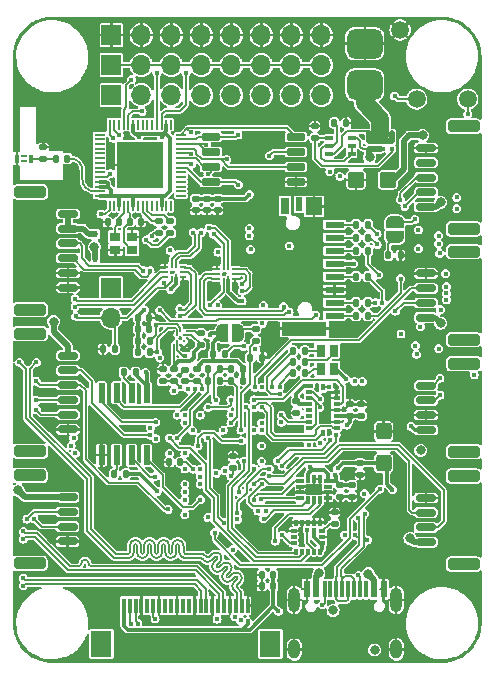
<source format=gbr>
%TF.GenerationSoftware,KiCad,Pcbnew,(6.0.0-0)*%
%TF.CreationDate,2022-02-19T21:54:13+03:00*%
%TF.ProjectId,CopterCat_cm4,436f7074-6572-4436-9174-5f636d342e6b,rev?*%
%TF.SameCoordinates,Original*%
%TF.FileFunction,Copper,L4,Bot*%
%TF.FilePolarity,Positive*%
%FSLAX46Y46*%
G04 Gerber Fmt 4.6, Leading zero omitted, Abs format (unit mm)*
G04 Created by KiCad (PCBNEW (6.0.0-0)) date 2022-02-19 21:54:13*
%MOMM*%
%LPD*%
G01*
G04 APERTURE LIST*
G04 Aperture macros list*
%AMRoundRect*
0 Rectangle with rounded corners*
0 $1 Rounding radius*
0 $2 $3 $4 $5 $6 $7 $8 $9 X,Y pos of 4 corners*
0 Add a 4 corners polygon primitive as box body*
4,1,4,$2,$3,$4,$5,$6,$7,$8,$9,$2,$3,0*
0 Add four circle primitives for the rounded corners*
1,1,$1+$1,$2,$3*
1,1,$1+$1,$4,$5*
1,1,$1+$1,$6,$7*
1,1,$1+$1,$8,$9*
0 Add four rect primitives between the rounded corners*
20,1,$1+$1,$2,$3,$4,$5,0*
20,1,$1+$1,$4,$5,$6,$7,0*
20,1,$1+$1,$6,$7,$8,$9,0*
20,1,$1+$1,$8,$9,$2,$3,0*%
%AMFreePoly0*
4,1,22,0.500000,-0.750000,0.000000,-0.750000,0.000000,-0.745033,-0.079941,-0.743568,-0.215256,-0.701293,-0.333266,-0.622738,-0.424486,-0.514219,-0.481581,-0.384460,-0.499164,-0.250000,-0.500000,-0.250000,-0.500000,0.250000,-0.499164,0.250000,-0.499963,0.256109,-0.478152,0.396186,-0.417904,0.524511,-0.324060,0.630769,-0.204165,0.706417,-0.067858,0.745374,0.000000,0.744959,0.000000,0.750000,
0.500000,0.750000,0.500000,-0.750000,0.500000,-0.750000,$1*%
%AMFreePoly1*
4,1,20,0.000000,0.744959,0.073905,0.744508,0.209726,0.703889,0.328688,0.626782,0.421226,0.519385,0.479903,0.390333,0.500000,0.250000,0.500000,-0.250000,0.499851,-0.262216,0.476331,-0.402017,0.414519,-0.529596,0.319384,-0.634700,0.198574,-0.708877,0.061801,-0.746166,0.000000,-0.745033,0.000000,-0.750000,-0.500000,-0.750000,-0.500000,0.750000,0.000000,0.750000,0.000000,0.744959,
0.000000,0.744959,$1*%
G04 Aperture macros list end*
%TA.AperFunction,ComponentPad*%
%ADD10R,1.700000X1.700000*%
%TD*%
%TA.AperFunction,ComponentPad*%
%ADD11O,1.700000X1.700000*%
%TD*%
%TA.AperFunction,SMDPad,CuDef*%
%ADD12RoundRect,0.140000X-0.140000X-0.170000X0.140000X-0.170000X0.140000X0.170000X-0.140000X0.170000X0*%
%TD*%
%TA.AperFunction,SMDPad,CuDef*%
%ADD13RoundRect,0.140000X-0.170000X0.140000X-0.170000X-0.140000X0.170000X-0.140000X0.170000X0.140000X0*%
%TD*%
%TA.AperFunction,SMDPad,CuDef*%
%ADD14R,0.225000X0.663000*%
%TD*%
%TA.AperFunction,SMDPad,CuDef*%
%ADD15R,0.225000X0.563000*%
%TD*%
%TA.AperFunction,SMDPad,CuDef*%
%ADD16R,0.563000X0.225000*%
%TD*%
%TA.AperFunction,SMDPad,CuDef*%
%ADD17R,0.425000X0.400000*%
%TD*%
%TA.AperFunction,SMDPad,CuDef*%
%ADD18R,1.150000X0.950000*%
%TD*%
%TA.AperFunction,SMDPad,CuDef*%
%ADD19R,0.750000X0.300000*%
%TD*%
%TA.AperFunction,SMDPad,CuDef*%
%ADD20C,0.200000*%
%TD*%
%TA.AperFunction,SMDPad,CuDef*%
%ADD21RoundRect,0.150000X-0.700000X0.150000X-0.700000X-0.150000X0.700000X-0.150000X0.700000X0.150000X0*%
%TD*%
%TA.AperFunction,SMDPad,CuDef*%
%ADD22RoundRect,0.250000X-1.100000X0.250000X-1.100000X-0.250000X1.100000X-0.250000X1.100000X0.250000X0*%
%TD*%
%TA.AperFunction,SMDPad,CuDef*%
%ADD23RoundRect,0.135000X0.135000X0.185000X-0.135000X0.185000X-0.135000X-0.185000X0.135000X-0.185000X0*%
%TD*%
%TA.AperFunction,SMDPad,CuDef*%
%ADD24RoundRect,0.135000X-0.135000X-0.185000X0.135000X-0.185000X0.135000X0.185000X-0.135000X0.185000X0*%
%TD*%
%TA.AperFunction,SMDPad,CuDef*%
%ADD25R,0.350000X0.800000*%
%TD*%
%TA.AperFunction,SMDPad,CuDef*%
%ADD26R,0.600000X0.260000*%
%TD*%
%TA.AperFunction,SMDPad,CuDef*%
%ADD27FreePoly0,0.000000*%
%TD*%
%TA.AperFunction,SMDPad,CuDef*%
%ADD28FreePoly1,0.000000*%
%TD*%
%TA.AperFunction,SMDPad,CuDef*%
%ADD29RoundRect,0.140000X0.170000X-0.140000X0.170000X0.140000X-0.170000X0.140000X-0.170000X-0.140000X0*%
%TD*%
%TA.AperFunction,SMDPad,CuDef*%
%ADD30R,0.809800X0.220000*%
%TD*%
%TA.AperFunction,SMDPad,CuDef*%
%ADD31R,0.220000X0.809800*%
%TD*%
%TA.AperFunction,SMDPad,CuDef*%
%ADD32R,4.000000X4.000000*%
%TD*%
%TA.AperFunction,SMDPad,CuDef*%
%ADD33RoundRect,0.135000X-0.185000X0.135000X-0.185000X-0.135000X0.185000X-0.135000X0.185000X0.135000X0*%
%TD*%
%TA.AperFunction,SMDPad,CuDef*%
%ADD34RoundRect,0.087500X0.087500X-0.187500X0.087500X0.187500X-0.087500X0.187500X-0.087500X-0.187500X0*%
%TD*%
%TA.AperFunction,SMDPad,CuDef*%
%ADD35RoundRect,0.087500X0.187500X-0.087500X0.187500X0.087500X-0.187500X0.087500X-0.187500X-0.087500X0*%
%TD*%
%TA.AperFunction,SMDPad,CuDef*%
%ADD36RoundRect,0.135000X0.185000X-0.135000X0.185000X0.135000X-0.185000X0.135000X-0.185000X-0.135000X0*%
%TD*%
%TA.AperFunction,SMDPad,CuDef*%
%ADD37R,0.450000X0.600000*%
%TD*%
%TA.AperFunction,SMDPad,CuDef*%
%ADD38RoundRect,0.140000X0.140000X0.170000X-0.140000X0.170000X-0.140000X-0.170000X0.140000X-0.170000X0*%
%TD*%
%TA.AperFunction,SMDPad,CuDef*%
%ADD39R,0.800000X1.000000*%
%TD*%
%TA.AperFunction,SMDPad,CuDef*%
%ADD40C,1.500000*%
%TD*%
%TA.AperFunction,SMDPad,CuDef*%
%ADD41RoundRect,0.250000X0.450000X0.425000X-0.450000X0.425000X-0.450000X-0.425000X0.450000X-0.425000X0*%
%TD*%
%TA.AperFunction,SMDPad,CuDef*%
%ADD42RoundRect,0.150000X0.650000X0.150000X-0.650000X0.150000X-0.650000X-0.150000X0.650000X-0.150000X0*%
%TD*%
%TA.AperFunction,SMDPad,CuDef*%
%ADD43R,0.900000X0.800000*%
%TD*%
%TA.AperFunction,SMDPad,CuDef*%
%ADD44RoundRect,0.150000X0.700000X-0.150000X0.700000X0.150000X-0.700000X0.150000X-0.700000X-0.150000X0*%
%TD*%
%TA.AperFunction,SMDPad,CuDef*%
%ADD45RoundRect,0.250000X1.100000X-0.250000X1.100000X0.250000X-1.100000X0.250000X-1.100000X-0.250000X0*%
%TD*%
%TA.AperFunction,SMDPad,CuDef*%
%ADD46R,0.650000X0.400000*%
%TD*%
%TA.AperFunction,SMDPad,CuDef*%
%ADD47R,3.850000X1.200000*%
%TD*%
%TA.AperFunction,SMDPad,CuDef*%
%ADD48R,1.450000X1.500000*%
%TD*%
%TA.AperFunction,SMDPad,CuDef*%
%ADD49R,0.550000X1.150000*%
%TD*%
%TA.AperFunction,SMDPad,CuDef*%
%ADD50R,0.750000X1.450000*%
%TD*%
%TA.AperFunction,SMDPad,CuDef*%
%ADD51R,1.650000X0.550000*%
%TD*%
%TA.AperFunction,SMDPad,CuDef*%
%ADD52RoundRect,0.625000X-0.875000X0.625000X-0.875000X-0.625000X0.875000X-0.625000X0.875000X0.625000X0*%
%TD*%
%TA.AperFunction,SMDPad,CuDef*%
%ADD53R,0.590000X0.350000*%
%TD*%
%TA.AperFunction,SMDPad,CuDef*%
%ADD54R,0.350000X0.590000*%
%TD*%
%TA.AperFunction,SMDPad,CuDef*%
%ADD55R,0.600000X1.450000*%
%TD*%
%TA.AperFunction,SMDPad,CuDef*%
%ADD56R,0.300000X1.450000*%
%TD*%
%TA.AperFunction,ComponentPad*%
%ADD57O,1.000000X2.100000*%
%TD*%
%TA.AperFunction,ComponentPad*%
%ADD58O,1.000000X1.600000*%
%TD*%
%TA.AperFunction,SMDPad,CuDef*%
%ADD59RoundRect,0.041300X0.253700X-0.778700X0.253700X0.778700X-0.253700X0.778700X-0.253700X-0.778700X0*%
%TD*%
%TA.AperFunction,SMDPad,CuDef*%
%ADD60FreePoly0,90.000000*%
%TD*%
%TA.AperFunction,SMDPad,CuDef*%
%ADD61FreePoly1,90.000000*%
%TD*%
%TA.AperFunction,SMDPad,CuDef*%
%ADD62RoundRect,0.031500X-0.273500X-0.143500X0.273500X-0.143500X0.273500X0.143500X-0.273500X0.143500X0*%
%TD*%
%TA.AperFunction,SMDPad,CuDef*%
%ADD63RoundRect,0.031500X-0.143500X-0.273500X0.143500X-0.273500X0.143500X0.273500X-0.143500X0.273500X0*%
%TD*%
%TA.AperFunction,SMDPad,CuDef*%
%ADD64RoundRect,0.147500X0.147500X0.172500X-0.147500X0.172500X-0.147500X-0.172500X0.147500X-0.172500X0*%
%TD*%
%TA.AperFunction,SMDPad,CuDef*%
%ADD65R,0.300000X1.300000*%
%TD*%
%TA.AperFunction,SMDPad,CuDef*%
%ADD66R,1.800000X2.200000*%
%TD*%
%TA.AperFunction,SMDPad,CuDef*%
%ADD67RoundRect,0.250000X0.425000X-0.450000X0.425000X0.450000X-0.425000X0.450000X-0.425000X-0.450000X0*%
%TD*%
%TA.AperFunction,ViaPad*%
%ADD68C,0.450000*%
%TD*%
%TA.AperFunction,ViaPad*%
%ADD69C,0.800000*%
%TD*%
%TA.AperFunction,Conductor*%
%ADD70C,0.160000*%
%TD*%
%TA.AperFunction,Conductor*%
%ADD71C,0.300000*%
%TD*%
%TA.AperFunction,Conductor*%
%ADD72C,1.500000*%
%TD*%
%TA.AperFunction,Conductor*%
%ADD73C,0.500000*%
%TD*%
G04 APERTURE END LIST*
D10*
%TO.P,J4,1,Pin_1*%
%TO.N,/Connectors/STM_ESC.CH1*%
X216000000Y-87280000D03*
D11*
%TO.P,J4,2,Pin_2*%
%TO.N,/Connectors/STM_ESC.CH2*%
X218540000Y-87280000D03*
%TO.P,J4,3,Pin_3*%
%TO.N,/Connectors/STM_ESC.CH3*%
X221080000Y-87280000D03*
%TO.P,J4,4,Pin_4*%
%TO.N,/Connectors/STM_ESC.CH4*%
X223620000Y-87280000D03*
%TO.P,J4,5,Pin_5*%
%TO.N,/Connectors/STM_ESC.CH5*%
X226160000Y-87280000D03*
%TO.P,J4,6,Pin_6*%
%TO.N,/Connectors/STM_ESC.CH6*%
X228700000Y-87280000D03*
%TO.P,J4,7,Pin_7*%
%TO.N,/Connectors/STM_ESC.CH7*%
X231240000Y-87280000D03*
%TO.P,J4,8,Pin_8*%
%TO.N,/Connectors/STM_ESC.CH8*%
X233780000Y-87280000D03*
%TD*%
D12*
%TO.P,C31,1*%
%TO.N,Net-(C31-Pad1)*%
X217545000Y-98025000D03*
%TO.P,C31,2*%
%TO.N,GND*%
X218505000Y-98025000D03*
%TD*%
D13*
%TO.P,C34,1*%
%TO.N,/ESP32/ESP_3V3*%
X223145000Y-96070000D03*
%TO.P,C34,2*%
%TO.N,GND*%
X223145000Y-97030000D03*
%TD*%
%TO.P,C32,1*%
%TO.N,/ESP32/ESP_3V3*%
X224075000Y-96070000D03*
%TO.P,C32,2*%
%TO.N,GND*%
X224075000Y-97030000D03*
%TD*%
D14*
%TO.P,U18,1,VCC*%
%TO.N,/ESP32/ESP_3V3*%
X225900000Y-102943500D03*
D15*
%TO.P,U18,2,SEL*%
%TO.N,/RPi_CM4/RPI_USB.ID*%
X225500000Y-102993500D03*
D16*
%TO.P,U18,3,D+*%
%TO.N,/Connectors/USB_BOARD.DP*%
X224931500Y-102825000D03*
%TO.P,U18,4,D-*%
%TO.N,/Connectors/USB_BOARD.DN*%
X224931500Y-102425000D03*
%TO.P,U18,5,GND*%
%TO.N,GND*%
X224931500Y-102025000D03*
D15*
%TO.P,U18,6,HSD1-*%
%TO.N,/USB_HUB/USBHUB_SINK3_DN*%
X225500000Y-101856500D03*
%TO.P,U18,7,HSD1+*%
%TO.N,/USB_HUB/USBHUB_SINK3_DP*%
X225900000Y-101856500D03*
D16*
%TO.P,U18,8,HSD2-*%
%TO.N,/USB_HUB/USBHUB_SOURCE_DN*%
X226468500Y-102025000D03*
%TO.P,U18,9,HSD2+*%
%TO.N,/USB_HUB/USBHUB_SOURCE_DP*%
X226468500Y-102425000D03*
%TO.P,U18,10,~{OE}*%
%TO.N,GND*%
X226468500Y-102825000D03*
%TD*%
D17*
%TO.P,Q2,1*%
%TO.N,/Connectors/PWR_IN_CONN*%
X239727500Y-90530000D03*
%TO.P,Q2,2*%
X239727500Y-91180000D03*
%TO.P,Q2,3*%
%TO.N,Net-(Q1-Pad3)*%
X239727500Y-91830000D03*
%TO.P,Q2,4*%
%TO.N,VCC*%
X237852500Y-91830000D03*
%TO.P,Q2,5*%
%TO.N,/Connectors/PWR_IN_CONN*%
X237852500Y-91180000D03*
%TO.P,Q2,6*%
X237852500Y-90530000D03*
D18*
%TO.P,Q2,7*%
X238790000Y-90855000D03*
D19*
%TO.P,Q2,8*%
%TO.N,VCC*%
X238790000Y-91830000D03*
%TD*%
D20*
%TO.P,U5,A1,PS*%
%TO.N,Net-(R41-Pad2)*%
X222416000Y-107284000D03*
%TO.P,U5,A3,SCK*%
%TO.N,/STM32/STM_I2C4.SCL*%
X221850000Y-107284000D03*
%TO.P,U5,A5,CSB*%
%TO.N,GND*%
X221284000Y-107284000D03*
%TO.P,U5,B2,VDDIO*%
%TO.N,/STM32/SENSORS_3V3*%
X222133000Y-107567000D03*
%TO.P,U5,B4,SDI*%
%TO.N,/STM32/STM_I2C4.SDA*%
X221567000Y-107567000D03*
%TO.P,U5,C1,SDO*%
%TO.N,GND*%
X222416000Y-107850000D03*
%TO.P,U5,C5,GND*%
X221284000Y-107850000D03*
%TO.P,U5,D2,INT*%
%TO.N,unconnected-(U5-PadD2)*%
X222133000Y-108133000D03*
%TO.P,U5,D4,DRDY*%
%TO.N,/STM32/STM_I2C4.DRDY2*%
X221567000Y-108133000D03*
%TO.P,U5,E1,GND*%
%TO.N,GND*%
X222416000Y-108416000D03*
%TO.P,U5,E3,GND*%
X221850000Y-108416000D03*
%TO.P,U5,E5,VDD*%
%TO.N,/STM32/SENSORS_3V3*%
X221284000Y-108416000D03*
%TD*%
D21*
%TO.P,TELEM2,1,Pin_1*%
%TO.N,GND*%
X242624600Y-121384400D03*
%TO.P,TELEM2,2,Pin_2*%
%TO.N,/Connectors/STM_UART5.RX*%
X242624600Y-122634400D03*
%TO.P,TELEM2,3,Pin_3*%
%TO.N,/Connectors/STM_UART5.TX*%
X242624600Y-123884400D03*
%TO.P,TELEM2,4,Pin_4*%
%TO.N,VCC*%
X242624600Y-125134400D03*
D22*
%TO.P,TELEM2,MP*%
%TO.N,N/C*%
X245824600Y-119534400D03*
X245824600Y-126984400D03*
%TD*%
D23*
%TO.P,R4,1*%
%TO.N,/Power/3V3_GROUP1*%
X218060000Y-110750000D03*
%TO.P,R4,2*%
%TO.N,Net-(R4-Pad2)*%
X217040000Y-110750000D03*
%TD*%
D24*
%TO.P,R23,1*%
%TO.N,/Power/3V3_GROUP1*%
X224615000Y-109200000D03*
%TO.P,R23,2*%
%TO.N,/STM32/STM_PDR_ON*%
X225635000Y-109200000D03*
%TD*%
D25*
%TO.P,ANT1,1,RADIATOR_ELECTRODE*%
%TO.N,GND*%
X207987500Y-92650000D03*
D26*
%TO.P,ANT1,2*%
%TO.N,N/C*%
X208612500Y-92885000D03*
%TO.P,ANT1,3*%
X208612500Y-92415000D03*
D25*
%TO.P,ANT1,4,FEEDING*%
%TO.N,Net-(ANT1-Pad4)*%
X209237500Y-92650000D03*
%TD*%
D27*
%TO.P,JP1,1,A*%
%TO.N,/Power/3V3_GROUP1*%
X225400000Y-107450000D03*
D28*
%TO.P,JP1,2,B*%
%TO.N,Net-(JP1-Pad2)*%
X226700000Y-107450000D03*
%TD*%
D29*
%TO.P,C4,1*%
%TO.N,Net-(C4-Pad1)*%
X234900000Y-123580000D03*
%TO.P,C4,2*%
%TO.N,GND*%
X234900000Y-122620000D03*
%TD*%
D23*
%TO.P,R1,1*%
%TO.N,/RPi_CM4/RPI_SD_D3*%
X237733020Y-99350810D03*
%TO.P,R1,2*%
%TO.N,Net-(R1-Pad2)*%
X236713020Y-99350810D03*
%TD*%
D30*
%TO.P,U10,1,VDDA@0*%
%TO.N,/ESP32/ESP_3V3*%
X215006900Y-95825000D03*
%TO.P,U10,2,LNA_IN*%
%TO.N,Net-(L2-Pad1)*%
X215006900Y-95425000D03*
%TO.P,U10,3,VDD3P3@0*%
%TO.N,/ESP32/ESP_3V3*%
X215006900Y-95025000D03*
%TO.P,U10,4,VDD3P3@1*%
X215006900Y-94625000D03*
%TO.P,U10,5,IO0*%
%TO.N,/ESP32/ESP_IO0*%
X215006900Y-94225000D03*
%TO.P,U10,6,IO1*%
%TO.N,unconnected-(U10-Pad6)*%
X215006900Y-93825000D03*
%TO.P,U10,7,IO2*%
%TO.N,unconnected-(U10-Pad7)*%
X215006900Y-93425000D03*
%TO.P,U10,8,IO3*%
%TO.N,unconnected-(U10-Pad8)*%
X215006900Y-93025000D03*
%TO.P,U10,9,IO4*%
%TO.N,unconnected-(U10-Pad9)*%
X215006900Y-92625000D03*
%TO.P,U10,10,IO5*%
%TO.N,unconnected-(U10-Pad10)*%
X215006900Y-92225000D03*
%TO.P,U10,11,IO6*%
%TO.N,unconnected-(U10-Pad11)*%
X215006900Y-91825000D03*
%TO.P,U10,12,IO7*%
%TO.N,unconnected-(U10-Pad12)*%
X215006900Y-91425000D03*
%TO.P,U10,13,IO8*%
%TO.N,unconnected-(U10-Pad13)*%
X215006900Y-91025000D03*
%TO.P,U10,14,IO9*%
%TO.N,unconnected-(U10-Pad14)*%
X215006900Y-90625000D03*
D31*
%TO.P,U10,15,IO10*%
%TO.N,/ESP32/ESP_UART1.RX*%
X215852000Y-89779900D03*
%TO.P,U10,16,IO11*%
%TO.N,/ESP32/ESP_UART1.TX*%
X216252000Y-89779900D03*
%TO.P,U10,17,IO12*%
%TO.N,unconnected-(U10-Pad17)*%
X216652000Y-89779900D03*
%TO.P,U10,18,IO13*%
%TO.N,/Connectors/ESP_GPIO.IO13*%
X217052000Y-89779900D03*
%TO.P,U10,19,IO14*%
%TO.N,/Connectors/ESP_GPIO.IO14*%
X217452000Y-89779900D03*
%TO.P,U10,20,VDD3P3_RTC*%
%TO.N,/ESP32/ESP_3V3*%
X217852000Y-89779900D03*
%TO.P,U10,21,XTAL_32K_P*%
%TO.N,unconnected-(U10-Pad21)*%
X218252000Y-89779900D03*
%TO.P,U10,22,XTAL_32K_N*%
%TO.N,unconnected-(U10-Pad22)*%
X218652000Y-89779900D03*
%TO.P,U10,23,DAC_1*%
%TO.N,unconnected-(U10-Pad23)*%
X219052000Y-89779900D03*
%TO.P,U10,24,DAC_2*%
%TO.N,unconnected-(U10-Pad24)*%
X219452000Y-89779900D03*
%TO.P,U10,25,IO19*%
%TO.N,/Connectors/ESP_GPIO.IO19*%
X219852000Y-89779900D03*
%TO.P,U10,26,IO20*%
%TO.N,/Connectors/ESP_GPIO.IO20*%
X220252000Y-89779900D03*
%TO.P,U10,27,VDD3P3_RTC_IO*%
%TO.N,/ESP32/ESP_3V3*%
X220652000Y-89779900D03*
%TO.P,U10,28,IO21*%
%TO.N,unconnected-(U10-Pad28)*%
X221052000Y-89779900D03*
D30*
%TO.P,U10,29,SPICS1*%
%TO.N,/ESP32/ESP_SPI_CS1*%
X221897100Y-90625000D03*
%TO.P,U10,30,VDD_SPI*%
%TO.N,/ESP32/ESP_SPI_3V3*%
X221897100Y-91025000D03*
%TO.P,U10,31,SPIHD*%
%TO.N,/ESP32/ESP_SPI_HLD*%
X221897100Y-91425000D03*
%TO.P,U10,32,SPIWP*%
%TO.N,/ESP32/ESP_SPI_WP*%
X221897100Y-91825000D03*
%TO.P,U10,33,SPICS0*%
%TO.N,/ESP32/ESP_SPI_CS0*%
X221897100Y-92225000D03*
%TO.P,U10,34,SPICLK*%
%TO.N,/ESP32/ESP_SPI_SCK*%
X221897100Y-92625000D03*
%TO.P,U10,35,SPIQ*%
%TO.N,/ESP32/ESP_SPI_CIPO*%
X221897100Y-93025000D03*
%TO.P,U10,36,SPID*%
%TO.N,/ESP32/ESP_SPI_COPI*%
X221897100Y-93425000D03*
%TO.P,U10,37,IO33*%
%TO.N,unconnected-(U10-Pad37)*%
X221897100Y-93825000D03*
%TO.P,U10,38,IO34*%
%TO.N,unconnected-(U10-Pad38)*%
X221897100Y-94225000D03*
%TO.P,U10,39,IO35*%
%TO.N,unconnected-(U10-Pad39)*%
X221897100Y-94625000D03*
%TO.P,U10,40,IO36*%
%TO.N,unconnected-(U10-Pad40)*%
X221897100Y-95025000D03*
%TO.P,U10,41,IO37*%
%TO.N,unconnected-(U10-Pad41)*%
X221897100Y-95425000D03*
%TO.P,U10,42,IO38*%
%TO.N,unconnected-(U10-Pad42)*%
X221897100Y-95825000D03*
D31*
%TO.P,U10,43,MTCK*%
%TO.N,unconnected-(U10-Pad43)*%
X221052000Y-96670100D03*
%TO.P,U10,44,MTD0*%
%TO.N,unconnected-(U10-Pad44)*%
X220652000Y-96670100D03*
%TO.P,U10,45,VDD3P3_CPU*%
%TO.N,/ESP32/ESP_3V3*%
X220252000Y-96670100D03*
%TO.P,U10,46,MTDI*%
%TO.N,unconnected-(U10-Pad46)*%
X219852000Y-96670100D03*
%TO.P,U10,47,MTMS*%
%TO.N,unconnected-(U10-Pad47)*%
X219452000Y-96670100D03*
%TO.P,U10,48,U0TXD*%
%TO.N,Net-(R14-Pad1)*%
X219052000Y-96670100D03*
%TO.P,U10,49,U0RXD*%
%TO.N,Net-(R42-Pad2)*%
X218652000Y-96670100D03*
%TO.P,U10,50,IO45*%
%TO.N,unconnected-(U10-Pad50)*%
X218252000Y-96670100D03*
%TO.P,U10,51,VDDA@1*%
%TO.N,/ESP32/ESP_3V3*%
X217852000Y-96670100D03*
%TO.P,U10,52,XTAL_N*%
%TO.N,Net-(C31-Pad1)*%
X217452000Y-96670100D03*
%TO.P,U10,53,XTAL_P*%
%TO.N,Net-(C30-Pad2)*%
X217052000Y-96670100D03*
%TO.P,U10,54,VDDA@2*%
%TO.N,/ESP32/ESP_3V3*%
X216652000Y-96670100D03*
%TO.P,U10,55,IO46*%
%TO.N,unconnected-(U10-Pad55)*%
X216252000Y-96670100D03*
%TO.P,U10,56,CHIP_PU*%
%TO.N,/ESP32/ESP_NRST*%
X215852000Y-96670100D03*
D32*
%TO.P,U10,57,GND@0*%
%TO.N,GND*%
X218452000Y-93225000D03*
%TD*%
D33*
%TO.P,R14,1*%
%TO.N,Net-(R14-Pad1)*%
X221000000Y-97965000D03*
%TO.P,R14,2*%
%TO.N,/ESP32/ESP_UART0_TX*%
X221000000Y-98985000D03*
%TD*%
D14*
%TO.P,U14,1,VCC*%
%TO.N,/ESP32/ESP_3V3*%
X221500000Y-102793500D03*
D15*
%TO.P,U14,2,SEL*%
%TO.N,/RPi_CM4/RPI_USB.ID*%
X221100000Y-102843500D03*
D16*
%TO.P,U14,3,D+*%
%TO.N,/RPi_CM4/RPI_USB.DP*%
X220531500Y-102675000D03*
%TO.P,U14,4,D-*%
%TO.N,/RPi_CM4/RPI_USB.DN*%
X220531500Y-102275000D03*
%TO.P,U14,5,GND*%
%TO.N,GND*%
X220531500Y-101875000D03*
D15*
%TO.P,U14,6,HSD1-*%
%TO.N,/USB_HUB/USBHUB_SOURCE_DN*%
X221100000Y-101706500D03*
%TO.P,U14,7,HSD1+*%
%TO.N,/USB_HUB/USBHUB_SOURCE_DP*%
X221500000Y-101706500D03*
D16*
%TO.P,U14,8,HSD2-*%
%TO.N,/USB_HUB/USBHUB_SINK3_DN*%
X222068500Y-101875000D03*
%TO.P,U14,9,HSD2+*%
%TO.N,/USB_HUB/USBHUB_SINK3_DP*%
X222068500Y-102275000D03*
%TO.P,U14,10,~{OE}*%
%TO.N,GND*%
X222068500Y-102675000D03*
%TD*%
D34*
%TO.P,U2,1,VDDIO*%
%TO.N,/STM32/SENSORS_3V3*%
X233650000Y-125925000D03*
%TO.P,U2,2,SCL/SPC*%
%TO.N,/STM32/STM_SPI1.SCK*%
X233150000Y-125925000D03*
%TO.P,U2,3,SDA/SDI*%
%TO.N,/STM32/STM_SPI1.MOSI*%
X232650000Y-125925000D03*
%TO.P,U2,4,SAO/SD0*%
%TO.N,/STM32/STM_SPI1.MISO*%
X232150000Y-125925000D03*
%TO.P,U2,5,~{CS}*%
%TO.N,/STM32/STM_SPI1.CS1*%
X231650000Y-125925000D03*
D35*
%TO.P,U2,6,INT*%
%TO.N,/STM32/STM_SPI1.DRDY1*%
X231425000Y-125200000D03*
%TO.P,U2,7,RESV*%
%TO.N,unconnected-(U2-Pad7)*%
X231425000Y-124700000D03*
%TO.P,U2,8,FSYNC*%
%TO.N,GND*%
X231425000Y-124200000D03*
D34*
%TO.P,U2,9,GND*%
X231650000Y-123475000D03*
%TO.P,U2,10,GND*%
X232150000Y-123475000D03*
%TO.P,U2,11,GND*%
X232650000Y-123475000D03*
%TO.P,U2,12,GND*%
X233150000Y-123475000D03*
%TO.P,U2,13,GND*%
X233650000Y-123475000D03*
D35*
%TO.P,U2,14,REGOUT*%
%TO.N,Net-(C4-Pad1)*%
X233875000Y-124200000D03*
%TO.P,U2,15,GND*%
%TO.N,GND*%
X233875000Y-124700000D03*
%TO.P,U2,16,VDD*%
%TO.N,/STM32/SENSORS_3V3*%
X233875000Y-125200000D03*
%TD*%
D24*
%TO.P,R26,1*%
%TO.N,/STM32/STM_HW_VER_REV_DRIVE*%
X224190000Y-110450000D03*
%TO.P,R26,2*%
%TO.N,/STM32/STM_HW_REV_SENSE*%
X225210000Y-110450000D03*
%TD*%
%TO.P,R13,1*%
%TO.N,/STM32/SENSORS_3V3*%
X218240000Y-108075000D03*
%TO.P,R13,2*%
%TO.N,/STM32/STM_I2C4.SCL*%
X219260000Y-108075000D03*
%TD*%
D36*
%TO.P,R45,1*%
%TO.N,/STM32/STM_SCALED_VDD_3V3_SENSORS*%
X221325000Y-111510000D03*
%TO.P,R45,2*%
%TO.N,/STM32/SENSORS_3V3*%
X221325000Y-110490000D03*
%TD*%
D37*
%TO.P,D7,1,K*%
%TO.N,VCC*%
X214650000Y-101150000D03*
%TO.P,D7,2,A*%
%TO.N,/Connectors/PWR_IN_JST*%
X214650000Y-99050000D03*
%TD*%
D38*
%TO.P,C17,1*%
%TO.N,/Connectors/RPI_OUT_3V3*%
X229705000Y-128850000D03*
%TO.P,C17,2*%
%TO.N,GND*%
X228745000Y-128850000D03*
%TD*%
D39*
%TO.P,D1,1,RK*%
%TO.N,Net-(D1-Pad1)*%
X233725000Y-108950000D03*
%TO.P,D1,2,BK*%
%TO.N,Net-(D1-Pad2)*%
X233725000Y-110450000D03*
%TO.P,D1,3,A*%
%TO.N,/Power/3V3_GROUP1*%
X234825000Y-110450000D03*
%TO.P,D1,4,GK*%
%TO.N,Net-(D1-Pad4)*%
X234825000Y-108950000D03*
%TD*%
D13*
%TO.P,C29,1*%
%TO.N,GND*%
X210250000Y-91695000D03*
%TO.P,C29,2*%
%TO.N,Net-(ANT1-Pad4)*%
X210250000Y-92655000D03*
%TD*%
D40*
%TO.P,IO13,1,Pin_1*%
%TO.N,/Connectors/ESP_GPIO.IO13*%
X241850000Y-87625000D03*
%TD*%
D33*
%TO.P,R24,1*%
%TO.N,Net-(JP1-Pad2)*%
X228225000Y-107090000D03*
%TO.P,R24,2*%
%TO.N,/STM32/STM_BOOT0*%
X228225000Y-108110000D03*
%TD*%
D41*
%TO.P,C39,1*%
%TO.N,VCC*%
X239400000Y-94450000D03*
%TO.P,C39,2*%
%TO.N,GND*%
X236700000Y-94450000D03*
%TD*%
D33*
%TO.P,R46,1*%
%TO.N,GND*%
X220350000Y-110490000D03*
%TO.P,R46,2*%
%TO.N,/STM32/STM_SCALED_VDD_3V3_SENSORS*%
X220350000Y-111510000D03*
%TD*%
D38*
%TO.P,C1,1*%
%TO.N,/STM32/STM_VCAP1*%
X221855000Y-118350000D03*
%TO.P,C1,2*%
%TO.N,GND*%
X220895000Y-118350000D03*
%TD*%
D13*
%TO.P,C33,1*%
%TO.N,/ESP32/ESP_3V3*%
X224995000Y-96070000D03*
%TO.P,C33,2*%
%TO.N,GND*%
X224995000Y-97030000D03*
%TD*%
D23*
%TO.P,R7,1*%
%TO.N,GND*%
X228785000Y-109500000D03*
%TO.P,R7,2*%
%TO.N,/STM32/STM_BOOT0*%
X227765000Y-109500000D03*
%TD*%
%TO.P,R27,1*%
%TO.N,/Power/3V3_GROUP1*%
X227110000Y-111450000D03*
%TO.P,R27,2*%
%TO.N,/STM32/STM_HW_VER_SENSE*%
X226090000Y-111450000D03*
%TD*%
D42*
%TO.P,U11,1,~{CS}*%
%TO.N,/ESP32/ESP_SPI_CS1*%
X231625000Y-90820000D03*
%TO.P,U11,2,DO(IO1)*%
%TO.N,/ESP32/ESP_SPI_CIPO*%
X231625000Y-92090000D03*
%TO.P,U11,3,IO2*%
%TO.N,/ESP32/ESP_SPI_WP*%
X231625000Y-93360000D03*
%TO.P,U11,4,GND*%
%TO.N,GND*%
X231625000Y-94630000D03*
%TO.P,U11,5,DI(IO0)*%
%TO.N,/ESP32/ESP_SPI_COPI*%
X224425000Y-94630000D03*
%TO.P,U11,6,CLK*%
%TO.N,/ESP32/ESP_SPI_SCK*%
X224425000Y-93360000D03*
%TO.P,U11,7,IO3*%
%TO.N,/ESP32/ESP_SPI_HLD*%
X224425000Y-92090000D03*
%TO.P,U11,8,VCC*%
%TO.N,/ESP32/ESP_SPI_3V3*%
X224425000Y-90820000D03*
%TD*%
D24*
%TO.P,R12,1*%
%TO.N,Net-(Q1-Pad2)*%
X234860000Y-89640000D03*
%TO.P,R12,2*%
%TO.N,GND*%
X235880000Y-89640000D03*
%TD*%
D40*
%TO.P,LED1,1,Pin_1*%
%TO.N,/Connectors/RPI_GPIO21*%
X246175000Y-87625000D03*
%TD*%
D43*
%TO.P,Y4,1,1*%
%TO.N,Net-(C30-Pad2)*%
X216350000Y-99275000D03*
%TO.P,Y4,2,2*%
%TO.N,GND*%
X217750000Y-99275000D03*
%TO.P,Y4,3,3*%
%TO.N,Net-(C31-Pad1)*%
X217750000Y-100375000D03*
%TO.P,Y4,4,4*%
%TO.N,GND*%
X216350000Y-100375000D03*
%TD*%
D24*
%TO.P,R33,1*%
%TO.N,/STM32/STM_NLED_RED*%
X231365000Y-110850000D03*
%TO.P,R33,2*%
%TO.N,Net-(D1-Pad2)*%
X232385000Y-110850000D03*
%TD*%
D36*
%TO.P,R41,1*%
%TO.N,/STM32/SENSORS_3V3*%
X223575000Y-108460000D03*
%TO.P,R41,2*%
%TO.N,Net-(R41-Pad2)*%
X223575000Y-107440000D03*
%TD*%
D24*
%TO.P,R31,1*%
%TO.N,/STM32/STM_NLED_BLUE*%
X231365000Y-108950000D03*
%TO.P,R31,2*%
%TO.N,Net-(D1-Pad1)*%
X232385000Y-108950000D03*
%TD*%
D44*
%TO.P,GPS1,1,Pin_1*%
%TO.N,GND*%
X212324600Y-115584400D03*
%TO.P,GPS1,2,Pin_2*%
%TO.N,/Connectors/STM_I2C1.SDA*%
X212324600Y-114334400D03*
%TO.P,GPS1,3,Pin_3*%
%TO.N,/Connectors/STM_I2C1.SCL*%
X212324600Y-113084400D03*
%TO.P,GPS1,4,Pin_4*%
%TO.N,/Connectors/STM_USART1.RX*%
X212324600Y-111834400D03*
%TO.P,GPS1,5,Pin_5*%
%TO.N,/Connectors/STM_USART1.TX*%
X212324600Y-110584400D03*
%TO.P,GPS1,6,Pin_6*%
%TO.N,VCC*%
X212324600Y-109334400D03*
D45*
%TO.P,GPS1,MP*%
%TO.N,N/C*%
X209124600Y-107484400D03*
X209124600Y-117434400D03*
%TD*%
D46*
%TO.P,Q1,1,E1*%
%TO.N,/Connectors/PWR_IN_CONN*%
X234450000Y-92240000D03*
%TO.P,Q1,2,B1*%
%TO.N,Net-(Q1-Pad2)*%
X234450000Y-91590000D03*
%TO.P,Q1,3,C2*%
%TO.N,Net-(Q1-Pad3)*%
X234450000Y-90940000D03*
%TO.P,Q1,4,E2*%
%TO.N,VCC*%
X236350000Y-90940000D03*
%TO.P,Q1,5,B2*%
%TO.N,Net-(Q1-Pad2)*%
X236350000Y-91590000D03*
%TO.P,Q1,6,C1*%
X236350000Y-92240000D03*
%TD*%
D47*
%TO.P,U21,G1,GND*%
%TO.N,GND*%
X232323220Y-107051600D03*
D48*
%TO.P,U21,G2,GND*%
X233171080Y-96700180D03*
D49*
%TO.P,U21,G3,POL*%
%TO.N,unconnected-(U21-PadG3)*%
X231875210Y-96528000D03*
D50*
%TO.P,U21,G4,DET*%
%TO.N,unconnected-(U21-PadG4)*%
X230720200Y-96675300D03*
D51*
%TO.P,U21,P1,DAT2*%
%TO.N,Net-(R21-Pad2)*%
X234898769Y-98252760D03*
%TO.P,U21,P2,DAT3*%
%TO.N,Net-(R1-Pad2)*%
X234898769Y-99352760D03*
%TO.P,U21,P3,CMD*%
%TO.N,Net-(R2-Pad2)*%
X234898769Y-100452760D03*
%TO.P,U21,P4,VDD*%
%TO.N,/Connectors/RPI_OUT_3V3*%
X234898769Y-101552763D03*
%TO.P,U21,P5,CLK*%
%TO.N,Net-(R6-Pad1)*%
X234898769Y-102652762D03*
%TO.P,U21,P6,VSS*%
%TO.N,GND*%
X234898769Y-103752760D03*
%TO.P,U21,P7,DAT0*%
%TO.N,Net-(R9-Pad1)*%
X234898769Y-104852760D03*
%TO.P,U21,P8,DAT1*%
%TO.N,Net-(R10-Pad1)*%
X234898769Y-105952760D03*
%TD*%
D13*
%TO.P,C26,1*%
%TO.N,/Power/3V3_GROUP1*%
X237050000Y-118445000D03*
%TO.P,C26,2*%
%TO.N,GND*%
X237050000Y-119405000D03*
%TD*%
D29*
%TO.P,C2,1*%
%TO.N,/STM32/STM_VCAP2*%
X226300000Y-118830000D03*
%TO.P,C2,2*%
%TO.N,GND*%
X226300000Y-117870000D03*
%TD*%
D23*
%TO.P,R5,1*%
%TO.N,/Power/3V3_GROUP1*%
X217260000Y-119350000D03*
%TO.P,R5,2*%
%TO.N,Net-(R5-Pad2)*%
X216240000Y-119350000D03*
%TD*%
D10*
%TO.P,J2,1,Pin_1*%
%TO.N,GND*%
X216000000Y-82200000D03*
D11*
%TO.P,J2,2,Pin_2*%
X218540000Y-82200000D03*
%TO.P,J2,3,Pin_3*%
X221080000Y-82200000D03*
%TO.P,J2,4,Pin_4*%
X223620000Y-82200000D03*
%TO.P,J2,5,Pin_5*%
X226160000Y-82200000D03*
%TO.P,J2,6,Pin_6*%
X228700000Y-82200000D03*
%TO.P,J2,7,Pin_7*%
X231240000Y-82200000D03*
%TO.P,J2,8,Pin_8*%
X233780000Y-82200000D03*
%TD*%
D24*
%TO.P,R6,1*%
%TO.N,Net-(R6-Pad1)*%
X236713020Y-102650810D03*
%TO.P,R6,2*%
%TO.N,/RPi_CM4/RPI_SD_CLK*%
X237733020Y-102650810D03*
%TD*%
D23*
%TO.P,R3,1*%
%TO.N,/RPi_CM4/RPI_USB.ID*%
X216310000Y-108800000D03*
%TO.P,R3,2*%
%TO.N,GND*%
X215290000Y-108800000D03*
%TD*%
D12*
%TO.P,C3,1*%
%TO.N,/STM32/SENSORS_3V3*%
X218270000Y-107100000D03*
%TO.P,C3,2*%
%TO.N,GND*%
X219230000Y-107100000D03*
%TD*%
D29*
%TO.P,C36,1*%
%TO.N,/STM32/SENSORS_3V3*%
X237175000Y-114430000D03*
%TO.P,C36,2*%
%TO.N,GND*%
X237175000Y-113470000D03*
%TD*%
%TO.P,C13,1*%
%TO.N,GND*%
X235400000Y-121280000D03*
%TO.P,C13,2*%
%TO.N,/STM32/SENSORS_3V3*%
X235400000Y-120320000D03*
%TD*%
D52*
%TO.P,J5,1,Pin_1*%
%TO.N,GND*%
X237450000Y-82925000D03*
%TO.P,J5,2,Pin_2*%
%TO.N,/Connectors/PWR_IN_CONN*%
X237450000Y-86425000D03*
%TD*%
D29*
%TO.P,C10,1*%
%TO.N,/STM32/STM_NRST*%
X222275000Y-111505000D03*
%TO.P,C10,2*%
%TO.N,GND*%
X222275000Y-110545000D03*
%TD*%
D21*
%TO.P,RC1,1,Pin_1*%
%TO.N,GND*%
X242624600Y-91759400D03*
%TO.P,RC1,2,Pin_2*%
%TO.N,/Connectors/STM_RC.PWR*%
X242624600Y-93009400D03*
%TO.P,RC1,3,Pin_3*%
%TO.N,/Connectors/STM_RC.PPM*%
X242624600Y-94259400D03*
%TO.P,RC1,4,Pin_4*%
%TO.N,/Connectors/STM_RC.RX*%
X242624600Y-95509400D03*
%TO.P,RC1,5,Pin_5*%
%TO.N,VCC*%
X242624600Y-96759400D03*
D22*
%TO.P,RC1,MP*%
%TO.N,N/C*%
X245824600Y-98609400D03*
X245824600Y-89909400D03*
%TD*%
D23*
%TO.P,R21,1*%
%TO.N,/RPi_CM4/RPI_SD_D2*%
X237733020Y-98250810D03*
%TO.P,R21,2*%
%TO.N,Net-(R21-Pad2)*%
X236713020Y-98250810D03*
%TD*%
%TO.P,R2,1*%
%TO.N,/RPi_CM4/RPI_SD_CMD*%
X237733020Y-100450810D03*
%TO.P,R2,2*%
%TO.N,Net-(R2-Pad2)*%
X236713020Y-100450810D03*
%TD*%
D13*
%TO.P,C16,1*%
%TO.N,/STM32/SENSORS_3V3*%
X231675000Y-113220000D03*
%TO.P,C16,2*%
%TO.N,GND*%
X231675000Y-114180000D03*
%TD*%
D53*
%TO.P,U17,1,INT2*%
%TO.N,/STM32/STM_SPI3.DRDY2*%
X235065000Y-115450000D03*
%TO.P,U17,2,NC*%
%TO.N,GND*%
X235065000Y-114950000D03*
%TO.P,U17,3,VDD*%
%TO.N,/STM32/SENSORS_3V3*%
X235065000Y-114450000D03*
%TO.P,U17,4,GNDA*%
%TO.N,GND*%
X235065000Y-113950000D03*
%TO.P,U17,5,CSB2*%
%TO.N,/STM32/STM_SPI3.CS2*%
X235065000Y-113450000D03*
%TO.P,U17,6,GNDIO*%
%TO.N,GND*%
X235065000Y-112950000D03*
%TO.P,U17,7,PS*%
X235065000Y-112450000D03*
D54*
%TO.P,U17,8,SCL/SCK*%
%TO.N,/STM32/STM_SPI3.SCK*%
X233900000Y-112035000D03*
D53*
%TO.P,U17,9,SDA/SDI*%
%TO.N,/STM32/STM_SPI3.MOSI*%
X232735000Y-112450000D03*
%TO.P,U17,10,SDO2*%
%TO.N,/STM32/STM_SPI3.MISO*%
X232735000Y-112950000D03*
%TO.P,U17,11,VDDIO*%
%TO.N,/STM32/SENSORS_3V3*%
X232735000Y-113450000D03*
%TO.P,U17,12,INT3*%
%TO.N,unconnected-(U17-Pad12)*%
X232735000Y-113950000D03*
%TO.P,U17,13,INT4*%
%TO.N,unconnected-(U17-Pad13)*%
X232735000Y-114450000D03*
%TO.P,U17,14,CSB1*%
%TO.N,/STM32/STM_SPI3.CS1*%
X232735000Y-114950000D03*
%TO.P,U17,15,SDO1*%
%TO.N,/STM32/STM_SPI3.MISO*%
X232735000Y-115450000D03*
D54*
%TO.P,U17,16,INT1*%
%TO.N,/STM32/STM_SPI3.DRDY1*%
X233900000Y-115865000D03*
%TD*%
D24*
%TO.P,R34,1*%
%TO.N,Net-(JP2-Pad1)*%
X239465000Y-100850000D03*
%TO.P,R34,2*%
%TO.N,GND*%
X240485000Y-100850000D03*
%TD*%
%TO.P,R9,1*%
%TO.N,Net-(R9-Pad1)*%
X236713020Y-104850810D03*
%TO.P,R9,2*%
%TO.N,/RPi_CM4/RPI_SD_D0*%
X237733020Y-104850810D03*
%TD*%
D12*
%TO.P,C18,1*%
%TO.N,GND*%
X228745000Y-127900000D03*
%TO.P,C18,2*%
%TO.N,/Connectors/RPI_OUT_3V3*%
X229705000Y-127900000D03*
%TD*%
D24*
%TO.P,R22,1*%
%TO.N,/STM32/SENSORS_3V3*%
X218235432Y-109065358D03*
%TO.P,R22,2*%
%TO.N,/STM32/STM_I2C4.SDA*%
X219255432Y-109065358D03*
%TD*%
D55*
%TO.P,J6,A1,GND*%
%TO.N,GND*%
X239050000Y-129115000D03*
%TO.P,J6,A4,VBUS*%
%TO.N,/STM32/STM_USB.VBUS*%
X238250000Y-129115000D03*
D56*
%TO.P,J6,A5,CC1*%
%TO.N,Net-(J6-PadA5)*%
X237050000Y-129115000D03*
%TO.P,J6,A6,D+*%
%TO.N,/Connectors/USB_BOARD.DP*%
X236050000Y-129115000D03*
%TO.P,J6,A7,D-*%
%TO.N,/Connectors/USB_BOARD.DN*%
X235550000Y-129115000D03*
%TO.P,J6,A8,SBU1*%
%TO.N,unconnected-(J6-PadA8)*%
X234550000Y-129115000D03*
D55*
%TO.P,J6,A9,VBUS*%
%TO.N,/STM32/STM_USB.VBUS*%
X233350000Y-129115000D03*
%TO.P,J6,A12,GND*%
%TO.N,GND*%
X232550000Y-129115000D03*
%TO.P,J6,B1,GND*%
X232550000Y-129115000D03*
%TO.P,J6,B4,VBUS*%
%TO.N,/STM32/STM_USB.VBUS*%
X233350000Y-129115000D03*
D56*
%TO.P,J6,B5,CC2*%
%TO.N,Net-(J6-PadB5)*%
X234050000Y-129115000D03*
%TO.P,J6,B6,D+*%
%TO.N,/Connectors/USB_BOARD.DP*%
X235050000Y-129115000D03*
%TO.P,J6,B7,D-*%
%TO.N,/Connectors/USB_BOARD.DN*%
X236550000Y-129115000D03*
%TO.P,J6,B8,SBU2*%
%TO.N,unconnected-(J6-PadB8)*%
X237550000Y-129115000D03*
D55*
%TO.P,J6,B9,VBUS*%
%TO.N,/STM32/STM_USB.VBUS*%
X238250000Y-129115000D03*
%TO.P,J6,B12,GND*%
%TO.N,GND*%
X239050000Y-129115000D03*
D57*
%TO.P,J6,S1,SHIELD*%
X231480000Y-130030000D03*
D58*
X240120000Y-134210000D03*
D57*
X240120000Y-130030000D03*
D58*
X231480000Y-134210000D03*
%TD*%
D21*
%TO.P,LASER1,1,Pin_1*%
%TO.N,/Connectors/RPI_LASER_I2C.SDA*%
X242650000Y-111875000D03*
%TO.P,LASER1,2,Pin_2*%
%TO.N,/Connectors/RPI_LASER_I2C.SCL*%
X242650000Y-113125000D03*
%TO.P,LASER1,3,Pin_3*%
%TO.N,GND*%
X242650000Y-114375000D03*
%TO.P,LASER1,4,Pin_4*%
%TO.N,/Connectors/RPI_OUT_3V3*%
X242650000Y-115625000D03*
D22*
%TO.P,LASER1,MP*%
%TO.N,N/C*%
X245850000Y-117475000D03*
X245850000Y-110025000D03*
%TD*%
D44*
%TO.P,I2C1,1,Pin_1*%
%TO.N,GND*%
X212300000Y-125075000D03*
%TO.P,I2C1,2,Pin_2*%
%TO.N,/Connectors/STM_I2C1.SDA*%
X212300000Y-123825000D03*
%TO.P,I2C1,3,Pin_3*%
%TO.N,/Connectors/STM_I2C1.SCL*%
X212300000Y-122575000D03*
%TO.P,I2C1,4,Pin_4*%
%TO.N,VCC*%
X212300000Y-121325000D03*
D45*
%TO.P,I2C1,MP*%
%TO.N,N/C*%
X209100000Y-126925000D03*
X209100000Y-119475000D03*
%TD*%
D12*
%TO.P,C30,1*%
%TO.N,GND*%
X215695000Y-98025000D03*
%TO.P,C30,2*%
%TO.N,Net-(C30-Pad2)*%
X216655000Y-98025000D03*
%TD*%
D33*
%TO.P,R28,1*%
%TO.N,/Power/3V3_GROUP1*%
X223250000Y-110490000D03*
%TO.P,R28,2*%
%TO.N,/STM32/STM_NRST*%
X223250000Y-111510000D03*
%TD*%
D10*
%TO.P,J3,1,Pin_1*%
%TO.N,Net-(J3-Pad1)*%
X216000000Y-84740000D03*
D11*
%TO.P,J3,2,Pin_2*%
X218540000Y-84740000D03*
%TO.P,J3,3,Pin_3*%
X221080000Y-84740000D03*
%TO.P,J3,4,Pin_4*%
X223620000Y-84740000D03*
%TO.P,J3,5,Pin_5*%
X226160000Y-84740000D03*
%TO.P,J3,6,Pin_6*%
X228700000Y-84740000D03*
%TO.P,J3,7,Pin_7*%
X231240000Y-84740000D03*
%TO.P,J3,8,Pin_8*%
X233780000Y-84740000D03*
%TD*%
D21*
%TO.P,TELEM1,1,Pin_1*%
%TO.N,GND*%
X242624600Y-102384400D03*
%TO.P,TELEM1,2,Pin_2*%
%TO.N,/Connectors/STM_UART7.RX*%
X242624600Y-103634400D03*
%TO.P,TELEM1,3,Pin_3*%
%TO.N,/Connectors/STM_UART7.TX*%
X242624600Y-104884400D03*
%TO.P,TELEM1,4,Pin_4*%
%TO.N,VCC*%
X242624600Y-106134400D03*
D22*
%TO.P,TELEM1,MP*%
%TO.N,N/C*%
X245824600Y-107984400D03*
X245824600Y-100534400D03*
%TD*%
D40*
%TO.P,GND2,1,Pin_1*%
%TO.N,GND*%
X240450000Y-81775000D03*
%TD*%
D29*
%TO.P,C15,1*%
%TO.N,/STM32/SENSORS_3V3*%
X236200000Y-114430000D03*
%TO.P,C15,2*%
%TO.N,GND*%
X236200000Y-113470000D03*
%TD*%
D23*
%TO.P,R32,1*%
%TO.N,Net-(D1-Pad4)*%
X232385000Y-109900000D03*
%TO.P,R32,2*%
%TO.N,/STM32/STM_NLED_GREEN*%
X231365000Y-109900000D03*
%TD*%
D59*
%TO.P,U4,1,~{CS}*%
%TO.N,/STM32/STM_SPI5_CS1*%
X218980000Y-117760000D03*
%TO.P,U4,2,SO*%
%TO.N,/STM32/STM_SPI5_MISO*%
X217710000Y-117760000D03*
%TO.P,U4,3,~{WP}*%
%TO.N,Net-(R5-Pad2)*%
X216440000Y-117760000D03*
%TO.P,U4,4,VSS*%
%TO.N,GND*%
X215170000Y-117760000D03*
%TO.P,U4,5,SI*%
%TO.N,/STM32/STM_SPI5_MOSI*%
X215170000Y-112490000D03*
%TO.P,U4,6,SCK*%
%TO.N,/STM32/STM_SPI5_SCK*%
X216440000Y-112490000D03*
%TO.P,U4,7,~{HOLD}*%
%TO.N,Net-(R4-Pad2)*%
X217710000Y-112490000D03*
%TO.P,U4,8,VDD*%
%TO.N,/Power/3V3_GROUP1*%
X218980000Y-112490000D03*
%TD*%
D44*
%TO.P,POWER1,1,Pin_1*%
%TO.N,GND*%
X212324600Y-103584400D03*
%TO.P,POWER1,2,Pin_2*%
X212324600Y-102334400D03*
%TO.P,POWER1,3,Pin_3*%
%TO.N,/Connectors/STM_ADC.6V6*%
X212324600Y-101084400D03*
%TO.P,POWER1,4,Pin_4*%
%TO.N,/Connectors/STM_ADC.3V3*%
X212324600Y-99834400D03*
%TO.P,POWER1,5,Pin_5*%
%TO.N,/Connectors/PWR_IN_JST*%
X212324600Y-98584400D03*
%TO.P,POWER1,6,Pin_6*%
X212324600Y-97334400D03*
D45*
%TO.P,POWER1,MP*%
%TO.N,N/C*%
X209124600Y-105434400D03*
X209124600Y-95484400D03*
%TD*%
D36*
%TO.P,R42,1*%
%TO.N,/ESP32/ESP_UART0_RX*%
X220025000Y-98985000D03*
%TO.P,R42,2*%
%TO.N,Net-(R42-Pad2)*%
X220025000Y-97965000D03*
%TD*%
D13*
%TO.P,C14,1*%
%TO.N,/STM32/SENSORS_3V3*%
X236375000Y-120320000D03*
%TO.P,C14,2*%
%TO.N,GND*%
X236375000Y-121280000D03*
%TD*%
D12*
%TO.P,C5,1*%
%TO.N,/STM32/SENSORS_3V3*%
X218270000Y-106150000D03*
%TO.P,C5,2*%
%TO.N,GND*%
X219230000Y-106150000D03*
%TD*%
D10*
%TO.P,J7,1,Pin_1*%
%TO.N,/ESP32/ESP_3V3*%
X215975000Y-103600000D03*
D11*
%TO.P,J7,2,Pin_2*%
%TO.N,/RPi_CM4/RPI_USB.ID*%
X215975000Y-106140000D03*
%TD*%
D36*
%TO.P,R40,1*%
%TO.N,Net-(Q1-Pad3)*%
X233230000Y-90930000D03*
%TO.P,R40,2*%
%TO.N,GND*%
X233230000Y-89910000D03*
%TD*%
D60*
%TO.P,JP2,1,A*%
%TO.N,Net-(JP2-Pad1)*%
X240000000Y-99325000D03*
D61*
%TO.P,JP2,2,B*%
%TO.N,/RPi_CM4/RPI_NRPIBOOT*%
X240000000Y-98025000D03*
%TD*%
D62*
%TO.P,U7,1,AP_SDO/AP_ADO*%
%TO.N,/STM32/STM_SPI2.MISO*%
X231990000Y-121425000D03*
%TO.P,U7,2,RESV_1*%
%TO.N,GND*%
X231990000Y-120925000D03*
%TO.P,U7,3,RESV_2*%
X231990000Y-120425000D03*
%TO.P,U7,4,INT1/INT*%
%TO.N,/STM32/STM_SPI2.DRDY2*%
X231990000Y-119925000D03*
D63*
%TO.P,U7,5,VDDIO*%
%TO.N,/STM32/SENSORS_3V3*%
X232650000Y-119765000D03*
%TO.P,U7,6,GND*%
%TO.N,GND*%
X233150000Y-119765000D03*
%TO.P,U7,7,RESV_3*%
X233650000Y-119765000D03*
D62*
%TO.P,U7,8,VDD*%
%TO.N,/STM32/SENSORS_3V3*%
X234310000Y-119925000D03*
%TO.P,U7,9,INT2/FSYNC*%
%TO.N,unconnected-(U7-Pad9)*%
X234310000Y-120425000D03*
%TO.P,U7,10,RESV_4*%
%TO.N,GND*%
X234310000Y-120925000D03*
%TO.P,U7,11,RESV_5*%
X234310000Y-121425000D03*
D63*
%TO.P,U7,12,AP_CS*%
%TO.N,/STM32/STM_SPI2.CS1*%
X233650000Y-121585000D03*
%TO.P,U7,13,AP_SCL/AP_SCLK*%
%TO.N,/STM32/STM_SPI2.SCK*%
X233150000Y-121585000D03*
%TO.P,U7,14,AP_SDA/AP_SDIO/AP_SDI*%
%TO.N,/STM32/STM_SPI2.MOSI*%
X232650000Y-121585000D03*
%TD*%
D64*
%TO.P,L2,1,1*%
%TO.N,Net-(L2-Pad1)*%
X212260000Y-92650000D03*
%TO.P,L2,2,2*%
%TO.N,Net-(ANT1-Pad4)*%
X211290000Y-92650000D03*
%TD*%
D65*
%TO.P,CAM0,1,Pin_1*%
%TO.N,GND*%
X227550000Y-130500000D03*
%TO.P,CAM0,2,Pin_2*%
%TO.N,/Connectors/RPI_CAM0.D_N0*%
X227050000Y-130500000D03*
%TO.P,CAM0,3,Pin_3*%
%TO.N,/Connectors/RPI_CAM0.D_P0*%
X226550000Y-130500000D03*
%TO.P,CAM0,4,Pin_4*%
%TO.N,GND*%
X226050000Y-130500000D03*
%TO.P,CAM0,5,Pin_5*%
%TO.N,/Connectors/RPI_CAM0.D_N1*%
X225550000Y-130500000D03*
%TO.P,CAM0,6,Pin_6*%
%TO.N,/Connectors/RPI_CAM0.D_P1*%
X225050000Y-130500000D03*
%TO.P,CAM0,7,Pin_7*%
%TO.N,GND*%
X224550000Y-130500000D03*
%TO.P,CAM0,8,Pin_8*%
%TO.N,/Connectors/RPI_CAM0.C_N*%
X224050000Y-130500000D03*
%TO.P,CAM0,9,Pin_9*%
%TO.N,/Connectors/RPI_CAM0.C_P*%
X223550000Y-130500000D03*
%TO.P,CAM0,10,Pin_10*%
%TO.N,GND*%
X223050000Y-130500000D03*
%TO.P,CAM0,11,Pin_11*%
%TO.N,unconnected-(CAM0-Pad11)*%
X222550000Y-130500000D03*
%TO.P,CAM0,12,Pin_12*%
%TO.N,unconnected-(CAM0-Pad12)*%
X222050000Y-130500000D03*
%TO.P,CAM0,13,Pin_13*%
%TO.N,GND*%
X221550000Y-130500000D03*
%TO.P,CAM0,14,Pin_14*%
%TO.N,unconnected-(CAM0-Pad14)*%
X221050000Y-130500000D03*
%TO.P,CAM0,15,Pin_15*%
%TO.N,unconnected-(CAM0-Pad15)*%
X220550000Y-130500000D03*
%TO.P,CAM0,16,Pin_16*%
%TO.N,GND*%
X220050000Y-130500000D03*
%TO.P,CAM0,17,Pin_17*%
%TO.N,/Connectors/RPI_CAM_GPIO*%
X219550000Y-130500000D03*
%TO.P,CAM0,18,Pin_18*%
%TO.N,unconnected-(CAM0-Pad18)*%
X219050000Y-130500000D03*
%TO.P,CAM0,19,Pin_19*%
%TO.N,GND*%
X218550000Y-130500000D03*
%TO.P,CAM0,20,Pin_20*%
%TO.N,/Connectors/RPI_I2C1.SCL*%
X218050000Y-130500000D03*
%TO.P,CAM0,21,Pin_21*%
%TO.N,/Connectors/RPI_I2C1.SDA*%
X217550000Y-130500000D03*
%TO.P,CAM0,22,Pin_22*%
%TO.N,/Connectors/RPI_OUT_3V3*%
X217050000Y-130500000D03*
D66*
%TO.P,CAM0,MP*%
%TO.N,N/C*%
X229450000Y-133750000D03*
X215150000Y-133750000D03*
%TD*%
D24*
%TO.P,R25,1*%
%TO.N,/STM32/STM_HW_REV_SENSE*%
X226090000Y-110450000D03*
%TO.P,R25,2*%
%TO.N,/Power/3V3_GROUP1*%
X227110000Y-110450000D03*
%TD*%
%TO.P,R10,1*%
%TO.N,Net-(R10-Pad1)*%
X236713020Y-105950810D03*
%TO.P,R10,2*%
%TO.N,/RPi_CM4/RPI_SD_D1*%
X237733020Y-105950810D03*
%TD*%
D67*
%TO.P,C28,1*%
%TO.N,/Power/3V3_GROUP1*%
X239050000Y-118450000D03*
%TO.P,C28,2*%
%TO.N,GND*%
X239050000Y-115750000D03*
%TD*%
D23*
%TO.P,R11,1*%
%TO.N,/STM32/STM_HW_VER_SENSE*%
X225210000Y-111450000D03*
%TO.P,R11,2*%
%TO.N,/STM32/STM_HW_VER_REV_DRIVE*%
X224190000Y-111450000D03*
%TD*%
D68*
%TO.N,GND*%
X212925000Y-92200000D03*
X213450000Y-92450000D03*
X213900000Y-92900000D03*
X214050000Y-93525000D03*
X214050000Y-94175000D03*
X212975000Y-93300000D03*
X212975000Y-93900000D03*
X212975000Y-94525000D03*
X213150000Y-95150000D03*
X213600000Y-95650000D03*
X214175000Y-95900000D03*
X214200000Y-94750000D03*
X210050000Y-88550000D03*
X210050000Y-90550000D03*
X210050000Y-89550000D03*
X207950000Y-91550000D03*
X207950000Y-89550000D03*
X207950000Y-90550000D03*
X207950000Y-88550000D03*
X207950000Y-87550000D03*
X239050000Y-108050000D03*
X218450000Y-92150000D03*
X208150000Y-123275000D03*
X226125000Y-116975000D03*
X219050000Y-133550000D03*
X222125000Y-112600000D03*
X236550000Y-110050000D03*
X221650000Y-96875000D03*
X236050000Y-109550000D03*
X210550000Y-98550000D03*
X224825000Y-117625000D03*
X212800000Y-119600000D03*
X226575000Y-110950000D03*
X236550000Y-109050000D03*
X222800000Y-108300000D03*
X229050000Y-94050000D03*
X221800000Y-110975000D03*
X233050000Y-99550000D03*
X237050000Y-110550000D03*
X226050000Y-134550000D03*
X208025000Y-110750000D03*
X224825000Y-116975000D03*
X209050000Y-87550000D03*
X227550000Y-128450000D03*
X218050000Y-134550000D03*
X214550000Y-86050000D03*
X224050000Y-134550000D03*
X230400000Y-113600000D03*
X240525000Y-111350000D03*
X210050000Y-87550000D03*
X239050000Y-107050000D03*
X217050000Y-134550000D03*
X233050000Y-100550000D03*
X210550000Y-97550000D03*
X212050000Y-87550000D03*
X208150000Y-122075000D03*
X233050000Y-101550000D03*
X218450000Y-92750000D03*
X228050000Y-133550000D03*
X210550000Y-99550000D03*
X237050000Y-108550000D03*
X208025000Y-112975000D03*
X211050000Y-87550000D03*
X233775000Y-122600000D03*
X224050000Y-133550000D03*
X223400000Y-101950000D03*
X246775000Y-128200000D03*
X208150000Y-122675000D03*
X208025000Y-111300000D03*
X219650000Y-92750000D03*
X221050000Y-133550000D03*
X210050000Y-100050000D03*
X217050000Y-133550000D03*
X236050000Y-108550000D03*
X218925000Y-106625000D03*
X219650000Y-92150000D03*
X214550000Y-84050000D03*
X246775000Y-128900000D03*
X210050000Y-99050000D03*
X219050000Y-92150000D03*
X234225000Y-122325000D03*
X237050000Y-107050000D03*
X236050000Y-110550000D03*
X233050000Y-102550000D03*
X228050000Y-134550000D03*
X214550000Y-83050000D03*
X219050000Y-134550000D03*
X210050000Y-102050000D03*
X218050000Y-133550000D03*
X208025000Y-111850000D03*
X236050000Y-107050000D03*
X214550000Y-85050000D03*
X225475000Y-116975000D03*
X240525000Y-111900000D03*
X221050000Y-134550000D03*
X220050000Y-133550000D03*
X225050000Y-133550000D03*
X233050000Y-103550000D03*
X210050000Y-97050000D03*
X214550000Y-82050000D03*
X246775000Y-129600000D03*
X224750000Y-115400000D03*
X208025000Y-109150000D03*
X219050000Y-92750000D03*
X218450000Y-91550000D03*
X215175000Y-116325000D03*
X222050000Y-133550000D03*
X212800000Y-113700000D03*
X238550000Y-107550000D03*
X212850000Y-108100000D03*
X219050000Y-91550000D03*
X225475000Y-119650000D03*
X216750000Y-101300000D03*
X215175000Y-115750000D03*
X219625000Y-91550000D03*
X241225000Y-116200000D03*
X238550000Y-108550000D03*
X223400000Y-101375000D03*
X227050000Y-134550000D03*
X215225000Y-107475000D03*
X225050000Y-134550000D03*
X208025000Y-108600000D03*
X218915500Y-109775000D03*
X215175000Y-115175000D03*
X210550000Y-101550000D03*
X223050000Y-133550000D03*
X210050000Y-101050000D03*
X233050000Y-98550000D03*
X227500000Y-127850000D03*
X226050000Y-133550000D03*
X228050000Y-94050000D03*
X237475000Y-120150000D03*
X220050000Y-134550000D03*
X213050000Y-87550000D03*
X223050000Y-134550000D03*
X225475000Y-117625000D03*
X226450000Y-103500000D03*
X210050000Y-98050000D03*
X225475000Y-113075000D03*
X225475000Y-118250000D03*
X222050000Y-134550000D03*
X235050000Y-107050000D03*
X224825000Y-118275000D03*
X215775000Y-107950000D03*
X210550000Y-100550000D03*
X212800000Y-120150000D03*
X241225000Y-116825000D03*
X237050000Y-109550000D03*
X208025000Y-112400000D03*
X242175000Y-105500000D03*
X227050000Y-133550000D03*
%TO.N,/STM32/STM_VCAP1*%
X222925000Y-118950000D03*
%TO.N,/STM32/STM_VCAP2*%
X226117722Y-119525000D03*
%TO.N,/STM32/SENSORS_3V3*%
X234949650Y-119443989D03*
X223000000Y-109100000D03*
X232825000Y-118775000D03*
X218800000Y-105475000D03*
X235925000Y-115225000D03*
X232900000Y-111875000D03*
X233150000Y-124100000D03*
%TO.N,/STM32/STM_NRST*%
X223700000Y-112150000D03*
%TO.N,/ESP32/ESP_NRST*%
X215118767Y-97343767D03*
%TO.N,/ESP32/ESP_3V3*%
X227800000Y-100350000D03*
X227080000Y-104720000D03*
X218325000Y-90825000D03*
X225000000Y-105075000D03*
X220975000Y-100425000D03*
X228200000Y-108750000D03*
X221025000Y-103725000D03*
X227675000Y-95700000D03*
X234500000Y-93750000D03*
X235350000Y-94150000D03*
X220250000Y-90850000D03*
X225025000Y-100575000D03*
%TO.N,/Connectors/RPI_CAM0.D_N0*%
X209650000Y-109900000D03*
%TO.N,/Connectors/RPI_CAM0.D_P0*%
X208200000Y-109900000D03*
%TO.N,/Connectors/RPI_CAM0.D_N1*%
X208550000Y-124225000D03*
%TO.N,/Connectors/RPI_CAM0.D_P1*%
X208550000Y-124875000D03*
%TO.N,/Connectors/RPI_CAM0.C_N*%
X208550000Y-128175000D03*
%TO.N,/Connectors/RPI_CAM0.C_P*%
X208550000Y-128825000D03*
%TO.N,/Connectors/RPI_CAM_GPIO*%
X224950000Y-131650000D03*
X219700000Y-131625000D03*
X245250000Y-95950000D03*
%TO.N,/Connectors/RPI_I2C1.SCL*%
X243725000Y-108750000D03*
X241850000Y-109225000D03*
X218250000Y-132025000D03*
%TO.N,/Connectors/RPI_I2C1.SDA*%
X241750000Y-108500000D03*
X217650000Y-132025000D03*
%TO.N,/Connectors/RPI_I2C0.SCL*%
X226450000Y-131454502D03*
X243700000Y-99875000D03*
%TO.N,/Connectors/RPI_I2C0.SDA*%
X243700000Y-99175000D03*
X226950000Y-131750000D03*
%TO.N,/Power/3V3_GROUP1*%
X232700000Y-116875000D03*
X235850000Y-111300000D03*
X235150000Y-118875000D03*
X218900000Y-110750000D03*
X233675000Y-116725000D03*
X222225000Y-117625000D03*
X226125000Y-114375000D03*
X226275000Y-125775000D03*
X223525000Y-114375000D03*
X221300000Y-112300000D03*
X228725000Y-116975000D03*
X219875000Y-120825000D03*
X224875000Y-119300000D03*
X228725000Y-115675000D03*
X228725000Y-112025000D03*
X225625000Y-119075000D03*
X224325000Y-107600000D03*
X239800000Y-120675000D03*
%TO.N,/Connectors/STM_I2C1.SDA*%
X209450000Y-123175000D03*
X236600000Y-111525000D03*
X209650000Y-113925000D03*
%TO.N,/Connectors/STM_I2C1.SCL*%
X209644200Y-113121467D03*
X237250000Y-111525000D03*
X208850000Y-123175000D03*
%TO.N,/Connectors/STM_USART1.RX*%
X209650000Y-111500000D03*
X220800000Y-122350000D03*
%TO.N,/Connectors/STM_USART1.TX*%
X227000000Y-116550000D03*
X219300000Y-116075000D03*
X223350000Y-116975000D03*
%TO.N,/ESP32/ESP_SPI_CS0*%
X222725000Y-92240500D03*
%TO.N,/ESP32/ESP_SPI_CIPO*%
X229375000Y-92425000D03*
X222775000Y-93125000D03*
%TO.N,/ESP32/ESP_SPI_WP*%
X225775500Y-92725000D03*
%TO.N,/ESP32/ESP_SPI_COPI*%
X226750000Y-94875000D03*
%TO.N,/ESP32/ESP_SPI_SCK*%
X224175000Y-94000000D03*
%TO.N,/ESP32/ESP_SPI_HLD*%
X224050000Y-91500000D03*
%TO.N,/ESP32/ESP_SPI_3V3*%
X226725000Y-90650000D03*
%TO.N,/Connectors/STM_ESC.CH1*%
X224175000Y-123025000D03*
%TO.N,/Connectors/STM_ESC.CH2*%
X223525000Y-119575000D03*
%TO.N,/Connectors/STM_ESC.CH3*%
X223525000Y-120225000D03*
%TO.N,/Connectors/STM_ESC.CH4*%
X222225000Y-121524999D03*
%TO.N,/Connectors/STM_ESC.CH5*%
X222225000Y-122800000D03*
%TO.N,/Connectors/STM_ESC.CH6*%
X222225000Y-120875000D03*
%TO.N,/Connectors/STM_ESC.CH7*%
X222235524Y-118935524D03*
%TO.N,/Connectors/STM_ESC.CH8*%
X222225000Y-120225000D03*
%TO.N,/RPi_CM4/RPI_USB.ID*%
X224375000Y-105075000D03*
X212950000Y-117600000D03*
X237429500Y-121025000D03*
X220475000Y-103200000D03*
X212975000Y-106000000D03*
%TO.N,/RPi_CM4/RPI_NRPIBOOT*%
X245250000Y-96900000D03*
X241700000Y-97800000D03*
%TO.N,/Connectors/RPI_LASER_I2C.SDA*%
X242175000Y-106900000D03*
X243825000Y-111250000D03*
%TO.N,/Connectors/RPI_LASER_I2C.SCL*%
X243875000Y-105450000D03*
X243825000Y-112675000D03*
%TO.N,/Connectors/RPI_GPIO21*%
X246725000Y-110975000D03*
X246175000Y-88900000D03*
%TO.N,/Connectors/STM_ADC.6V6*%
X219275000Y-102150000D03*
X222225000Y-114375000D03*
%TO.N,/Connectors/STM_ADC.3V3*%
X221575000Y-114375000D03*
X218700000Y-102150000D03*
%TO.N,/Connectors/USB_BOARD.DN*%
X237450000Y-122725000D03*
X237675000Y-124950000D03*
X231054810Y-105654810D03*
%TO.N,/ESP32/ESP_IO0*%
X215925000Y-93925000D03*
%TO.N,/RPi_CM4/RPI_SD_D3*%
X244371883Y-103503117D03*
X238500000Y-99925000D03*
%TO.N,/RPi_CM4/RPI_SD_CMD*%
X238625000Y-102500000D03*
%TO.N,/RPi_CM4/RPI_SD_CLK*%
X244375000Y-104625000D03*
X238950000Y-104850000D03*
%TO.N,/STM32/STM_BOOT0*%
X226975000Y-115625000D03*
%TO.N,/RPi_CM4/RPI_SD_D0*%
X238350000Y-104850000D03*
X244375000Y-104050000D03*
%TO.N,/RPi_CM4/RPI_SD_D1*%
X244300000Y-102400000D03*
X240500000Y-102825000D03*
%TO.N,/STM32/STM_HW_VER_SENSE*%
X226125000Y-115025000D03*
%TO.N,/STM32/STM_HW_VER_REV_DRIVE*%
X221575000Y-116325000D03*
%TO.N,/STM32/STM_I2C4.SCL*%
X219771712Y-106739715D03*
X219300000Y-115450000D03*
%TO.N,/Connectors/RPI_OUT_3V3*%
X236525000Y-101550000D03*
X227550000Y-131825000D03*
X242000000Y-100275000D03*
X230150000Y-130975000D03*
X241375000Y-115325000D03*
X240525000Y-107500000D03*
X242000000Y-98700000D03*
%TO.N,/ESP32/ESP_UART0_TX*%
X218971564Y-99545652D03*
%TO.N,/ESP32/ESP_SPI_CS1*%
X222725000Y-90400000D03*
%TO.N,/RPi_CM4/RPI_SD_D2*%
X238500000Y-99025000D03*
X243800000Y-100675000D03*
%TO.N,/STM32/STM_I2C4.SDA*%
X219775000Y-116375000D03*
X219898392Y-109035381D03*
%TO.N,/STM32/STM_PDR_ON*%
X227200000Y-108550000D03*
X228075000Y-115675000D03*
%TO.N,/STM32/STM_HW_REV_SENSE*%
X224825000Y-113075000D03*
%TO.N,/STM32/STM_NLED_BLUE*%
X230250000Y-112600000D03*
%TO.N,/STM32/STM_NLED_GREEN*%
X229625000Y-112025000D03*
%TO.N,/STM32/STM_NLED_RED*%
X230250000Y-112025000D03*
%TO.N,Net-(J6-PadB5)*%
X233875000Y-130425000D03*
%TO.N,Net-(J6-PadA5)*%
X236925000Y-127950000D03*
%TO.N,/ESP32/ESP_UART0_RX*%
X219400000Y-99234500D03*
%TO.N,/STM32/STM_SCALED_VDD_3V3_SENSORS*%
X222225000Y-115025000D03*
X221833211Y-111996726D03*
%TO.N,/USB_HUB/USBHUB_SINK3_DP*%
X221800000Y-105350000D03*
X224275000Y-98525000D03*
%TO.N,/Connectors/STM_RC.PPM*%
X228725000Y-115025000D03*
X240475000Y-96125000D03*
X228875000Y-105075000D03*
%TO.N,/Connectors/STM_RC.RX*%
X240850000Y-96700000D03*
X224750000Y-124325000D03*
X238725000Y-120650000D03*
%TO.N,/Connectors/STM_UART7.RX*%
X224175000Y-113725000D03*
X226125000Y-113075000D03*
X228150000Y-112025000D03*
%TO.N,/Connectors/STM_UART7.TX*%
X220100000Y-105500000D03*
X240050000Y-105575000D03*
X233300000Y-105900000D03*
X220925000Y-117625000D03*
%TO.N,/Connectors/STM_UART5.RX*%
X228075000Y-120225000D03*
%TO.N,/Connectors/STM_UART5.TX*%
X229375000Y-119567723D03*
%TO.N,/STM32/STM_SPI1.SCK*%
X232575000Y-124100000D03*
X228725000Y-118275000D03*
%TO.N,/ESP32/ESP_UART1.RX*%
X226668148Y-122629905D03*
X216150000Y-90925000D03*
X229375000Y-118925000D03*
%TO.N,/STM32/STM_SPI3.MISO*%
X234554500Y-116475000D03*
X233650000Y-113725000D03*
X230075000Y-118250000D03*
%TO.N,/STM32/STM_SPI3.SCK*%
X235025000Y-116025000D03*
X234425000Y-111975000D03*
X230460500Y-118700000D03*
%TO.N,/STM32/STM_USB.DP*%
X229069603Y-122519604D03*
X227675000Y-98550000D03*
%TO.N,/STM32/STM_SPI3.DRDY2*%
X228075000Y-113725000D03*
%TO.N,/STM32/STM_SPI3.DRDY1*%
X228725000Y-113725000D03*
%TO.N,/STM32/STM_SPI1.MISO*%
X227225000Y-118275000D03*
%TO.N,/ESP32/ESP_UART1.TX*%
X228075001Y-118917722D03*
X216675500Y-90700000D03*
X226775000Y-120875000D03*
%TO.N,/STM32/STM_SPI2.MOSI*%
X228732278Y-120225000D03*
%TO.N,/STM32/STM_SPI2.MISO*%
X228700000Y-121500000D03*
%TO.N,/STM32/STM_USB.DN*%
X227675000Y-99200000D03*
X228400000Y-122500000D03*
%TO.N,/STM32/STM_SPI3.CS2*%
X228075000Y-113075000D03*
%TO.N,/STM32/STM_SPI1.CS1*%
X227425000Y-113725000D03*
%TO.N,/STM32/STM_SPI3.CS1*%
X230400000Y-114375000D03*
%TO.N,/STM32/STM_SPI2.SCK*%
X228900000Y-123150000D03*
%TO.N,/STM32/STM_SPI2.DRDY2*%
X228075000Y-121525000D03*
%TO.N,/STM32/STM_USB.VBUS*%
X235750000Y-124525000D03*
D69*
X237750000Y-127800000D03*
X234775000Y-130900000D03*
D68*
X226675000Y-123200000D03*
D69*
X233575000Y-127775000D03*
D68*
X228775000Y-106614500D03*
X231070000Y-100050000D03*
%TO.N,/STM32/STM_SPI1.DRDY1*%
X230484500Y-124525000D03*
X225475000Y-115650000D03*
%TO.N,/STM32/STM_I2C4.DRDY2*%
X222254199Y-109354338D03*
X222500000Y-112150000D03*
%TO.N,/STM32/STM_SPI2.CS1*%
X229875000Y-125050000D03*
X225500000Y-123470498D03*
X224175000Y-116325000D03*
%TO.N,/STM32/STM_SPI5_CS1*%
X223532279Y-121524998D03*
%TO.N,/STM32/STM_SPI5_SCK*%
X223100000Y-112150000D03*
%TO.N,/STM32/STM_I2C4.DRDY1*%
X223525000Y-118950000D03*
X220100000Y-109525000D03*
%TO.N,/STM32/STM_SPI3.MOSI*%
X230400000Y-114975000D03*
X222875000Y-115675000D03*
X233650000Y-113000000D03*
%TO.N,/STM32/STM_SPI5_MISO*%
X219675000Y-119575000D03*
%TO.N,/STM32/STM_SPI1.MOSI*%
X220928619Y-116321381D03*
%TO.N,/STM32/STM_SPI5_MOSI*%
X219750000Y-114975000D03*
%TO.N,/USB_HUB/USBHUB_SINK3_DN*%
X221800000Y-105950000D03*
X224650000Y-99050000D03*
%TO.N,/USB_HUB/USBHUB_SOURCE_DP*%
X223600000Y-98925000D03*
X227090000Y-103240000D03*
%TO.N,/RPi_CM4/RPI_USB.DN*%
X212600000Y-116950000D03*
X212931509Y-104550000D03*
%TO.N,/RPi_CM4/RPI_USB.DP*%
X212800000Y-116300000D03*
X212931509Y-105200000D03*
%TO.N,/USB_HUB/USBHUB_SOURCE_DN*%
X227090000Y-103870000D03*
X222925000Y-98925000D03*
D69*
%TO.N,VCC*%
X242200000Y-117350000D03*
X243875000Y-106575000D03*
X241275000Y-124800000D03*
X211125000Y-106450000D03*
X214550000Y-100125000D03*
X243875000Y-96350000D03*
X208125000Y-120750000D03*
X237870000Y-92530000D03*
X238300000Y-134250000D03*
X242350000Y-90700000D03*
D68*
%TO.N,/Connectors/USB_BOARD.DP*%
X236900000Y-123075000D03*
X236650000Y-124550000D03*
X230595190Y-105195190D03*
%TO.N,/Connectors/ESP_GPIO.IO13*%
X217700000Y-85975000D03*
X239975000Y-87350000D03*
%TO.N,/Connectors/ESP_GPIO.IO14*%
X218600000Y-88650000D03*
%TO.N,/Connectors/ESP_GPIO.IO19*%
X219850000Y-85400000D03*
%TO.N,/Connectors/ESP_GPIO.IO20*%
X222325000Y-85400000D03*
%TD*%
D70*
%TO.N,GND*%
X222275000Y-110545000D02*
X222230000Y-110545000D01*
X236200000Y-113470000D02*
X235720000Y-113950000D01*
X222230000Y-110545000D02*
X221800000Y-110975000D01*
X235720000Y-113950000D02*
X235065000Y-113950000D01*
%TO.N,Net-(ANT1-Pad4)*%
X210250000Y-92655000D02*
X210255000Y-92650000D01*
X210255000Y-92650000D02*
X211290000Y-92650000D01*
X209237500Y-92650000D02*
X209242500Y-92655000D01*
X209242500Y-92655000D02*
X210250000Y-92655000D01*
X211165000Y-92650000D02*
X211290000Y-92650000D01*
%TO.N,/STM32/STM_VCAP1*%
X222325000Y-118350000D02*
X221855000Y-118350000D01*
X222925000Y-118950000D02*
X222325000Y-118350000D01*
%TO.N,/STM32/STM_VCAP2*%
X226117722Y-119525000D02*
X226300000Y-119342722D01*
X226300000Y-119342722D02*
X226300000Y-118830000D01*
D71*
%TO.N,/STM32/SENSORS_3V3*%
X236200000Y-114430000D02*
X236180000Y-114450000D01*
X218270000Y-108045000D02*
X218270000Y-107100000D01*
X223000000Y-109100000D02*
X223000000Y-109035000D01*
X222675000Y-109825000D02*
X221675000Y-109825000D01*
X235030000Y-119925000D02*
X235030000Y-119524339D01*
X234310000Y-119335000D02*
X234025000Y-119050000D01*
X232350000Y-111875000D02*
X232900000Y-111875000D01*
X235400000Y-120320000D02*
X235400000Y-120295000D01*
X218240000Y-109060790D02*
X218240000Y-108075000D01*
X236200000Y-114430000D02*
X237175000Y-114430000D01*
X233150000Y-124100000D02*
X233150000Y-124698333D01*
X234025000Y-119050000D02*
X232925000Y-119050000D01*
X235400000Y-120320000D02*
X236375000Y-120320000D01*
X218240000Y-108075000D02*
X218270000Y-108045000D01*
X223000000Y-109500000D02*
X222675000Y-109825000D01*
X221675000Y-109825000D02*
X221325000Y-110175000D01*
X235030000Y-119524339D02*
X234949650Y-119443989D01*
D70*
X221325000Y-110490000D02*
X221284000Y-110449000D01*
D71*
X231905000Y-113450000D02*
X232735000Y-113450000D01*
X233150000Y-124698333D02*
X233651667Y-125200000D01*
X218235432Y-109065358D02*
X218240000Y-109060790D01*
X236200000Y-114950000D02*
X235925000Y-115225000D01*
X233875000Y-125700000D02*
X233875000Y-125200000D01*
X223000000Y-109035000D02*
X223575000Y-108460000D01*
X223000000Y-109100000D02*
X223000000Y-109500000D01*
D70*
X223575000Y-108460000D02*
X223575000Y-108362500D01*
D71*
X236200000Y-114430000D02*
X236200000Y-114950000D01*
X232925000Y-119050000D02*
X232925000Y-118875000D01*
D70*
X221284000Y-110449000D02*
X221284000Y-108416000D01*
D71*
X218270000Y-107100000D02*
X218270000Y-106150000D01*
X234310000Y-119925000D02*
X234310000Y-119335000D01*
X232650000Y-119325000D02*
X232925000Y-119050000D01*
X218270000Y-106150000D02*
X218270000Y-106005000D01*
X218270000Y-106005000D02*
X218800000Y-105475000D01*
X232650000Y-119765000D02*
X232650000Y-119325000D01*
X221325000Y-110175000D02*
X221325000Y-110490000D01*
D70*
X222779500Y-107567000D02*
X222133000Y-107567000D01*
D71*
X233651667Y-125200000D02*
X233875000Y-125200000D01*
X231675000Y-113220000D02*
X231675000Y-112550000D01*
X235400000Y-120295000D02*
X235030000Y-119925000D01*
X233650000Y-125925000D02*
X233875000Y-125700000D01*
X231675000Y-113220000D02*
X231905000Y-113450000D01*
D70*
X223575000Y-108362500D02*
X222779500Y-107567000D01*
D71*
X235030000Y-119925000D02*
X234310000Y-119925000D01*
X232925000Y-118875000D02*
X232825000Y-118775000D01*
X236180000Y-114450000D02*
X235065000Y-114450000D01*
X231675000Y-112550000D02*
X232350000Y-111875000D01*
D70*
%TO.N,Net-(C4-Pad1)*%
X234900000Y-123580000D02*
X234495000Y-123580000D01*
X234495000Y-123580000D02*
X233875000Y-124200000D01*
%TO.N,/STM32/STM_NRST*%
X223410000Y-111510000D02*
X223700000Y-111800000D01*
X222275000Y-111505000D02*
X222275000Y-111500000D01*
X223250000Y-111510000D02*
X222635000Y-111510000D01*
X223250000Y-111510000D02*
X223410000Y-111510000D01*
X222275000Y-111505000D02*
X222630000Y-111505000D01*
X223700000Y-111800000D02*
X223700000Y-112150000D01*
X222635000Y-111510000D02*
X222630000Y-111505000D01*
%TO.N,/ESP32/ESP_NRST*%
X215118767Y-97343767D02*
X215481233Y-97343767D01*
X215852000Y-96670100D02*
X215852000Y-96973000D01*
X215852000Y-96973000D02*
X215481233Y-97343767D01*
%TO.N,Net-(C30-Pad2)*%
X217052000Y-97248000D02*
X217052000Y-96670100D01*
X216350000Y-99275000D02*
X216350000Y-98485000D01*
X216350000Y-98485000D02*
X216655000Y-98180000D01*
X216655000Y-98180000D02*
X216655000Y-98025000D01*
X216655000Y-97645000D02*
X217052000Y-97248000D01*
X216655000Y-98025000D02*
X216655000Y-97645000D01*
%TO.N,Net-(C31-Pad1)*%
X217675000Y-100375000D02*
X217050000Y-99750000D01*
X217545000Y-98025000D02*
X217545000Y-97295000D01*
X217452000Y-97202000D02*
X217452000Y-96670100D01*
X217050000Y-98520000D02*
X217050000Y-99750000D01*
X217545000Y-97295000D02*
X217452000Y-97202000D01*
X217545000Y-98025000D02*
X217050000Y-98520000D01*
X217750000Y-100375000D02*
X217675000Y-100375000D01*
D71*
%TO.N,/ESP32/ESP_3V3*%
X220252000Y-95827000D02*
X220250000Y-95825000D01*
X216652000Y-95827000D02*
X216650000Y-95825000D01*
X217852000Y-96670100D02*
X217852000Y-95877000D01*
X215006900Y-95825000D02*
X216000000Y-95825000D01*
X220652000Y-90348000D02*
X220450000Y-90550000D01*
X227305000Y-96070000D02*
X227675000Y-95700000D01*
X217852000Y-95877000D02*
X217800000Y-95825000D01*
X224995000Y-96070000D02*
X224075000Y-96070000D01*
X220450000Y-90550000D02*
X220450000Y-90650000D01*
X215700000Y-94750000D02*
X215700000Y-95025000D01*
X216650000Y-95825000D02*
X217800000Y-95825000D01*
X221025000Y-103725000D02*
X221500000Y-103250000D01*
X224995000Y-96070000D02*
X227305000Y-96070000D01*
X225900000Y-103910000D02*
X225900000Y-102943500D01*
X220975000Y-90875000D02*
X220650000Y-90550000D01*
X215006900Y-95025000D02*
X215700000Y-95025000D01*
X217800000Y-95825000D02*
X220250000Y-95825000D01*
X216000000Y-95825000D02*
X216650000Y-95825000D01*
X216000000Y-95325000D02*
X216000000Y-95825000D01*
X215006900Y-94625000D02*
X215575000Y-94625000D01*
X220450000Y-90650000D02*
X220250000Y-90850000D01*
X220550000Y-95825000D02*
X220975000Y-95400000D01*
X226710000Y-104720000D02*
X225900000Y-103910000D01*
X223145000Y-96070000D02*
X224075000Y-96070000D01*
X215575000Y-94625000D02*
X215700000Y-94750000D01*
X220652000Y-89779900D02*
X220652000Y-90348000D01*
X217852000Y-89779900D02*
X217852000Y-90427000D01*
X215700000Y-95025000D02*
X216000000Y-95325000D01*
X216652000Y-96670100D02*
X216652000Y-95827000D01*
X220252000Y-96670100D02*
X220252000Y-95827000D01*
X218050000Y-90550000D02*
X218325000Y-90825000D01*
X217975000Y-90550000D02*
X218050000Y-90550000D01*
X220975000Y-95400000D02*
X220975000Y-90875000D01*
X221500000Y-103250000D02*
X221500000Y-102793500D01*
X220250000Y-95825000D02*
X220550000Y-95825000D01*
X227080000Y-104720000D02*
X226710000Y-104720000D01*
X220650000Y-90550000D02*
X220450000Y-90550000D01*
X217975000Y-90550000D02*
X220450000Y-90550000D01*
X217852000Y-90427000D02*
X217975000Y-90550000D01*
D70*
%TO.N,/Connectors/RPI_CAM0.D_N0*%
X226050161Y-126979243D02*
X226050160Y-126979242D01*
X223774560Y-126120000D02*
X224069183Y-126414624D01*
X214280000Y-124025440D02*
X216374560Y-126120000D01*
X226980000Y-129930000D02*
X226980000Y-129325440D01*
X224238888Y-126414623D02*
X224522802Y-126130710D01*
X222230000Y-126120000D02*
X223774560Y-126120000D01*
X221150000Y-126000000D02*
X221150000Y-125420000D01*
X225201628Y-126130710D02*
X225201629Y-126130711D01*
X225371335Y-126979241D02*
X225371334Y-126979242D01*
X227050000Y-130000000D02*
X226980000Y-129930000D01*
X225766247Y-127941982D02*
X226050160Y-127658068D01*
X226614779Y-128790514D02*
X226898692Y-128506600D01*
X214280000Y-119655000D02*
X214280000Y-124025440D01*
X224522802Y-126130710D02*
X224522803Y-126130709D01*
X217550000Y-126000000D02*
X217550000Y-125420000D01*
X224917715Y-127263156D02*
X224917714Y-127263155D01*
X226980000Y-129325440D02*
X226614779Y-128960220D01*
X219950000Y-126000000D02*
X219950000Y-125420000D01*
X220910000Y-125420000D02*
X220910000Y-126000000D01*
X209650000Y-109900000D02*
X209117500Y-110432500D01*
X209117500Y-110432500D02*
X209117500Y-114492500D01*
X218750000Y-126000000D02*
X218750000Y-125420000D01*
X216374560Y-126120000D02*
X217430000Y-126120000D01*
X227050000Y-130500000D02*
X227050000Y-130000000D01*
X225766247Y-128111688D02*
X225766246Y-128111687D01*
X225201628Y-126809536D02*
X224917715Y-127093450D01*
X226898693Y-127827775D02*
X226898692Y-127827774D01*
X209117500Y-114492500D02*
X214280000Y-119655000D01*
X226219866Y-127827774D02*
X225935952Y-128111687D01*
X219710000Y-125420000D02*
X219710000Y-126000000D01*
X222110000Y-125420000D02*
X222110000Y-126000000D01*
X225371334Y-126979242D02*
X225087420Y-127263155D01*
X218510000Y-125420000D02*
X218510000Y-126000000D01*
X226219867Y-127827773D02*
X226219866Y-127827774D01*
X222110000Y-125420000D02*
G75*
G03*
X221630000Y-124940000I-480001J-1D01*
G01*
X220910000Y-125420000D02*
G75*
G03*
X220430000Y-124940000I-480001J-1D01*
G01*
X218030000Y-124940000D02*
G75*
G03*
X217550000Y-125420000I1J-480001D01*
G01*
X225766247Y-128111688D02*
G75*
G03*
X225935952Y-128111687I84852J84851D01*
G01*
X226898693Y-127827775D02*
G75*
G02*
X226898692Y-128506600I-339412J-339412D01*
G01*
X222230000Y-126120000D02*
G75*
G02*
X222110000Y-126000000I-1J119999D01*
G01*
X225371335Y-126979241D02*
G75*
G02*
X226050160Y-126979242I339412J-339412D01*
G01*
X221630000Y-124940000D02*
G75*
G03*
X221150000Y-125420000I1J-480001D01*
G01*
X224917715Y-127263156D02*
G75*
G03*
X225087420Y-127263155I84852J84851D01*
G01*
X224238888Y-126414623D02*
G75*
G02*
X224069183Y-126414624I-84853J84850D01*
G01*
X218510000Y-125420000D02*
G75*
G03*
X218030000Y-124940000I-480001J-1D01*
G01*
X225201628Y-126130710D02*
G75*
G03*
X224522803Y-126130709I-339413J-339411D01*
G01*
X224917716Y-127263155D02*
G75*
G02*
X224917716Y-127093451I84853J84852D01*
G01*
X225766248Y-127941983D02*
G75*
G03*
X225766248Y-128111687I84853J-84852D01*
G01*
X226050161Y-126979243D02*
G75*
G02*
X226050160Y-127658068I-339412J-339412D01*
G01*
X221150000Y-126000000D02*
G75*
G02*
X221030000Y-126120000I-119999J-1D01*
G01*
X219710000Y-125420000D02*
G75*
G03*
X219230000Y-124940000I-480001J-1D01*
G01*
X225201628Y-126809536D02*
G75*
G03*
X225201629Y-126130711I-339411J339413D01*
G01*
X221030000Y-126120000D02*
G75*
G02*
X220910000Y-126000000I-1J119999D01*
G01*
X218750000Y-126000000D02*
G75*
G02*
X218630000Y-126120000I-119999J-1D01*
G01*
X226219867Y-127827773D02*
G75*
G02*
X226898692Y-127827774I339412J-339412D01*
G01*
X219230000Y-124940000D02*
G75*
G03*
X218750000Y-125420000I1J-480001D01*
G01*
X219830000Y-126120000D02*
G75*
G02*
X219710000Y-126000000I-1J119999D01*
G01*
X226614780Y-128790515D02*
G75*
G03*
X226614780Y-128960219I84853J-84852D01*
G01*
X218630000Y-126120000D02*
G75*
G02*
X218510000Y-126000000I-1J119999D01*
G01*
X219950000Y-126000000D02*
G75*
G02*
X219830000Y-126120000I-119999J-1D01*
G01*
X220430000Y-124940000D02*
G75*
G03*
X219950000Y-125420000I1J-480001D01*
G01*
X217550000Y-126000000D02*
G75*
G02*
X217430000Y-126120000I-119999J-1D01*
G01*
%TO.N,/Connectors/RPI_CAM0.D_P0*%
X226620000Y-129474560D02*
X226360220Y-129214779D01*
X225511687Y-128366247D02*
X225511688Y-128366247D01*
X225511688Y-127687422D02*
X225795601Y-127403508D01*
X226644134Y-128082335D02*
X226644133Y-128082334D01*
X224663156Y-127517716D02*
X224663155Y-127517715D01*
X208757500Y-114657500D02*
X208757500Y-110457500D01*
X223814623Y-126669183D02*
X223814625Y-126669184D01*
X225625896Y-127233801D02*
X225625895Y-127233802D01*
X225625895Y-127233802D02*
X225341981Y-127517715D01*
X219350000Y-126000000D02*
X219350000Y-125420000D01*
X225511688Y-127687423D02*
X225511688Y-127687422D01*
X226474428Y-128082333D02*
X226474427Y-128082334D01*
X226360220Y-128535955D02*
X226360220Y-128535954D01*
X221510000Y-125420000D02*
X221510000Y-126000000D01*
X218150000Y-126000000D02*
X218150000Y-125420000D01*
X223814624Y-126669184D02*
X223814623Y-126669183D01*
X219110000Y-125420000D02*
X219110000Y-126000000D01*
X216225440Y-126480000D02*
X213920000Y-124174560D01*
X226550000Y-130000000D02*
X226620000Y-129930000D01*
X224777364Y-126385269D02*
X224777363Y-126385270D01*
X226360220Y-128535954D02*
X226644133Y-128252040D01*
X213920000Y-124174560D02*
X213920000Y-119820000D01*
X225795602Y-127233803D02*
X225795601Y-127233802D01*
X221750000Y-126000000D02*
X221750000Y-125420000D01*
X217910000Y-125420000D02*
X217910000Y-126000000D01*
X223814625Y-126669184D02*
X223625440Y-126480000D01*
X223625440Y-126480000D02*
X222230000Y-126480000D01*
X224777363Y-126385270D02*
X224493449Y-126669183D01*
X224663156Y-126838891D02*
X224663156Y-126838890D01*
X226620000Y-129930000D02*
X226620000Y-129474560D01*
X226474427Y-128082334D02*
X226190513Y-128366247D01*
X217430000Y-126480000D02*
X216225440Y-126480000D01*
X220550000Y-126000000D02*
X220550000Y-125420000D01*
X224663156Y-126838890D02*
X224947069Y-126554976D01*
X220310000Y-125420000D02*
X220310000Y-126000000D01*
X226550000Y-130500000D02*
X226550000Y-130000000D01*
X208757500Y-110457500D02*
X208200000Y-109900000D01*
X224947070Y-126385271D02*
X224947069Y-126385270D01*
X225511688Y-128366248D02*
X225511687Y-128366247D01*
X224663155Y-127517715D02*
X224663156Y-127517715D01*
X213920000Y-119820000D02*
X208757500Y-114657500D01*
X226644134Y-128082335D02*
G75*
G02*
X226644133Y-128252040I-84851J-84852D01*
G01*
X220550000Y-126000000D02*
G75*
G03*
X221030000Y-126480000I480001J1D01*
G01*
X219350000Y-126000000D02*
G75*
G03*
X219830000Y-126480000I480001J1D01*
G01*
X224777364Y-126385269D02*
G75*
G02*
X224947069Y-126385270I84852J-84851D01*
G01*
X219830000Y-126480000D02*
G75*
G03*
X220310000Y-126000000I-1J480001D01*
G01*
X225511688Y-127687423D02*
G75*
G03*
X225511688Y-128366247I339412J-339412D01*
G01*
X220310000Y-125420000D02*
G75*
G02*
X220430000Y-125300000I119999J1D01*
G01*
X223814624Y-126669184D02*
G75*
G03*
X224493449Y-126669183I339412J339412D01*
G01*
X221510000Y-125420000D02*
G75*
G02*
X221630000Y-125300000I119999J1D01*
G01*
X217430000Y-126480000D02*
G75*
G03*
X217910000Y-126000000I-1J480001D01*
G01*
X219110000Y-125420000D02*
G75*
G02*
X219230000Y-125300000I119999J1D01*
G01*
X220430000Y-125300000D02*
G75*
G02*
X220550000Y-125420000I1J-119999D01*
G01*
X224947070Y-126385271D02*
G75*
G02*
X224947069Y-126554976I-84851J-84852D01*
G01*
X221750000Y-126000000D02*
G75*
G03*
X222230000Y-126480000I480001J1D01*
G01*
X218030000Y-125300000D02*
G75*
G02*
X218150000Y-125420000I1J-119999D01*
G01*
X225625896Y-127233801D02*
G75*
G02*
X225795601Y-127233802I84852J-84851D01*
G01*
X225511688Y-128366248D02*
G75*
G03*
X226190513Y-128366247I339412J339412D01*
G01*
X218150000Y-126000000D02*
G75*
G03*
X218630000Y-126480000I480001J1D01*
G01*
X226360220Y-128535955D02*
G75*
G03*
X226360220Y-129214779I339412J-339412D01*
G01*
X225795602Y-127233803D02*
G75*
G02*
X225795601Y-127403508I-84851J-84852D01*
G01*
X226474428Y-128082333D02*
G75*
G02*
X226644133Y-128082334I84852J-84851D01*
G01*
X224663156Y-126838891D02*
G75*
G03*
X224663156Y-127517715I339412J-339412D01*
G01*
X218630000Y-126480000D02*
G75*
G03*
X219110000Y-126000000I-1J480001D01*
G01*
X224663156Y-127517716D02*
G75*
G03*
X225341981Y-127517715I339412J339412D01*
G01*
X219230000Y-125300000D02*
G75*
G02*
X219350000Y-125420000I1J-119999D01*
G01*
X217910000Y-125420000D02*
G75*
G02*
X218030000Y-125300000I119999J1D01*
G01*
X221630000Y-125300000D02*
G75*
G02*
X221750000Y-125420000I1J-119999D01*
G01*
X221030000Y-126480000D02*
G75*
G03*
X221510000Y-126000000I-1J480001D01*
G01*
%TO.N,/Connectors/RPI_CAM0.D_N1*%
X223274560Y-127170000D02*
X225480000Y-129375440D01*
X208550000Y-124225000D02*
X208695000Y-124370000D01*
X209673560Y-124370000D02*
X212473560Y-127170000D01*
X212473560Y-127170000D02*
X213180000Y-127170000D01*
X213735758Y-126614242D02*
X213780000Y-126614242D01*
X225480000Y-129930000D02*
X225550000Y-130000000D01*
X225550000Y-130000000D02*
X225550000Y-130500000D01*
X214380000Y-127170000D02*
X223274560Y-127170000D01*
X214335758Y-127170000D02*
X214380000Y-127170000D01*
X225480000Y-129375440D02*
X225480000Y-129930000D01*
X208695000Y-124370000D02*
X209673560Y-124370000D01*
X214057879Y-126892121D02*
G75*
G03*
X213780000Y-126614242I-277879J0D01*
G01*
X214335758Y-127170000D02*
G75*
G02*
X214057879Y-126892121I0J277879D01*
G01*
X213735758Y-126614242D02*
G75*
G03*
X213457879Y-126892121I0J-277879D01*
G01*
X213457879Y-126892121D02*
G75*
G02*
X213180000Y-127170000I-277879J0D01*
G01*
%TO.N,/Connectors/RPI_CAM0.D_P1*%
X212324440Y-127530000D02*
X223125440Y-127530000D01*
X223125440Y-127530000D02*
X225120000Y-129524560D01*
X225120000Y-129930000D02*
X225050000Y-130000000D01*
X225050000Y-130000000D02*
X225050000Y-130500000D01*
X208695000Y-124730000D02*
X209524440Y-124730000D01*
X225120000Y-129524560D02*
X225120000Y-129930000D01*
X209524440Y-124730000D02*
X212324440Y-127530000D01*
X208550000Y-124875000D02*
X208695000Y-124730000D01*
%TO.N,/Connectors/RPI_CAM0.C_N*%
X223980000Y-129075440D02*
X223980000Y-129454999D01*
X223224560Y-128320000D02*
X223980000Y-129075440D01*
X223980000Y-129454999D02*
X224050000Y-129524999D01*
X208550000Y-128175000D02*
X208695000Y-128320000D01*
X208695000Y-128320000D02*
X223224560Y-128320000D01*
X224050000Y-129524999D02*
X224050000Y-130500000D01*
%TO.N,/Connectors/RPI_CAM0.C_P*%
X223075440Y-128680000D02*
X223620000Y-129224560D01*
X223550000Y-129524999D02*
X223550000Y-130500000D01*
X223620000Y-129454999D02*
X223550000Y-129524999D01*
X208550000Y-128825000D02*
X208695000Y-128680000D01*
X208695000Y-128680000D02*
X223075440Y-128680000D01*
X223620000Y-129224560D02*
X223620000Y-129454999D01*
%TO.N,/Connectors/RPI_CAM_GPIO*%
X219550000Y-130500000D02*
X219550000Y-131475000D01*
X219550000Y-131475000D02*
X219700000Y-131625000D01*
%TO.N,/Connectors/RPI_I2C1.SCL*%
X218050000Y-131825000D02*
X218050000Y-130500000D01*
X218250000Y-132025000D02*
X218050000Y-131825000D01*
%TO.N,/Connectors/RPI_I2C1.SDA*%
X217550000Y-131925000D02*
X217550000Y-130500000D01*
X217650000Y-132025000D02*
X217550000Y-131925000D01*
D71*
%TO.N,/Power/3V3_GROUP1*%
X235580000Y-118445000D02*
X235150000Y-118875000D01*
X225400000Y-107450000D02*
X224475000Y-107450000D01*
X224615000Y-108235000D02*
X224615000Y-109200000D01*
X224475000Y-107450000D02*
X224325000Y-107600000D01*
X237050000Y-118445000D02*
X235580000Y-118445000D01*
X235000000Y-110450000D02*
X235850000Y-111300000D01*
X223250000Y-110490000D02*
X223250000Y-110350000D01*
X218060000Y-110985000D02*
X218980000Y-111905000D01*
X227110000Y-110450000D02*
X227110000Y-110285000D01*
X219875000Y-120825000D02*
X218400000Y-119350000D01*
X218060000Y-110750000D02*
X218060000Y-110985000D01*
X225400000Y-107450000D02*
X224615000Y-108235000D01*
X227110000Y-110285000D02*
X226650000Y-109825000D01*
X239325000Y-120150000D02*
X239325000Y-118725000D01*
X234825000Y-110450000D02*
X235000000Y-110450000D01*
X223250000Y-110350000D02*
X223775000Y-109825000D01*
X239325000Y-118725000D02*
X239050000Y-118450000D01*
X224425000Y-109825000D02*
X223775000Y-109825000D01*
X218400000Y-119350000D02*
X217260000Y-119350000D01*
X239800000Y-120675000D02*
X239325000Y-120200000D01*
X239325000Y-120200000D02*
X239325000Y-120150000D01*
X237050000Y-118445000D02*
X237055000Y-118450000D01*
X218980000Y-110830000D02*
X218980000Y-112490000D01*
X218980000Y-111905000D02*
X218980000Y-112490000D01*
X226650000Y-109825000D02*
X224425000Y-109825000D01*
X224615000Y-109200000D02*
X224615000Y-109635000D01*
X224615000Y-109635000D02*
X224425000Y-109825000D01*
X237055000Y-118450000D02*
X239050000Y-118450000D01*
X227110000Y-110450000D02*
X227110000Y-111450000D01*
X218900000Y-110750000D02*
X218980000Y-110830000D01*
D70*
%TO.N,/Connectors/STM_I2C1.SDA*%
X210059400Y-114334400D02*
X212324600Y-114334400D01*
X209450000Y-123175000D02*
X210100000Y-123825000D01*
X209650000Y-113925000D02*
X210059400Y-114334400D01*
X210100000Y-123825000D02*
X212300000Y-123825000D01*
%TO.N,/Connectors/STM_I2C1.SCL*%
X209681267Y-113084400D02*
X212324600Y-113084400D01*
X208850000Y-123175000D02*
X209450000Y-122575000D01*
X209644200Y-113121467D02*
X209681267Y-113084400D01*
X209450000Y-122575000D02*
X212300000Y-122575000D01*
%TO.N,/Connectors/STM_USART1.RX*%
X213825000Y-112275000D02*
X213384400Y-111834400D01*
X215800000Y-120100000D02*
X213825000Y-118125000D01*
X209984400Y-111834400D02*
X212324600Y-111834400D01*
X213384400Y-111834400D02*
X212324600Y-111834400D01*
X220525000Y-122350000D02*
X218275000Y-120100000D01*
X213825000Y-118125000D02*
X213825000Y-112275000D01*
X220800000Y-122350000D02*
X220525000Y-122350000D01*
X209650000Y-111500000D02*
X209984400Y-111834400D01*
X218275000Y-120100000D02*
X215800000Y-120100000D01*
%TO.N,/Connectors/STM_USART1.TX*%
X223350000Y-116275000D02*
X223350000Y-116975000D01*
X223775000Y-115850000D02*
X223350000Y-116275000D01*
X213409400Y-110584400D02*
X212324600Y-110584400D01*
X225350000Y-116550000D02*
X224650000Y-115850000D01*
X227000000Y-116550000D02*
X225350000Y-116550000D01*
X224650000Y-115850000D02*
X223775000Y-115850000D01*
X219300000Y-116075000D02*
X217075000Y-116075000D01*
X217075000Y-116075000D02*
X214350000Y-113350000D01*
X214350000Y-113350000D02*
X214350000Y-111525000D01*
X214350000Y-111525000D02*
X213409400Y-110584400D01*
%TO.N,Net-(D1-Pad1)*%
X233725000Y-108950000D02*
X232385000Y-108950000D01*
%TO.N,/ESP32/ESP_SPI_CS0*%
X222709500Y-92225000D02*
X221897100Y-92225000D01*
X222725000Y-92240500D02*
X222709500Y-92225000D01*
%TO.N,/ESP32/ESP_SPI_CIPO*%
X229710000Y-92090000D02*
X229375000Y-92425000D01*
X222675000Y-93025000D02*
X221897100Y-93025000D01*
X222775000Y-93125000D02*
X222675000Y-93025000D01*
X231625000Y-92090000D02*
X229710000Y-92090000D01*
%TO.N,/ESP32/ESP_SPI_WP*%
X225775500Y-92725000D02*
X225275000Y-92725000D01*
X223187500Y-92025000D02*
X223187500Y-92237500D01*
X223187500Y-92237500D02*
X223675000Y-92725000D01*
X223675000Y-92725000D02*
X225275000Y-92725000D01*
X222987500Y-91825000D02*
X223187500Y-92025000D01*
X221897100Y-91825000D02*
X222987500Y-91825000D01*
X225910000Y-93360000D02*
X225275000Y-92725000D01*
X231625000Y-93360000D02*
X225910000Y-93360000D01*
%TO.N,/ESP32/ESP_SPI_COPI*%
X224425000Y-94630000D02*
X223580000Y-94630000D01*
X223580000Y-94630000D02*
X222375000Y-93425000D01*
X224425000Y-94630000D02*
X226505000Y-94630000D01*
X226505000Y-94630000D02*
X226750000Y-94875000D01*
X221897100Y-93425000D02*
X222375000Y-93425000D01*
%TO.N,/ESP32/ESP_SPI_SCK*%
X223150000Y-92625000D02*
X221897100Y-92625000D01*
X224175000Y-94000000D02*
X224425000Y-93750000D01*
X224425000Y-93360000D02*
X223885000Y-93360000D01*
X224425000Y-93750000D02*
X224425000Y-93360000D01*
X223885000Y-93360000D02*
X223150000Y-92625000D01*
%TO.N,/ESP32/ESP_SPI_HLD*%
X221897100Y-91425000D02*
X223400000Y-91425000D01*
X223975000Y-91425000D02*
X224050000Y-91500000D01*
X224065000Y-92090000D02*
X223400000Y-91425000D01*
X224425000Y-92090000D02*
X224065000Y-92090000D01*
X223400000Y-91425000D02*
X223975000Y-91425000D01*
%TO.N,/ESP32/ESP_SPI_3V3*%
X221897100Y-91025000D02*
X223150000Y-91025000D01*
X226555000Y-90820000D02*
X224425000Y-90820000D01*
X224425000Y-90820000D02*
X223355000Y-90820000D01*
X226725000Y-90650000D02*
X226555000Y-90820000D01*
X223355000Y-90820000D02*
X223150000Y-91025000D01*
%TO.N,Net-(J3-Pad1)*%
X231240000Y-84740000D02*
X228700000Y-84740000D01*
X218540000Y-84740000D02*
X216000000Y-84740000D01*
X221080000Y-84740000D02*
X218540000Y-84740000D01*
X223620000Y-84740000D02*
X221080000Y-84740000D01*
X228700000Y-84740000D02*
X226160000Y-84740000D01*
X226160000Y-84740000D02*
X223620000Y-84740000D01*
X233780000Y-84740000D02*
X231240000Y-84740000D01*
%TO.N,Net-(D1-Pad2)*%
X233125000Y-110450000D02*
X232725000Y-110850000D01*
X233725000Y-110450000D02*
X233125000Y-110450000D01*
X232385000Y-110850000D02*
X232725000Y-110850000D01*
%TO.N,/RPi_CM4/RPI_USB.ID*%
X220550000Y-103575000D02*
X220550000Y-103275000D01*
X221100000Y-102843500D02*
X221100000Y-103025000D01*
X221100000Y-103025000D02*
X220550000Y-103575000D01*
X220550000Y-103275000D02*
X220475000Y-103200000D01*
X215975000Y-106140000D02*
X216310000Y-106475000D01*
X219900000Y-103575000D02*
X220550000Y-103575000D01*
X216310000Y-106475000D02*
X216310000Y-108800000D01*
X213115000Y-106140000D02*
X212975000Y-106000000D01*
X224375000Y-105075000D02*
X225500000Y-103950000D01*
X225500000Y-103950000D02*
X225500000Y-102993500D01*
X215975000Y-106140000D02*
X213115000Y-106140000D01*
X215975000Y-106140000D02*
X217335000Y-106140000D01*
X217335000Y-106140000D02*
X219900000Y-103575000D01*
X221100000Y-102843500D02*
X221100000Y-102875000D01*
%TO.N,Net-(JP1-Pad2)*%
X227060000Y-107090000D02*
X228225000Y-107090000D01*
X226700000Y-107450000D02*
X227060000Y-107090000D01*
%TO.N,/RPi_CM4/RPI_NRPIBOOT*%
X240000000Y-98025000D02*
X241475000Y-98025000D01*
X241475000Y-98025000D02*
X241700000Y-97800000D01*
%TO.N,Net-(JP2-Pad1)*%
X239465000Y-99860000D02*
X239465000Y-100850000D01*
X240000000Y-99325000D02*
X239465000Y-99860000D01*
X239465000Y-100850000D02*
X239490000Y-100825000D01*
%TO.N,Net-(L2-Pad1)*%
X214550000Y-95425000D02*
X215006900Y-95425000D01*
X212262215Y-92652215D02*
X212648273Y-92652215D01*
X212260000Y-92650000D02*
X212262215Y-92652215D01*
X213550000Y-93650000D02*
X213550000Y-94425000D01*
X213550000Y-93650000D02*
G75*
G03*
X212648273Y-92652215I-1005062J-1953D01*
G01*
X214550000Y-95425000D02*
G75*
G02*
X213550000Y-94425000I1J1000001D01*
G01*
%TO.N,/Connectors/RPI_LASER_I2C.SDA*%
X242650000Y-111875000D02*
X243200000Y-111875000D01*
X243200000Y-111875000D02*
X243825000Y-111250000D01*
%TO.N,/Connectors/RPI_LASER_I2C.SCL*%
X242650000Y-113125000D02*
X243375000Y-113125000D01*
X243375000Y-113125000D02*
X243825000Y-112675000D01*
%TO.N,/Connectors/PWR_IN_CONN*%
X234450000Y-92240000D02*
X234890000Y-92240000D01*
X237662500Y-90340000D02*
X237852500Y-90530000D01*
D72*
X237450000Y-87975000D02*
X238780000Y-89305000D01*
D70*
X235930000Y-90340000D02*
X237662500Y-90340000D01*
D72*
X238780000Y-89305000D02*
X238780000Y-90680000D01*
D73*
X239727500Y-91180000D02*
X239727500Y-90530000D01*
X238465000Y-91180000D02*
X237852500Y-91180000D01*
X239115000Y-91180000D02*
X239727500Y-91180000D01*
D70*
X235540000Y-91590000D02*
X235540000Y-90730000D01*
D73*
X238790000Y-90855000D02*
X238465000Y-91180000D01*
X237852500Y-91180000D02*
X237852500Y-90530000D01*
X238790000Y-90855000D02*
X239115000Y-91180000D01*
D70*
X235540000Y-90730000D02*
X235930000Y-90340000D01*
D72*
X237450000Y-87975000D02*
X237450000Y-86425000D01*
D70*
X234890000Y-92240000D02*
X235540000Y-91590000D01*
%TO.N,/Connectors/RPI_GPIO21*%
X246175000Y-87625000D02*
X246175000Y-88900000D01*
%TO.N,/Connectors/STM_ADC.6V6*%
X219275000Y-102150000D02*
X219275000Y-102375000D01*
X218990489Y-102659511D02*
X218590729Y-102659511D01*
X212759400Y-101084400D02*
X212324600Y-101084400D01*
X219275000Y-102375000D02*
X218990489Y-102659511D01*
X213725000Y-102050000D02*
X212759400Y-101084400D01*
X218590729Y-102659511D02*
X217981218Y-102050000D01*
X217981218Y-102050000D02*
X213725000Y-102050000D01*
%TO.N,/Connectors/STM_ADC.3V3*%
X213537500Y-101112500D02*
X213537500Y-100062500D01*
X214150000Y-101725000D02*
X213537500Y-101112500D01*
X218700000Y-102150000D02*
X218275000Y-101725000D01*
X213537500Y-100062500D02*
X213309400Y-99834400D01*
X213309400Y-99834400D02*
X212324600Y-99834400D01*
X218275000Y-101725000D02*
X214150000Y-101725000D01*
%TO.N,Net-(D1-Pad4)*%
X234825000Y-109175000D02*
X234825000Y-108950000D01*
X234300000Y-109700000D02*
X234825000Y-109175000D01*
X232385000Y-109900000D02*
X232585000Y-109700000D01*
X232585000Y-109700000D02*
X234300000Y-109700000D01*
D73*
%TO.N,/Connectors/PWR_IN_JST*%
X214650000Y-99050000D02*
X214100000Y-99050000D01*
X213634400Y-98584400D02*
X212324600Y-98584400D01*
X214100000Y-99050000D02*
X213634400Y-98584400D01*
X212324600Y-98584400D02*
X212324600Y-97334400D01*
D70*
%TO.N,/Connectors/USB_BOARD.DN*%
X235550000Y-129115000D02*
X235550000Y-128027499D01*
X235550000Y-128027499D02*
X235480000Y-127957499D01*
X237355000Y-122820000D02*
X237355000Y-124680000D01*
X237355000Y-125499560D02*
X237355000Y-124680000D01*
X223470000Y-105424560D02*
X223925440Y-105880000D01*
X223925440Y-105880000D02*
X230624559Y-105880000D01*
X235480000Y-127374560D02*
X237355000Y-125499560D01*
X235550000Y-128230000D02*
X235550000Y-129115000D01*
X223925903Y-102445000D02*
X223470000Y-102900903D01*
X235755000Y-128025000D02*
X235550000Y-128230000D01*
X230849749Y-105654810D02*
X231054810Y-105654810D01*
X236325000Y-128025000D02*
X235755000Y-128025000D01*
X237675000Y-124950000D02*
X237625000Y-124950000D01*
X224509249Y-102425000D02*
X224489249Y-102445000D01*
X237625000Y-124950000D02*
X237355000Y-124680000D01*
X230624559Y-105880000D02*
X230849749Y-105654810D01*
X224931500Y-102425000D02*
X224509249Y-102425000D01*
X236550000Y-129115000D02*
X236550000Y-128250000D01*
X237450000Y-122725000D02*
X237355000Y-122820000D01*
X224489249Y-102445000D02*
X223925903Y-102445000D01*
X223470000Y-102900903D02*
X223470000Y-105424560D01*
X236550000Y-128250000D02*
X236325000Y-128025000D01*
X235480000Y-127957499D02*
X235480000Y-127374560D01*
%TO.N,Net-(Q1-Pad3)*%
X233230000Y-90930000D02*
X234440000Y-90930000D01*
X239727500Y-92122500D02*
X239727500Y-91830000D01*
X233830000Y-93250000D02*
X238600000Y-93250000D01*
X233230000Y-92650000D02*
X233830000Y-93250000D01*
X233230000Y-90930000D02*
X233230000Y-92650000D01*
X238600000Y-93250000D02*
X239727500Y-92122500D01*
X234440000Y-90930000D02*
X234450000Y-90940000D01*
%TO.N,Net-(Q1-Pad2)*%
X236350000Y-92240000D02*
X236350000Y-91590000D01*
X235690000Y-92900000D02*
X234060000Y-92900000D01*
X234860000Y-89640000D02*
X235120000Y-89900000D01*
X235120000Y-91240000D02*
X234770000Y-91590000D01*
X233740000Y-91850000D02*
X234000000Y-91590000D01*
X233740000Y-92580000D02*
X233740000Y-91850000D01*
X234770000Y-91590000D02*
X234450000Y-91590000D01*
X235120000Y-89900000D02*
X235120000Y-91240000D01*
X234060000Y-92900000D02*
X233740000Y-92580000D01*
X234000000Y-91590000D02*
X234450000Y-91590000D01*
X236350000Y-92240000D02*
X235690000Y-92900000D01*
%TO.N,/ESP32/ESP_IO0*%
X215925000Y-93925000D02*
X215625000Y-94225000D01*
X215625000Y-94225000D02*
X215006900Y-94225000D01*
%TO.N,/RPi_CM4/RPI_SD_D3*%
X237925810Y-99350810D02*
X237733020Y-99350810D01*
X238500000Y-99925000D02*
X237925810Y-99350810D01*
%TO.N,/RPi_CM4/RPI_SD_CMD*%
X238625000Y-102500000D02*
X237733020Y-101608020D01*
X237733020Y-101608020D02*
X237733020Y-100450810D01*
%TO.N,Net-(R4-Pad2)*%
X217040000Y-110750000D02*
X217040000Y-111265000D01*
X217710000Y-111935000D02*
X217710000Y-112490000D01*
X217040000Y-111265000D02*
X217710000Y-111935000D01*
%TO.N,Net-(R5-Pad2)*%
X216440000Y-117760000D02*
X216440000Y-118960000D01*
X216440000Y-118960000D02*
X216240000Y-119160000D01*
X216240000Y-119160000D02*
X216240000Y-119350000D01*
%TO.N,/RPi_CM4/RPI_SD_CLK*%
X238950000Y-103867790D02*
X237733020Y-102650810D01*
X238950000Y-104850000D02*
X238950000Y-103867790D01*
%TO.N,/STM32/STM_BOOT0*%
X226975000Y-112525000D02*
X226975000Y-115625000D01*
X227765000Y-109500000D02*
X227765000Y-111735000D01*
X227765000Y-111735000D02*
X226975000Y-112525000D01*
X227765000Y-109500000D02*
X227765000Y-108570000D01*
X227765000Y-108570000D02*
X228225000Y-108110000D01*
%TO.N,/RPi_CM4/RPI_SD_D0*%
X238350000Y-104850000D02*
X238349190Y-104850810D01*
X238349190Y-104850810D02*
X237733020Y-104850810D01*
%TO.N,/RPi_CM4/RPI_SD_D1*%
X240500000Y-104000000D02*
X238549190Y-105950810D01*
X238549190Y-105950810D02*
X237733020Y-105950810D01*
X240500000Y-102825000D02*
X240500000Y-104000000D01*
%TO.N,/STM32/STM_HW_VER_SENSE*%
X226090000Y-111450000D02*
X226625000Y-111985000D01*
X226625000Y-114525000D02*
X226125000Y-115025000D01*
X226090000Y-111450000D02*
X225210000Y-111450000D01*
X226625000Y-111985000D02*
X226625000Y-114525000D01*
%TO.N,/STM32/STM_HW_VER_REV_DRIVE*%
X224190000Y-112435000D02*
X222675000Y-113950000D01*
X224190000Y-111450000D02*
X224190000Y-112435000D01*
X222675000Y-115225000D02*
X221575000Y-116325000D01*
X222675000Y-113950000D02*
X222675000Y-115225000D01*
X224190000Y-111450000D02*
X224190000Y-110450000D01*
%TO.N,/STM32/STM_I2C4.SCL*%
X219260000Y-108075000D02*
X219260000Y-107890000D01*
X221850000Y-107284000D02*
X221850000Y-106975000D01*
X219260000Y-108075000D02*
X219771712Y-107563288D01*
X219811427Y-106700000D02*
X219771712Y-106739715D01*
X221575000Y-106700000D02*
X219811427Y-106700000D01*
X221850000Y-106975000D02*
X221575000Y-106700000D01*
X219771712Y-107563288D02*
X219771712Y-106739715D01*
D71*
%TO.N,/Connectors/RPI_OUT_3V3*%
X227100000Y-132550000D02*
X217400000Y-132550000D01*
X217400000Y-132550000D02*
X217050000Y-132200000D01*
X217050000Y-132200000D02*
X217050000Y-130500000D01*
X234898769Y-101552763D02*
X236522237Y-101552763D01*
X229705000Y-130545000D02*
X227700000Y-132550000D01*
X229720000Y-130545000D02*
X229705000Y-130545000D01*
X242650000Y-115625000D02*
X241675000Y-115625000D01*
X241675000Y-115625000D02*
X241375000Y-115325000D01*
X227550000Y-132100000D02*
X227100000Y-132550000D01*
X227700000Y-132550000D02*
X227100000Y-132550000D01*
X229705000Y-128850000D02*
X229705000Y-127900000D01*
X227550000Y-131825000D02*
X227550000Y-132100000D01*
X230150000Y-130975000D02*
X229720000Y-130545000D01*
X236522237Y-101552763D02*
X236525000Y-101550000D01*
X229705000Y-128850000D02*
X229705000Y-130545000D01*
D70*
%TO.N,/ESP32/ESP_UART0_TX*%
X219940489Y-99984511D02*
X220940000Y-98985000D01*
X220940000Y-98985000D02*
X221000000Y-98985000D01*
X219410423Y-99984511D02*
X219940489Y-99984511D01*
X218971564Y-99545652D02*
X219410423Y-99984511D01*
%TO.N,/ESP32/ESP_SPI_CS1*%
X222447100Y-90122100D02*
X222447100Y-90075000D01*
X230880000Y-90075000D02*
X222447100Y-90075000D01*
X222725000Y-90400000D02*
X222447100Y-90122100D01*
X231625000Y-90820000D02*
X230880000Y-90075000D01*
X222447100Y-90075000D02*
X221897100Y-90625000D01*
%TO.N,/RPi_CM4/RPI_SD_D2*%
X238500000Y-99017790D02*
X237733020Y-98250810D01*
X238500000Y-99025000D02*
X238500000Y-99017790D01*
%TO.N,/STM32/STM_I2C4.SDA*%
X220800000Y-106975000D02*
X219898392Y-107876608D01*
X221425000Y-106975000D02*
X220800000Y-106975000D01*
X219285409Y-109035381D02*
X219255432Y-109065358D01*
X219898392Y-109035381D02*
X219285409Y-109035381D01*
X219898392Y-107876608D02*
X219898392Y-109035381D01*
X221567000Y-107117000D02*
X221425000Y-106975000D01*
X221567000Y-107567000D02*
X221567000Y-107117000D01*
%TO.N,/STM32/STM_PDR_ON*%
X226285000Y-108550000D02*
X225635000Y-109200000D01*
X227200000Y-108550000D02*
X226285000Y-108550000D01*
%TO.N,/STM32/STM_HW_REV_SENSE*%
X224825000Y-113075000D02*
X224700000Y-112950000D01*
X224700000Y-110960000D02*
X225210000Y-110450000D01*
X225210000Y-110450000D02*
X226090000Y-110450000D01*
X224700000Y-112950000D02*
X224700000Y-110960000D01*
%TO.N,/STM32/STM_NLED_BLUE*%
X229175000Y-112225000D02*
X229175000Y-111140000D01*
X229175000Y-111140000D02*
X231365000Y-108950000D01*
X230250000Y-112600000D02*
X229550000Y-112600000D01*
X229550000Y-112600000D02*
X229175000Y-112225000D01*
%TO.N,/STM32/STM_NLED_GREEN*%
X229625000Y-112025000D02*
X229625000Y-111500000D01*
X231365000Y-109900000D02*
X231225000Y-109900000D01*
X231225000Y-109900000D02*
X229625000Y-111500000D01*
%TO.N,/STM32/STM_NLED_RED*%
X231365000Y-110850000D02*
X231150000Y-110850000D01*
X231150000Y-110850000D02*
X230250000Y-111750000D01*
X230250000Y-112025000D02*
X230250000Y-111750000D01*
%TO.N,Net-(J6-PadB5)*%
X234050000Y-130250000D02*
X233875000Y-130425000D01*
X234050000Y-129115000D02*
X234050000Y-130250000D01*
%TO.N,Net-(J6-PadA5)*%
X237050000Y-128075000D02*
X236925000Y-127950000D01*
X237050000Y-129115000D02*
X237050000Y-128075000D01*
%TO.N,Net-(R41-Pad2)*%
X223575000Y-107440000D02*
X223215000Y-107440000D01*
X223215000Y-107440000D02*
X223059000Y-107284000D01*
X223059000Y-107284000D02*
X222416000Y-107284000D01*
%TO.N,/ESP32/ESP_UART0_RX*%
X219649500Y-98985000D02*
X220025000Y-98985000D01*
X219400000Y-99234500D02*
X219649500Y-98985000D01*
%TO.N,/STM32/STM_SCALED_VDD_3V3_SENSORS*%
X221811726Y-111996726D02*
X221325000Y-111510000D01*
X221833211Y-111996726D02*
X221811726Y-111996726D01*
X221325000Y-111510000D02*
X220350000Y-111510000D01*
%TO.N,/USB_HUB/USBHUB_SINK3_DP*%
X222257500Y-102255000D02*
X222237500Y-102275000D01*
X222200000Y-105475000D02*
X222770000Y-104905000D01*
X224275000Y-98525000D02*
X224750000Y-98525000D01*
X224750000Y-98525000D02*
X225900000Y-99675000D01*
X222770000Y-102524560D02*
X222500440Y-102255000D01*
X221925000Y-105475000D02*
X222200000Y-105475000D01*
X222237500Y-102275000D02*
X222068500Y-102275000D01*
X222500440Y-102255000D02*
X222257500Y-102255000D01*
X225900000Y-99675000D02*
X225900000Y-101856500D01*
X221800000Y-105350000D02*
X221925000Y-105475000D01*
X222770000Y-104905000D02*
X222770000Y-102524560D01*
%TO.N,/Connectors/STM_RC.PPM*%
X240475000Y-95575000D02*
X241790600Y-94259400D01*
X241790600Y-94259400D02*
X242624600Y-94259400D01*
X240475000Y-96125000D02*
X240475000Y-95575000D01*
%TO.N,/Connectors/STM_RC.RX*%
X236200000Y-123175000D02*
X238725000Y-120650000D01*
X226925000Y-127075000D02*
X233875000Y-127075000D01*
X236200000Y-124750000D02*
X236200000Y-123175000D01*
X233875000Y-127075000D02*
X236200000Y-124750000D01*
X224750000Y-124325000D02*
X224750000Y-124900000D01*
X240850000Y-96700000D02*
X242040600Y-95509400D01*
X242040600Y-95509400D02*
X242624600Y-95509400D01*
X224750000Y-124900000D02*
X226925000Y-127075000D01*
%TO.N,/Connectors/STM_UART7.RX*%
X225900000Y-113725000D02*
X226125000Y-113500000D01*
X224175000Y-113725000D02*
X225900000Y-113725000D01*
X228150000Y-111150000D02*
X231250000Y-108050000D01*
X228150000Y-112025000D02*
X228150000Y-111150000D01*
X241365600Y-103634400D02*
X242624600Y-103634400D01*
X236950000Y-108050000D02*
X241365600Y-103634400D01*
X231250000Y-108050000D02*
X236950000Y-108050000D01*
X226125000Y-113500000D02*
X226125000Y-113075000D01*
%TO.N,/Connectors/STM_UART7.TX*%
X240740600Y-104884400D02*
X242624600Y-104884400D01*
X232990000Y-106210000D02*
X225090000Y-106210000D01*
X221000000Y-106400000D02*
X220100000Y-105500000D01*
X225090000Y-106210000D02*
X224900000Y-106400000D01*
X240050000Y-105575000D02*
X240740600Y-104884400D01*
X224900000Y-106400000D02*
X221000000Y-106400000D01*
X233300000Y-105900000D02*
X232990000Y-106210000D01*
%TO.N,/Connectors/STM_UART5.RX*%
X228075000Y-120225000D02*
X228550000Y-119750000D01*
X228550000Y-119750000D02*
X228925000Y-119750000D01*
X241434400Y-122634400D02*
X242624600Y-122634400D01*
X235450000Y-117225000D02*
X240175000Y-117225000D01*
X229350000Y-120175000D02*
X230587500Y-120175000D01*
X241225000Y-118275000D02*
X241225000Y-122425000D01*
X230587500Y-120175000D02*
X232412500Y-118350000D01*
X240175000Y-117225000D02*
X241225000Y-118275000D01*
X228925000Y-119750000D02*
X229350000Y-120175000D01*
X232412500Y-118350000D02*
X234325000Y-118350000D01*
X234325000Y-118350000D02*
X235450000Y-117225000D01*
X241225000Y-122425000D02*
X241434400Y-122634400D01*
%TO.N,/Connectors/STM_UART5.TX*%
X230657277Y-119567723D02*
X232200000Y-118025000D01*
X232200000Y-118025000D02*
X234150000Y-118025000D01*
X244150000Y-123375000D02*
X243640600Y-123884400D01*
X243640600Y-123884400D02*
X242624600Y-123884400D01*
X234150000Y-118025000D02*
X235275000Y-116900000D01*
X229375000Y-119567723D02*
X230657277Y-119567723D01*
X240325000Y-116900000D02*
X244150000Y-120725000D01*
X235275000Y-116900000D02*
X240325000Y-116900000D01*
X244150000Y-120725000D02*
X244150000Y-123375000D01*
%TO.N,/STM32/STM_SPI1.SCK*%
X232575000Y-124100000D02*
X232575000Y-125225661D01*
X232575000Y-125225661D02*
X233150000Y-125800661D01*
X233150000Y-125800661D02*
X233150000Y-125925000D01*
%TO.N,/ESP32/ESP_UART1.RX*%
X227450000Y-120950000D02*
X227450000Y-120200000D01*
X216150000Y-90925000D02*
X215852000Y-90627000D01*
X226668148Y-122629905D02*
X226668148Y-121731852D01*
X226668148Y-121731852D02*
X227450000Y-120950000D01*
X227450000Y-120200000D02*
X228725000Y-118925000D01*
X215852000Y-90627000D02*
X215852000Y-89779900D01*
X228725000Y-118925000D02*
X229375000Y-118925000D01*
%TO.N,/STM32/STM_SPI3.MISO*%
X233025000Y-112950000D02*
X233350000Y-113275000D01*
X233650000Y-113575000D02*
X233350000Y-113275000D01*
X233650000Y-113725000D02*
X233650000Y-113575000D01*
X234554500Y-116595500D02*
X234554500Y-116475000D01*
X233024022Y-115450000D02*
X232735000Y-115450000D01*
X231000000Y-117325000D02*
X233825000Y-117325000D01*
X232735000Y-112950000D02*
X233025000Y-112950000D01*
X233350000Y-115124022D02*
X233024022Y-115450000D01*
X233350000Y-113275000D02*
X233350000Y-115124022D01*
X233825000Y-117325000D02*
X234554500Y-116595500D01*
X230075000Y-118250000D02*
X231000000Y-117325000D01*
%TO.N,/STM32/STM_SPI3.SCK*%
X235025000Y-116625000D02*
X235025000Y-116025000D01*
X230460500Y-118700000D02*
X231510500Y-117650000D01*
X234365000Y-112035000D02*
X234425000Y-111975000D01*
X234000000Y-117650000D02*
X235025000Y-116625000D01*
X233900000Y-112035000D02*
X234365000Y-112035000D01*
X231510500Y-117650000D02*
X234000000Y-117650000D01*
%TO.N,/STM32/STM_SPI3.DRDY2*%
X229500000Y-115775000D02*
X229850000Y-116125000D01*
X229125000Y-113325000D02*
X229500000Y-113700000D01*
X234800000Y-115450000D02*
X235065000Y-115450000D01*
X233312500Y-115962500D02*
X233312500Y-115662500D01*
X229850000Y-116125000D02*
X233150000Y-116125000D01*
X233650000Y-115325000D02*
X234675000Y-115325000D01*
X233150000Y-116125000D02*
X233312500Y-115962500D01*
X233312500Y-115662500D02*
X233650000Y-115325000D01*
X229500000Y-113700000D02*
X229500000Y-115775000D01*
X228475000Y-113325000D02*
X229125000Y-113325000D01*
X228075000Y-113725000D02*
X228475000Y-113325000D01*
X234675000Y-115325000D02*
X234800000Y-115450000D01*
%TO.N,/STM32/STM_SPI3.DRDY1*%
X233900000Y-115865000D02*
X233315000Y-116450000D01*
X229675000Y-116450000D02*
X229200000Y-115975000D01*
X229200000Y-115975000D02*
X229200000Y-114200000D01*
X233315000Y-116450000D02*
X229675000Y-116450000D01*
X229200000Y-114200000D02*
X228725000Y-113725000D01*
%TO.N,/STM32/STM_SPI1.MISO*%
X225900000Y-124100000D02*
X225900000Y-120375000D01*
X231900000Y-126425000D02*
X228225000Y-126425000D01*
X232150000Y-126175000D02*
X231900000Y-126425000D01*
X225900000Y-120375000D02*
X227225000Y-119050000D01*
X227225000Y-119050000D02*
X227225000Y-118275000D01*
X228225000Y-126425000D02*
X225900000Y-124100000D01*
X232150000Y-125925000D02*
X232150000Y-126175000D01*
%TO.N,/ESP32/ESP_UART1.TX*%
X216252000Y-90276500D02*
X216252000Y-89779900D01*
X226775000Y-120875000D02*
X226775000Y-120425000D01*
X226775000Y-120425000D02*
X228075001Y-119124999D01*
X228075001Y-119124999D02*
X228075001Y-118917722D01*
X216675500Y-90700000D02*
X216252000Y-90276500D01*
%TO.N,/STM32/STM_SPI2.MOSI*%
X228000000Y-122100000D02*
X227650000Y-121750000D01*
X232650000Y-121585000D02*
X232135000Y-122100000D01*
X227650000Y-121750000D02*
X227650000Y-121307278D01*
X227650000Y-121307278D02*
X228732278Y-120225000D01*
X232135000Y-122100000D02*
X228000000Y-122100000D01*
%TO.N,/STM32/STM_SPI2.MISO*%
X231990000Y-121425000D02*
X228775000Y-121425000D01*
X228775000Y-121425000D02*
X228700000Y-121500000D01*
%TO.N,/STM32/STM_SPI3.CS2*%
X235475000Y-113450000D02*
X235065000Y-113450000D01*
X235650000Y-113275000D02*
X235475000Y-113450000D01*
X235650000Y-112000000D02*
X235650000Y-113275000D01*
X228075000Y-113075000D02*
X228125000Y-113025000D01*
X235075000Y-111425000D02*
X235650000Y-112000000D01*
X228125000Y-113025000D02*
X230550000Y-113025000D01*
X230550000Y-113025000D02*
X232150000Y-111425000D01*
X232150000Y-111425000D02*
X235075000Y-111425000D01*
%TO.N,/STM32/STM_SPI1.CS1*%
X228375000Y-126075000D02*
X231500000Y-126075000D01*
X226250000Y-123950000D02*
X228375000Y-126075000D01*
X227425000Y-113725000D02*
X227650000Y-113950000D01*
X226250000Y-120475000D02*
X226250000Y-123950000D01*
X227650000Y-119075000D02*
X226250000Y-120475000D01*
X227650000Y-113950000D02*
X227650000Y-119075000D01*
X231500000Y-126075000D02*
X231650000Y-125925000D01*
%TO.N,/STM32/STM_SPI3.CS1*%
X230975000Y-114950000D02*
X232735000Y-114950000D01*
X230400000Y-114375000D02*
X230975000Y-114950000D01*
%TO.N,/STM32/STM_SPI2.SCK*%
X232625000Y-122425000D02*
X233150000Y-121900000D01*
X229800000Y-122425000D02*
X232625000Y-122425000D01*
X228900000Y-123150000D02*
X229075000Y-123150000D01*
X229075000Y-123150000D02*
X229800000Y-122425000D01*
X233150000Y-121900000D02*
X233150000Y-121585000D01*
%TO.N,/STM32/STM_SPI2.DRDY2*%
X228075000Y-121350000D02*
X228075000Y-121525000D01*
X230450000Y-121050000D02*
X228375000Y-121050000D01*
X231990000Y-119925000D02*
X231575000Y-119925000D01*
X231575000Y-119925000D02*
X230450000Y-121050000D01*
X228375000Y-121050000D02*
X228075000Y-121350000D01*
D73*
%TO.N,/STM32/STM_USB.VBUS*%
X238250000Y-129115000D02*
X238250000Y-128300000D01*
X238250000Y-128300000D02*
X237750000Y-127800000D01*
X233350000Y-128000000D02*
X233575000Y-127775000D01*
X233350000Y-129115000D02*
X233350000Y-128000000D01*
D70*
%TO.N,/STM32/STM_SPI1.DRDY1*%
X231159500Y-125200000D02*
X231425000Y-125200000D01*
X230484500Y-124525000D02*
X231159500Y-125200000D01*
%TO.N,/STM32/STM_I2C4.DRDY2*%
X221567000Y-108882000D02*
X221567000Y-108133000D01*
X222254199Y-109354338D02*
X222039338Y-109354338D01*
X222039338Y-109354338D02*
X221567000Y-108882000D01*
%TO.N,/STM32/STM_SPI2.CS1*%
X229875000Y-125050000D02*
X229875000Y-123900000D01*
X232850000Y-122750000D02*
X233650000Y-121950000D01*
X231025000Y-122750000D02*
X232850000Y-122750000D01*
X225000000Y-122970498D02*
X225500000Y-123470498D01*
X233650000Y-121950000D02*
X233650000Y-121585000D01*
X224350000Y-116500000D02*
X224350000Y-120575000D01*
X224350000Y-120575000D02*
X225000000Y-121225000D01*
X224175000Y-116325000D02*
X224350000Y-116500000D01*
X225000000Y-121225000D02*
X225000000Y-122970498D01*
X229875000Y-123900000D02*
X231025000Y-122750000D01*
%TO.N,/STM32/STM_SPI5_CS1*%
X220350000Y-120425000D02*
X220350000Y-119450000D01*
X220350000Y-119450000D02*
X218980000Y-118080000D01*
X223532279Y-121524998D02*
X222882277Y-122175000D01*
X222882277Y-122175000D02*
X222100000Y-122175000D01*
X222100000Y-122175000D02*
X220350000Y-120425000D01*
X218980000Y-118080000D02*
X218980000Y-117760000D01*
%TO.N,/STM32/STM_SPI5_SCK*%
X223100000Y-112150000D02*
X223100000Y-112400000D01*
X216440000Y-113040000D02*
X216440000Y-112490000D01*
X217075000Y-113675000D02*
X216440000Y-113040000D01*
X221825000Y-113675000D02*
X217075000Y-113675000D01*
X223100000Y-112400000D02*
X221825000Y-113675000D01*
%TO.N,/STM32/STM_SPI3.MOSI*%
X232735000Y-112450000D02*
X233100000Y-112450000D01*
X233100000Y-112450000D02*
X233650000Y-113000000D01*
%TO.N,/STM32/STM_SPI5_MISO*%
X219675000Y-119575000D02*
X219250000Y-119575000D01*
X217710000Y-118035000D02*
X217710000Y-117760000D01*
X219250000Y-119575000D02*
X217710000Y-118035000D01*
%TO.N,/STM32/STM_SPI1.MOSI*%
X220928619Y-116328619D02*
X221750000Y-117150000D01*
X228075000Y-126750000D02*
X232050000Y-126750000D01*
X222650000Y-117150000D02*
X224000000Y-118500000D01*
X232050000Y-126750000D02*
X232650000Y-126150000D01*
X221750000Y-117150000D02*
X222650000Y-117150000D01*
X220928619Y-116321381D02*
X220928619Y-116328619D01*
X232650000Y-126150000D02*
X232650000Y-125925000D01*
X224000000Y-120725000D02*
X224650000Y-121375000D01*
X224000000Y-118500000D02*
X224000000Y-120725000D01*
X224650000Y-121375000D02*
X224650000Y-123325000D01*
X224650000Y-123325000D02*
X228075000Y-126750000D01*
%TO.N,/STM32/STM_SPI5_MOSI*%
X216875000Y-114975000D02*
X215170000Y-113270000D01*
X219750000Y-114975000D02*
X216875000Y-114975000D01*
X215170000Y-113270000D02*
X215170000Y-112490000D01*
%TO.N,/USB_HUB/USBHUB_SINK3_DN*%
X221800000Y-105950000D02*
X221845000Y-105905000D01*
X221845000Y-105905000D02*
X222274560Y-105905000D01*
X223130000Y-102375440D02*
X222649560Y-101895000D01*
X222274560Y-105905000D02*
X223130000Y-105049560D01*
X222257500Y-101895000D02*
X222237500Y-101875000D01*
X225500000Y-99900000D02*
X224650000Y-99050000D01*
X225500000Y-101856500D02*
X225500000Y-99900000D01*
X222649560Y-101895000D02*
X222257500Y-101895000D01*
X223130000Y-105049560D02*
X223130000Y-102375440D01*
X222237500Y-101875000D02*
X222068500Y-101875000D01*
%TO.N,/USB_HUB/USBHUB_SOURCE_DP*%
X223425000Y-100200000D02*
X223425000Y-99100000D01*
X221829560Y-100925000D02*
X222700000Y-100925000D01*
X223425000Y-99100000D02*
X223600000Y-98925000D01*
X227225440Y-102405000D02*
X226910751Y-102405000D01*
X222700000Y-100925000D02*
X223425000Y-100200000D01*
X226910751Y-102405000D02*
X226890751Y-102425000D01*
X221480000Y-101274560D02*
X221829560Y-100925000D01*
X227359751Y-102970249D02*
X227359751Y-102539311D01*
X227359751Y-102539311D02*
X227225440Y-102405000D01*
X227090000Y-103240000D02*
X227359751Y-102970249D01*
X221480000Y-101517500D02*
X221480000Y-101274560D01*
X226890751Y-102425000D02*
X226468500Y-102425000D01*
X221500000Y-101706500D02*
X221500000Y-101537500D01*
X221500000Y-101537500D02*
X221480000Y-101517500D01*
%TO.N,/RPi_CM4/RPI_USB.DN*%
X213076509Y-104695000D02*
X212931509Y-104550000D01*
X220150440Y-102295000D02*
X217750440Y-104695000D01*
X217750440Y-104695000D02*
X213076509Y-104695000D01*
X220362500Y-102275000D02*
X220342500Y-102295000D01*
X220342500Y-102295000D02*
X220150440Y-102295000D01*
X220531500Y-102275000D02*
X220362500Y-102275000D01*
%TO.N,/RPi_CM4/RPI_USB.DP*%
X220342500Y-102655000D02*
X220299560Y-102655000D01*
X220531500Y-102675000D02*
X220362500Y-102675000D01*
X217899560Y-105055000D02*
X213076509Y-105055000D01*
X213076509Y-105055000D02*
X212931509Y-105200000D01*
X220299560Y-102655000D02*
X217899560Y-105055000D01*
X220362500Y-102675000D02*
X220342500Y-102655000D01*
%TO.N,/USB_HUB/USBHUB_SOURCE_DN*%
X221120000Y-101517500D02*
X221100000Y-101537500D01*
X222489780Y-100610220D02*
X221635220Y-100610220D01*
X227719751Y-103570249D02*
X227719751Y-102390191D01*
X226910751Y-102045000D02*
X226890751Y-102025000D01*
X223075000Y-99075000D02*
X223075000Y-100025000D01*
X221635220Y-100610220D02*
X221120000Y-101125440D01*
X221100000Y-101537500D02*
X221100000Y-101706500D01*
X227719751Y-102390191D02*
X227374560Y-102045000D01*
X227420000Y-103870000D02*
X227719751Y-103570249D01*
X221120000Y-101125440D02*
X221120000Y-101517500D01*
X226890751Y-102025000D02*
X226468500Y-102025000D01*
X223075000Y-100025000D02*
X222489780Y-100610220D01*
X227090000Y-103870000D02*
X227420000Y-103870000D01*
X227374560Y-102045000D02*
X226910751Y-102045000D01*
X222925000Y-98925000D02*
X223075000Y-99075000D01*
D73*
%TO.N,VCC*%
X212324600Y-108549600D02*
X212324600Y-109334400D01*
X208700000Y-121325000D02*
X212300000Y-121325000D01*
X237852500Y-91830000D02*
X238790000Y-91830000D01*
X237852500Y-92512500D02*
X237870000Y-92530000D01*
X214650000Y-100225000D02*
X214550000Y-100125000D01*
X243434400Y-106134400D02*
X242624600Y-106134400D01*
X208125000Y-120750000D02*
X208700000Y-121325000D01*
D70*
X237852500Y-91830000D02*
X237270000Y-91830000D01*
D73*
X239400000Y-94450000D02*
X239850000Y-94450000D01*
X211125000Y-106450000D02*
X211125000Y-107350000D01*
X241200000Y-90700000D02*
X242350000Y-90700000D01*
X214650000Y-101150000D02*
X214650000Y-100225000D01*
X243875000Y-106575000D02*
X243434400Y-106134400D01*
D70*
X236840000Y-90940000D02*
X237080000Y-91180000D01*
D73*
X237852500Y-91830000D02*
X237852500Y-92512500D01*
D70*
X236350000Y-90940000D02*
X236840000Y-90940000D01*
D73*
X241609400Y-125134400D02*
X241275000Y-124800000D01*
X240750000Y-91150000D02*
X241200000Y-90700000D01*
X240750000Y-93550000D02*
X240750000Y-91150000D01*
D70*
X237080000Y-91180000D02*
X237080000Y-91640000D01*
X237270000Y-91830000D02*
X237080000Y-91640000D01*
D73*
X242624600Y-125134400D02*
X241609400Y-125134400D01*
X239850000Y-94450000D02*
X240750000Y-93550000D01*
X211125000Y-107350000D02*
X212324600Y-108549600D01*
X243465600Y-96759400D02*
X242624600Y-96759400D01*
X243875000Y-96350000D02*
X243465600Y-96759400D01*
D70*
%TO.N,Net-(R1-Pad2)*%
X236713020Y-99350810D02*
X236711070Y-99352760D01*
X236711070Y-99352760D02*
X234898769Y-99352760D01*
%TO.N,/Connectors/USB_BOARD.DP*%
X235050000Y-128027499D02*
X235120000Y-127957499D01*
X230595190Y-105400251D02*
X230595190Y-105195190D01*
X235050000Y-129115000D02*
X235050000Y-129975000D01*
X224074560Y-105520000D02*
X230475441Y-105520000D01*
X224489249Y-102805000D02*
X224075023Y-102805000D01*
X235120000Y-127957499D02*
X235120000Y-127225440D01*
X236650000Y-124550000D02*
X236820000Y-124720000D01*
X230475441Y-105520000D02*
X230595190Y-105400251D01*
X235225000Y-130150000D02*
X235900000Y-130150000D01*
X235900000Y-130150000D02*
X236050000Y-130000000D01*
X224509249Y-102825000D02*
X224489249Y-102805000D01*
X236900000Y-123075000D02*
X236995000Y-123170000D01*
X224075023Y-102805000D02*
X223830000Y-103050023D01*
X236995000Y-125350440D02*
X236995000Y-124720000D01*
X236995000Y-123170000D02*
X236995000Y-124720000D01*
X223830000Y-105275440D02*
X224074560Y-105520000D01*
X236820000Y-124720000D02*
X236995000Y-124720000D01*
X236050000Y-130000000D02*
X236050000Y-129115000D01*
X224931500Y-102825000D02*
X224509249Y-102825000D01*
X235120000Y-127225440D02*
X236995000Y-125350440D01*
X235050000Y-129115000D02*
X235050000Y-128027499D01*
X235050000Y-129975000D02*
X235225000Y-130150000D01*
X223830000Y-103050023D02*
X223830000Y-105275440D01*
%TO.N,Net-(R2-Pad2)*%
X236713020Y-100450810D02*
X236711070Y-100452760D01*
X236711070Y-100452760D02*
X234898769Y-100452760D01*
%TO.N,Net-(R6-Pad1)*%
X236711068Y-102652762D02*
X234898769Y-102652762D01*
X236713020Y-102650810D02*
X236711068Y-102652762D01*
%TO.N,Net-(R9-Pad1)*%
X236713020Y-104850810D02*
X236711070Y-104852760D01*
X236711070Y-104852760D02*
X234898769Y-104852760D01*
%TO.N,Net-(R10-Pad1)*%
X236713020Y-105950810D02*
X236711070Y-105952760D01*
X236711070Y-105952760D02*
X234898769Y-105952760D01*
%TO.N,Net-(R14-Pad1)*%
X221000000Y-97965000D02*
X220485000Y-97450000D01*
X219425000Y-97450000D02*
X219052000Y-97077000D01*
X220485000Y-97450000D02*
X219425000Y-97450000D01*
X219052000Y-97077000D02*
X219052000Y-96670100D01*
%TO.N,Net-(R21-Pad2)*%
X236711070Y-98252760D02*
X234898769Y-98252760D01*
X236713020Y-98250810D02*
X236711070Y-98252760D01*
%TO.N,Net-(R42-Pad2)*%
X218652000Y-97152000D02*
X218652000Y-96670100D01*
X220025000Y-97965000D02*
X219465000Y-97965000D01*
X219465000Y-97965000D02*
X218652000Y-97152000D01*
%TO.N,/Connectors/ESP_GPIO.IO13*%
X217700000Y-85975000D02*
X217275000Y-86400000D01*
X217052000Y-88548000D02*
X217052000Y-89779900D01*
X240250000Y-87625000D02*
X239975000Y-87350000D01*
X241850000Y-87625000D02*
X240250000Y-87625000D01*
X217275000Y-88325000D02*
X217052000Y-88548000D01*
X217275000Y-86400000D02*
X217275000Y-88325000D01*
%TO.N,/Connectors/ESP_GPIO.IO14*%
X217452000Y-89779900D02*
X217452000Y-88998000D01*
X217800000Y-88650000D02*
X218600000Y-88650000D01*
X217452000Y-88998000D02*
X217800000Y-88650000D01*
%TO.N,/Connectors/ESP_GPIO.IO19*%
X219852000Y-85402000D02*
X219850000Y-85400000D01*
X219852000Y-89779900D02*
X219852000Y-85402000D01*
%TO.N,/Connectors/ESP_GPIO.IO20*%
X221800000Y-88625000D02*
X222325000Y-88100000D01*
X222325000Y-88100000D02*
X222325000Y-85400000D01*
X220252000Y-89779900D02*
X220252000Y-88898000D01*
X220525000Y-88625000D02*
X221800000Y-88625000D01*
X220252000Y-88898000D02*
X220525000Y-88625000D01*
%TD*%
%TA.AperFunction,Conductor*%
%TO.N,GND*%
G36*
X243981789Y-80651918D02*
G01*
X243987412Y-80651918D01*
X244000000Y-80655291D01*
X244012589Y-80651918D01*
X244025621Y-80651918D01*
X244025621Y-80652375D01*
X244032173Y-80651687D01*
X244204291Y-80660707D01*
X244344994Y-80668081D01*
X244355286Y-80669162D01*
X244534774Y-80697590D01*
X244691375Y-80722393D01*
X244701511Y-80724547D01*
X244851716Y-80764794D01*
X245030212Y-80812622D01*
X245040045Y-80815817D01*
X245293885Y-80913257D01*
X245357717Y-80937760D01*
X245367183Y-80941974D01*
X245670383Y-81096463D01*
X245679357Y-81101645D01*
X245964727Y-81286966D01*
X245973106Y-81293052D01*
X246237562Y-81507205D01*
X246245251Y-81514128D01*
X246485872Y-81754749D01*
X246492795Y-81762438D01*
X246706944Y-82026889D01*
X246713034Y-82035273D01*
X246898355Y-82320643D01*
X246903537Y-82329617D01*
X247058026Y-82632817D01*
X247062240Y-82642283D01*
X247184183Y-82959955D01*
X247187378Y-82969788D01*
X247221991Y-83098965D01*
X247275453Y-83298489D01*
X247277607Y-83308625D01*
X247330681Y-83643719D01*
X247330837Y-83644707D01*
X247331919Y-83655006D01*
X247336805Y-83748233D01*
X247348313Y-83967827D01*
X247347625Y-83974379D01*
X247348082Y-83974379D01*
X247348082Y-83987411D01*
X247344709Y-84000000D01*
X247348082Y-84012588D01*
X247348082Y-84018211D01*
X247350000Y-84032781D01*
X247350000Y-89279400D01*
X247331093Y-89337591D01*
X247281593Y-89373555D01*
X247220407Y-89373555D01*
X247180996Y-89349404D01*
X247162942Y-89331350D01*
X247156005Y-89327815D01*
X247156003Y-89327814D01*
X247056844Y-89277290D01*
X247056843Y-89277290D01*
X247049904Y-89273754D01*
X247042210Y-89272535D01*
X247042209Y-89272535D01*
X246959965Y-89259509D01*
X246959963Y-89259509D01*
X246956119Y-89258900D01*
X246575119Y-89258900D01*
X246516928Y-89239993D01*
X246480964Y-89190493D01*
X246480964Y-89129307D01*
X246486909Y-89114955D01*
X246533038Y-89024422D01*
X246533038Y-89024421D01*
X246536574Y-89017482D01*
X246542430Y-88980512D01*
X246553962Y-88907697D01*
X246555181Y-88900000D01*
X246553962Y-88892303D01*
X246537793Y-88790213D01*
X246537793Y-88790211D01*
X246536574Y-88782518D01*
X246496383Y-88703638D01*
X246486109Y-88683474D01*
X246486108Y-88683472D01*
X246482573Y-88676535D01*
X246444136Y-88638098D01*
X246416359Y-88583581D01*
X246425930Y-88523149D01*
X246473872Y-88477654D01*
X246575153Y-88432560D01*
X246622996Y-88411259D01*
X246622998Y-88411258D01*
X246627730Y-88409151D01*
X246780871Y-88297888D01*
X246784337Y-88294038D01*
X246784341Y-88294035D01*
X246904061Y-88161072D01*
X246907533Y-88157216D01*
X246958084Y-88069659D01*
X246999587Y-87997774D01*
X246999588Y-87997772D01*
X247002179Y-87993284D01*
X247021834Y-87932792D01*
X247059072Y-87818188D01*
X247059073Y-87818183D01*
X247060674Y-87813256D01*
X247080460Y-87625000D01*
X247060674Y-87436744D01*
X247059073Y-87431817D01*
X247059072Y-87431812D01*
X247003781Y-87261646D01*
X247003780Y-87261645D01*
X247002179Y-87256716D01*
X246988209Y-87232518D01*
X246910126Y-87097275D01*
X246910125Y-87097274D01*
X246907533Y-87092784D01*
X246862191Y-87042427D01*
X246784341Y-86955965D01*
X246784337Y-86955962D01*
X246780871Y-86952112D01*
X246627730Y-86840849D01*
X246622998Y-86838742D01*
X246622996Y-86838741D01*
X246459540Y-86765965D01*
X246459539Y-86765965D01*
X246454803Y-86763856D01*
X246449733Y-86762778D01*
X246449732Y-86762778D01*
X246407789Y-86753863D01*
X246269646Y-86724500D01*
X246080354Y-86724500D01*
X245942211Y-86753863D01*
X245900268Y-86762778D01*
X245900267Y-86762778D01*
X245895197Y-86763856D01*
X245890461Y-86765965D01*
X245890460Y-86765965D01*
X245727004Y-86838741D01*
X245727002Y-86838742D01*
X245722270Y-86840849D01*
X245569129Y-86952112D01*
X245565663Y-86955962D01*
X245565659Y-86955965D01*
X245487809Y-87042427D01*
X245442467Y-87092784D01*
X245439875Y-87097274D01*
X245439874Y-87097275D01*
X245361792Y-87232518D01*
X245347821Y-87256716D01*
X245346220Y-87261645D01*
X245346219Y-87261646D01*
X245290928Y-87431812D01*
X245290927Y-87431817D01*
X245289326Y-87436744D01*
X245269540Y-87625000D01*
X245289326Y-87813256D01*
X245290927Y-87818183D01*
X245290928Y-87818188D01*
X245328166Y-87932792D01*
X245347821Y-87993284D01*
X245350412Y-87997772D01*
X245350413Y-87997774D01*
X245391916Y-88069659D01*
X245442467Y-88157216D01*
X245445939Y-88161072D01*
X245565659Y-88294035D01*
X245565663Y-88294038D01*
X245569129Y-88297888D01*
X245722270Y-88409151D01*
X245727002Y-88411258D01*
X245727004Y-88411259D01*
X245774847Y-88432560D01*
X245876128Y-88477654D01*
X245921597Y-88518594D01*
X245934318Y-88578443D01*
X245905864Y-88638098D01*
X245867427Y-88676535D01*
X245863892Y-88683472D01*
X245863891Y-88683474D01*
X245853617Y-88703638D01*
X245813426Y-88782518D01*
X245812207Y-88790211D01*
X245812207Y-88790213D01*
X245796038Y-88892303D01*
X245794819Y-88900000D01*
X245796038Y-88907697D01*
X245807571Y-88980512D01*
X245813426Y-89017482D01*
X245816962Y-89024421D01*
X245816962Y-89024422D01*
X245863091Y-89114955D01*
X245872662Y-89175387D01*
X245844885Y-89229904D01*
X245790368Y-89257681D01*
X245774881Y-89258900D01*
X244711898Y-89258901D01*
X244693082Y-89258901D01*
X244689239Y-89259510D01*
X244689234Y-89259510D01*
X244652383Y-89265347D01*
X244599296Y-89273754D01*
X244549495Y-89299129D01*
X244493197Y-89327814D01*
X244493195Y-89327815D01*
X244486258Y-89331350D01*
X244396550Y-89421058D01*
X244338954Y-89534096D01*
X244337735Y-89541790D01*
X244337735Y-89541791D01*
X244337619Y-89542522D01*
X244324100Y-89627881D01*
X244324101Y-90190918D01*
X244324710Y-90194761D01*
X244324710Y-90194766D01*
X244327958Y-90215271D01*
X244338954Y-90284704D01*
X244367385Y-90340503D01*
X244392277Y-90389355D01*
X244396550Y-90397742D01*
X244486258Y-90487450D01*
X244493195Y-90490985D01*
X244493197Y-90490986D01*
X244592356Y-90541510D01*
X244599296Y-90545046D01*
X244606990Y-90546265D01*
X244606991Y-90546265D01*
X244689235Y-90559291D01*
X244689237Y-90559291D01*
X244693081Y-90559900D01*
X245824454Y-90559900D01*
X246956118Y-90559899D01*
X246959961Y-90559290D01*
X246959966Y-90559290D01*
X247004542Y-90552230D01*
X247049904Y-90545046D01*
X247109059Y-90514905D01*
X247156003Y-90490986D01*
X247156005Y-90490985D01*
X247162942Y-90487450D01*
X247180996Y-90469396D01*
X247235513Y-90441619D01*
X247295945Y-90451190D01*
X247339210Y-90494455D01*
X247350000Y-90539400D01*
X247350000Y-97979400D01*
X247331093Y-98037591D01*
X247281593Y-98073555D01*
X247220407Y-98073555D01*
X247180996Y-98049404D01*
X247162942Y-98031350D01*
X247156005Y-98027815D01*
X247156003Y-98027814D01*
X247056844Y-97977290D01*
X247056843Y-97977290D01*
X247049904Y-97973754D01*
X247042210Y-97972535D01*
X247042209Y-97972535D01*
X246959965Y-97959509D01*
X246959963Y-97959509D01*
X246956119Y-97958900D01*
X245824746Y-97958900D01*
X244693082Y-97958901D01*
X244689239Y-97959510D01*
X244689234Y-97959510D01*
X244652383Y-97965347D01*
X244599296Y-97973754D01*
X244549762Y-97998993D01*
X244493197Y-98027814D01*
X244493195Y-98027815D01*
X244486258Y-98031350D01*
X244396550Y-98121058D01*
X244393015Y-98127995D01*
X244393014Y-98127997D01*
X244348544Y-98215274D01*
X244338954Y-98234096D01*
X244337735Y-98241790D01*
X244337735Y-98241791D01*
X244327174Y-98308474D01*
X244324100Y-98327881D01*
X244324101Y-98890918D01*
X244324710Y-98894761D01*
X244324710Y-98894766D01*
X244330127Y-98928971D01*
X244338954Y-98984704D01*
X244364361Y-99034568D01*
X244392714Y-99090213D01*
X244396550Y-99097742D01*
X244486258Y-99187450D01*
X244493195Y-99190985D01*
X244493197Y-99190986D01*
X244588215Y-99239400D01*
X244599296Y-99245046D01*
X244606990Y-99246265D01*
X244606991Y-99246265D01*
X244689235Y-99259291D01*
X244689237Y-99259291D01*
X244693081Y-99259900D01*
X245824454Y-99259900D01*
X246956118Y-99259899D01*
X246959961Y-99259290D01*
X246959966Y-99259290D01*
X247002572Y-99252542D01*
X247049904Y-99245046D01*
X247123205Y-99207697D01*
X247156003Y-99190986D01*
X247156005Y-99190985D01*
X247162942Y-99187450D01*
X247180996Y-99169396D01*
X247235513Y-99141619D01*
X247295945Y-99151190D01*
X247339210Y-99194455D01*
X247350000Y-99239400D01*
X247350000Y-99904400D01*
X247331093Y-99962591D01*
X247281593Y-99998555D01*
X247220407Y-99998555D01*
X247180996Y-99974404D01*
X247162942Y-99956350D01*
X247156005Y-99952815D01*
X247156003Y-99952814D01*
X247056844Y-99902290D01*
X247056843Y-99902290D01*
X247049904Y-99898754D01*
X247042210Y-99897535D01*
X247042209Y-99897535D01*
X246959965Y-99884509D01*
X246959963Y-99884509D01*
X246956119Y-99883900D01*
X245824746Y-99883900D01*
X244693082Y-99883901D01*
X244689239Y-99884510D01*
X244689234Y-99884510D01*
X244652418Y-99890341D01*
X244599296Y-99898754D01*
X244560696Y-99918422D01*
X244493197Y-99952814D01*
X244493195Y-99952815D01*
X244486258Y-99956350D01*
X244396550Y-100046058D01*
X244393015Y-100052995D01*
X244393014Y-100052997D01*
X244358350Y-100121029D01*
X244338954Y-100159096D01*
X244337735Y-100166790D01*
X244337735Y-100166791D01*
X244324709Y-100249035D01*
X244324100Y-100252881D01*
X244324100Y-100464129D01*
X244305193Y-100522320D01*
X244255693Y-100558284D01*
X244194507Y-100558284D01*
X244145007Y-100522320D01*
X244136890Y-100509073D01*
X244111110Y-100458476D01*
X244111109Y-100458474D01*
X244107573Y-100451535D01*
X244023465Y-100367427D01*
X244016527Y-100363892D01*
X244016523Y-100363889D01*
X243956171Y-100333138D01*
X243912907Y-100289874D01*
X243903336Y-100229441D01*
X243931113Y-100174925D01*
X244007573Y-100098465D01*
X244017963Y-100078075D01*
X244058038Y-99999422D01*
X244058038Y-99999421D01*
X244061574Y-99992482D01*
X244063194Y-99982257D01*
X244078962Y-99882697D01*
X244080181Y-99875000D01*
X244073566Y-99833233D01*
X244062793Y-99765213D01*
X244062793Y-99765211D01*
X244061574Y-99757518D01*
X244046752Y-99728428D01*
X244011109Y-99658474D01*
X244011108Y-99658472D01*
X244007573Y-99651535D01*
X243951042Y-99595004D01*
X243923265Y-99540487D01*
X243932836Y-99480055D01*
X243951042Y-99454996D01*
X244007573Y-99398465D01*
X244012320Y-99389150D01*
X244058038Y-99299422D01*
X244058038Y-99299421D01*
X244061574Y-99292482D01*
X244062993Y-99283526D01*
X244078962Y-99182697D01*
X244080181Y-99175000D01*
X244078962Y-99167303D01*
X244062793Y-99065213D01*
X244062793Y-99065211D01*
X244061574Y-99057518D01*
X244049992Y-99034787D01*
X244011109Y-98958474D01*
X244011108Y-98958472D01*
X244007573Y-98951535D01*
X243923465Y-98867427D01*
X243916528Y-98863892D01*
X243916526Y-98863891D01*
X243824422Y-98816962D01*
X243824421Y-98816962D01*
X243817482Y-98813426D01*
X243809789Y-98812207D01*
X243809787Y-98812207D01*
X243707697Y-98796038D01*
X243700000Y-98794819D01*
X243692303Y-98796038D01*
X243590213Y-98812207D01*
X243590211Y-98812207D01*
X243582518Y-98813426D01*
X243575579Y-98816962D01*
X243575578Y-98816962D01*
X243483474Y-98863891D01*
X243483472Y-98863892D01*
X243476535Y-98867427D01*
X243392427Y-98951535D01*
X243388892Y-98958472D01*
X243388891Y-98958474D01*
X243350008Y-99034787D01*
X243338426Y-99057518D01*
X243337207Y-99065211D01*
X243337207Y-99065213D01*
X243321038Y-99167303D01*
X243319819Y-99175000D01*
X243321038Y-99182697D01*
X243337008Y-99283526D01*
X243338426Y-99292482D01*
X243341962Y-99299421D01*
X243341962Y-99299422D01*
X243387681Y-99389150D01*
X243392427Y-99398465D01*
X243448958Y-99454996D01*
X243476735Y-99509513D01*
X243467164Y-99569945D01*
X243448958Y-99595004D01*
X243392427Y-99651535D01*
X243388892Y-99658472D01*
X243388891Y-99658474D01*
X243353248Y-99728428D01*
X243338426Y-99757518D01*
X243337207Y-99765211D01*
X243337207Y-99765213D01*
X243326434Y-99833233D01*
X243319819Y-99875000D01*
X243321038Y-99882697D01*
X243336807Y-99982257D01*
X243338426Y-99992482D01*
X243341962Y-99999421D01*
X243341962Y-99999422D01*
X243382038Y-100078075D01*
X243392427Y-100098465D01*
X243476535Y-100182573D01*
X243483473Y-100186108D01*
X243483477Y-100186111D01*
X243543829Y-100216862D01*
X243587093Y-100260126D01*
X243596664Y-100320559D01*
X243568887Y-100375075D01*
X243492427Y-100451535D01*
X243488892Y-100458472D01*
X243488891Y-100458474D01*
X243456742Y-100521571D01*
X243438426Y-100557518D01*
X243437207Y-100565211D01*
X243437207Y-100565213D01*
X243425357Y-100640034D01*
X243419819Y-100675000D01*
X243421038Y-100682697D01*
X243436912Y-100782921D01*
X243438426Y-100792482D01*
X243441962Y-100799421D01*
X243441962Y-100799422D01*
X243487989Y-100889754D01*
X243492427Y-100898465D01*
X243576535Y-100982573D01*
X243583472Y-100986108D01*
X243583474Y-100986109D01*
X243644147Y-101017023D01*
X243682518Y-101036574D01*
X243690211Y-101037793D01*
X243690213Y-101037793D01*
X243792303Y-101053962D01*
X243800000Y-101055181D01*
X243807697Y-101053962D01*
X243909787Y-101037793D01*
X243909789Y-101037793D01*
X243917482Y-101036574D01*
X243955853Y-101017023D01*
X244016526Y-100986109D01*
X244016528Y-100986108D01*
X244023465Y-100982573D01*
X244107573Y-100898465D01*
X244112012Y-100889754D01*
X244140561Y-100833722D01*
X244144402Y-100826184D01*
X244187665Y-100782921D01*
X244248097Y-100773349D01*
X244302614Y-100801126D01*
X244330392Y-100855643D01*
X244338954Y-100909704D01*
X244352597Y-100936479D01*
X244392663Y-101015113D01*
X244396550Y-101022742D01*
X244486258Y-101112450D01*
X244493195Y-101115985D01*
X244493197Y-101115986D01*
X244545116Y-101142440D01*
X244599296Y-101170046D01*
X244606990Y-101171265D01*
X244606991Y-101171265D01*
X244689235Y-101184291D01*
X244689237Y-101184291D01*
X244693081Y-101184900D01*
X245824454Y-101184900D01*
X246956118Y-101184899D01*
X246959961Y-101184290D01*
X246959966Y-101184290D01*
X246996817Y-101178453D01*
X247049904Y-101170046D01*
X247116731Y-101135996D01*
X247156003Y-101115986D01*
X247156005Y-101115985D01*
X247162942Y-101112450D01*
X247180996Y-101094396D01*
X247235513Y-101066619D01*
X247295945Y-101076190D01*
X247339210Y-101119455D01*
X247350000Y-101164400D01*
X247350000Y-107354400D01*
X247331093Y-107412591D01*
X247281593Y-107448555D01*
X247220407Y-107448555D01*
X247180996Y-107424404D01*
X247162942Y-107406350D01*
X247156005Y-107402815D01*
X247156003Y-107402814D01*
X247056844Y-107352290D01*
X247056843Y-107352290D01*
X247049904Y-107348754D01*
X247042210Y-107347535D01*
X247042209Y-107347535D01*
X246959965Y-107334509D01*
X246959963Y-107334509D01*
X246956119Y-107333900D01*
X245824746Y-107333900D01*
X244693082Y-107333901D01*
X244689239Y-107334510D01*
X244689234Y-107334510D01*
X244652383Y-107340347D01*
X244599296Y-107348754D01*
X244551299Y-107373210D01*
X244493197Y-107402814D01*
X244493195Y-107402815D01*
X244486258Y-107406350D01*
X244396550Y-107496058D01*
X244393015Y-107502995D01*
X244393014Y-107502997D01*
X244363277Y-107561360D01*
X244338954Y-107609096D01*
X244337735Y-107616790D01*
X244337735Y-107616791D01*
X244324709Y-107699035D01*
X244324100Y-107702881D01*
X244324101Y-108265918D01*
X244324710Y-108269761D01*
X244324710Y-108269766D01*
X244329236Y-108298341D01*
X244338954Y-108359704D01*
X244355572Y-108392319D01*
X244391699Y-108463221D01*
X244396550Y-108472742D01*
X244486258Y-108562450D01*
X244493195Y-108565985D01*
X244493197Y-108565986D01*
X244586050Y-108613297D01*
X244599296Y-108620046D01*
X244606990Y-108621265D01*
X244606991Y-108621265D01*
X244689235Y-108634291D01*
X244689237Y-108634291D01*
X244693081Y-108634900D01*
X245824454Y-108634900D01*
X246956118Y-108634899D01*
X246959961Y-108634290D01*
X246959966Y-108634290D01*
X246996817Y-108628453D01*
X247049904Y-108620046D01*
X247137293Y-108575519D01*
X247156003Y-108565986D01*
X247156005Y-108565985D01*
X247162942Y-108562450D01*
X247180996Y-108544396D01*
X247235513Y-108516619D01*
X247295945Y-108526190D01*
X247339210Y-108569455D01*
X247350000Y-108614400D01*
X247350000Y-109371609D01*
X247331093Y-109429800D01*
X247281593Y-109465764D01*
X247220407Y-109465764D01*
X247193389Y-109451997D01*
X247188342Y-109446950D01*
X247181405Y-109443415D01*
X247181403Y-109443414D01*
X247082244Y-109392890D01*
X247082243Y-109392890D01*
X247075304Y-109389354D01*
X247067610Y-109388135D01*
X247067609Y-109388135D01*
X246985365Y-109375109D01*
X246985363Y-109375109D01*
X246981519Y-109374500D01*
X245850146Y-109374500D01*
X244718482Y-109374501D01*
X244714639Y-109375110D01*
X244714634Y-109375110D01*
X244682724Y-109380164D01*
X244624696Y-109389354D01*
X244585364Y-109409395D01*
X244518597Y-109443414D01*
X244518595Y-109443415D01*
X244511658Y-109446950D01*
X244421950Y-109536658D01*
X244418415Y-109543595D01*
X244418414Y-109543597D01*
X244368056Y-109642431D01*
X244364354Y-109649696D01*
X244363135Y-109657390D01*
X244363135Y-109657391D01*
X244351656Y-109729870D01*
X244349500Y-109743481D01*
X244349501Y-110306518D01*
X244350110Y-110310361D01*
X244350110Y-110310366D01*
X244352529Y-110325637D01*
X244364354Y-110400304D01*
X244377116Y-110425350D01*
X244415615Y-110500908D01*
X244421950Y-110513342D01*
X244511658Y-110603050D01*
X244518595Y-110606585D01*
X244518597Y-110606586D01*
X244584594Y-110640213D01*
X244624696Y-110660646D01*
X244632390Y-110661865D01*
X244632391Y-110661865D01*
X244714635Y-110674891D01*
X244714637Y-110674891D01*
X244718481Y-110675500D01*
X244752564Y-110675500D01*
X246294616Y-110675499D01*
X246352807Y-110694406D01*
X246388771Y-110743906D01*
X246388771Y-110805092D01*
X246382825Y-110819445D01*
X246366963Y-110850575D01*
X246366962Y-110850578D01*
X246363426Y-110857518D01*
X246362207Y-110865211D01*
X246362207Y-110865213D01*
X246347411Y-110958637D01*
X246344819Y-110975000D01*
X246346038Y-110982697D01*
X246361040Y-111077415D01*
X246363426Y-111092482D01*
X246366962Y-111099421D01*
X246366962Y-111099422D01*
X246413610Y-111190973D01*
X246417427Y-111198465D01*
X246501535Y-111282573D01*
X246508472Y-111286108D01*
X246508474Y-111286109D01*
X246595927Y-111330668D01*
X246607518Y-111336574D01*
X246615211Y-111337793D01*
X246615213Y-111337793D01*
X246717303Y-111353962D01*
X246725000Y-111355181D01*
X246732697Y-111353962D01*
X246834787Y-111337793D01*
X246834789Y-111337793D01*
X246842482Y-111336574D01*
X246854073Y-111330668D01*
X246941526Y-111286109D01*
X246941528Y-111286108D01*
X246948465Y-111282573D01*
X247032573Y-111198465D01*
X247036391Y-111190973D01*
X247083038Y-111099422D01*
X247083038Y-111099421D01*
X247086574Y-111092482D01*
X247088961Y-111077415D01*
X247103962Y-110982697D01*
X247105181Y-110975000D01*
X247102589Y-110958637D01*
X247087793Y-110865213D01*
X247087793Y-110865211D01*
X247086574Y-110857518D01*
X247073228Y-110831324D01*
X247049560Y-110784874D01*
X247039989Y-110724442D01*
X247067766Y-110669925D01*
X247092824Y-110651720D01*
X247181400Y-110606588D01*
X247181404Y-110606585D01*
X247188342Y-110603050D01*
X247193231Y-110598161D01*
X247251001Y-110579391D01*
X247309191Y-110598299D01*
X247345155Y-110647799D01*
X247350000Y-110678391D01*
X247350000Y-116821609D01*
X247331093Y-116879800D01*
X247281593Y-116915764D01*
X247220407Y-116915764D01*
X247193389Y-116901997D01*
X247188342Y-116896950D01*
X247181405Y-116893415D01*
X247181403Y-116893414D01*
X247082244Y-116842890D01*
X247082243Y-116842890D01*
X247075304Y-116839354D01*
X247067610Y-116838135D01*
X247067609Y-116838135D01*
X246985365Y-116825109D01*
X246985363Y-116825109D01*
X246981519Y-116824500D01*
X245850146Y-116824500D01*
X244718482Y-116824501D01*
X244714639Y-116825110D01*
X244714634Y-116825110D01*
X244680337Y-116830542D01*
X244624696Y-116839354D01*
X244582000Y-116861109D01*
X244518597Y-116893414D01*
X244518595Y-116893415D01*
X244511658Y-116896950D01*
X244421950Y-116986658D01*
X244418415Y-116993595D01*
X244418414Y-116993597D01*
X244371040Y-117086574D01*
X244364354Y-117099696D01*
X244363135Y-117107390D01*
X244363135Y-117107391D01*
X244351085Y-117183471D01*
X244349500Y-117193481D01*
X244349501Y-117756518D01*
X244350110Y-117760361D01*
X244350110Y-117760366D01*
X244350983Y-117765878D01*
X244364354Y-117850304D01*
X244384502Y-117889846D01*
X244416512Y-117952669D01*
X244421950Y-117963342D01*
X244511658Y-118053050D01*
X244518595Y-118056585D01*
X244518597Y-118056586D01*
X244599482Y-118097799D01*
X244624696Y-118110646D01*
X244632390Y-118111865D01*
X244632391Y-118111865D01*
X244714635Y-118124891D01*
X244714637Y-118124891D01*
X244718481Y-118125500D01*
X245849854Y-118125500D01*
X246981518Y-118125499D01*
X246985361Y-118124890D01*
X246985366Y-118124890D01*
X247022889Y-118118947D01*
X247075304Y-118110646D01*
X247151157Y-118071997D01*
X247181403Y-118056586D01*
X247181405Y-118056585D01*
X247188342Y-118053050D01*
X247193231Y-118048161D01*
X247251001Y-118029391D01*
X247309191Y-118048299D01*
X247345155Y-118097799D01*
X247350000Y-118128391D01*
X247350000Y-118904400D01*
X247331093Y-118962591D01*
X247281593Y-118998555D01*
X247220407Y-118998555D01*
X247180996Y-118974404D01*
X247162942Y-118956350D01*
X247156005Y-118952815D01*
X247156003Y-118952814D01*
X247056844Y-118902290D01*
X247056843Y-118902290D01*
X247049904Y-118898754D01*
X247042210Y-118897535D01*
X247042209Y-118897535D01*
X246959965Y-118884509D01*
X246959963Y-118884509D01*
X246956119Y-118883900D01*
X245824746Y-118883900D01*
X244693082Y-118883901D01*
X244689239Y-118884510D01*
X244689234Y-118884510D01*
X244654129Y-118890070D01*
X244599296Y-118898754D01*
X244553821Y-118921925D01*
X244493197Y-118952814D01*
X244493195Y-118952815D01*
X244486258Y-118956350D01*
X244396550Y-119046058D01*
X244393015Y-119052995D01*
X244393014Y-119052997D01*
X244346723Y-119143848D01*
X244338954Y-119159096D01*
X244337735Y-119166790D01*
X244337735Y-119166791D01*
X244325016Y-119247095D01*
X244324100Y-119252881D01*
X244324101Y-119815918D01*
X244324710Y-119819761D01*
X244324710Y-119819766D01*
X244330386Y-119855601D01*
X244338954Y-119909704D01*
X244362790Y-119956484D01*
X244391604Y-120013034D01*
X244396550Y-120022742D01*
X244486258Y-120112450D01*
X244493195Y-120115985D01*
X244493197Y-120115986D01*
X244570438Y-120155342D01*
X244599296Y-120170046D01*
X244606990Y-120171265D01*
X244606991Y-120171265D01*
X244689235Y-120184291D01*
X244689237Y-120184291D01*
X244693081Y-120184900D01*
X245824454Y-120184900D01*
X246956118Y-120184899D01*
X246959961Y-120184290D01*
X246959966Y-120184290D01*
X246996817Y-120178453D01*
X247049904Y-120170046D01*
X247115070Y-120136842D01*
X247156003Y-120115986D01*
X247156005Y-120115985D01*
X247162942Y-120112450D01*
X247180996Y-120094396D01*
X247235513Y-120066619D01*
X247295945Y-120076190D01*
X247339210Y-120119455D01*
X247350000Y-120164400D01*
X247350000Y-126354400D01*
X247331093Y-126412591D01*
X247281593Y-126448555D01*
X247220407Y-126448555D01*
X247180996Y-126424404D01*
X247162942Y-126406350D01*
X247156005Y-126402815D01*
X247156003Y-126402814D01*
X247056844Y-126352290D01*
X247056843Y-126352290D01*
X247049904Y-126348754D01*
X247042210Y-126347535D01*
X247042209Y-126347535D01*
X246959965Y-126334509D01*
X246959963Y-126334509D01*
X246956119Y-126333900D01*
X245824746Y-126333900D01*
X244693082Y-126333901D01*
X244689239Y-126334510D01*
X244689234Y-126334510D01*
X244663455Y-126338593D01*
X244599296Y-126348754D01*
X244542777Y-126377552D01*
X244493197Y-126402814D01*
X244493195Y-126402815D01*
X244486258Y-126406350D01*
X244396550Y-126496058D01*
X244393015Y-126502995D01*
X244393014Y-126502997D01*
X244353146Y-126581242D01*
X244338954Y-126609096D01*
X244337735Y-126616790D01*
X244337735Y-126616791D01*
X244328437Y-126675496D01*
X244324100Y-126702881D01*
X244324101Y-127265918D01*
X244324710Y-127269761D01*
X244324710Y-127269766D01*
X244329416Y-127299479D01*
X244338954Y-127359704D01*
X244363246Y-127407379D01*
X244392487Y-127464767D01*
X244396550Y-127472742D01*
X244486258Y-127562450D01*
X244493195Y-127565985D01*
X244493197Y-127565986D01*
X244588215Y-127614400D01*
X244599296Y-127620046D01*
X244606990Y-127621265D01*
X244606991Y-127621265D01*
X244689235Y-127634291D01*
X244689237Y-127634291D01*
X244693081Y-127634900D01*
X245824454Y-127634900D01*
X246956118Y-127634899D01*
X246959961Y-127634290D01*
X246959966Y-127634290D01*
X246996817Y-127628453D01*
X247049904Y-127620046D01*
X247106423Y-127591248D01*
X247156003Y-127565986D01*
X247156005Y-127565985D01*
X247162942Y-127562450D01*
X247180996Y-127544396D01*
X247235513Y-127516619D01*
X247295945Y-127526190D01*
X247339210Y-127569455D01*
X247350000Y-127614400D01*
X247350000Y-131967219D01*
X247348082Y-131981789D01*
X247348082Y-131987412D01*
X247344709Y-132000000D01*
X247348082Y-132012589D01*
X247348082Y-132025621D01*
X247347625Y-132025621D01*
X247348313Y-132032173D01*
X247344152Y-132111574D01*
X247333751Y-132310053D01*
X247331920Y-132344987D01*
X247330838Y-132355286D01*
X247304824Y-132519535D01*
X247277607Y-132691375D01*
X247275453Y-132701511D01*
X247240595Y-132831604D01*
X247202944Y-132972123D01*
X247187381Y-133030204D01*
X247184183Y-133040045D01*
X247092125Y-133279864D01*
X247062240Y-133357717D01*
X247058026Y-133367183D01*
X246903537Y-133670383D01*
X246898355Y-133679357D01*
X246713034Y-133964727D01*
X246706948Y-133973106D01*
X246492795Y-134237562D01*
X246485872Y-134245251D01*
X246245251Y-134485872D01*
X246237562Y-134492795D01*
X245973106Y-134706948D01*
X245964727Y-134713034D01*
X245679357Y-134898355D01*
X245670383Y-134903537D01*
X245367183Y-135058026D01*
X245357717Y-135062240D01*
X245040045Y-135184183D01*
X245030212Y-135187378D01*
X244897662Y-135222895D01*
X244701511Y-135275453D01*
X244691375Y-135277607D01*
X244558243Y-135298693D01*
X244355286Y-135330838D01*
X244344994Y-135331919D01*
X244204291Y-135339293D01*
X244032173Y-135348313D01*
X244025621Y-135347625D01*
X244025621Y-135348082D01*
X244012589Y-135348082D01*
X244000000Y-135344709D01*
X243987412Y-135348082D01*
X243981789Y-135348082D01*
X243967219Y-135350000D01*
X240256143Y-135350000D01*
X240197952Y-135331093D01*
X240161988Y-135281593D01*
X240161988Y-135220407D01*
X240197952Y-135170907D01*
X240237593Y-135153753D01*
X240248690Y-135151636D01*
X240393036Y-135104736D01*
X240404212Y-135099477D01*
X240532363Y-135018149D01*
X240541882Y-135010275D01*
X240645774Y-134899640D01*
X240653042Y-134889636D01*
X240726158Y-134756640D01*
X240730706Y-134745152D01*
X240768452Y-134598142D01*
X240770000Y-134585890D01*
X240770000Y-134325680D01*
X240765878Y-134312995D01*
X240761757Y-134310000D01*
X239485680Y-134310000D01*
X239472995Y-134314122D01*
X239470000Y-134318243D01*
X239470000Y-134547789D01*
X239470390Y-134553977D01*
X239484636Y-134666755D01*
X239487709Y-134678721D01*
X239543583Y-134819842D01*
X239549532Y-134830664D01*
X239638746Y-134953456D01*
X239647202Y-134962461D01*
X239764147Y-135059205D01*
X239774580Y-135065827D01*
X239911908Y-135130448D01*
X239923662Y-135134267D01*
X240025816Y-135153754D01*
X240079433Y-135183230D01*
X240105484Y-135238592D01*
X240094019Y-135298693D01*
X240049417Y-135340578D01*
X240007265Y-135350000D01*
X231616143Y-135350000D01*
X231557952Y-135331093D01*
X231521988Y-135281593D01*
X231521988Y-135220407D01*
X231557952Y-135170907D01*
X231597593Y-135153753D01*
X231608690Y-135151636D01*
X231753036Y-135104736D01*
X231764212Y-135099477D01*
X231892363Y-135018149D01*
X231901882Y-135010275D01*
X232005774Y-134899640D01*
X232013042Y-134889636D01*
X232086158Y-134756640D01*
X232090706Y-134745152D01*
X232128452Y-134598142D01*
X232130000Y-134585890D01*
X232130000Y-134325680D01*
X232125878Y-134312995D01*
X232121757Y-134310000D01*
X230845680Y-134310000D01*
X230832995Y-134314122D01*
X230830000Y-134318243D01*
X230830000Y-134547789D01*
X230830390Y-134553977D01*
X230844636Y-134666755D01*
X230847709Y-134678721D01*
X230903583Y-134819842D01*
X230909532Y-134830664D01*
X230998746Y-134953456D01*
X231007202Y-134962461D01*
X231124147Y-135059205D01*
X231134580Y-135065827D01*
X231271908Y-135130448D01*
X231283662Y-135134267D01*
X231385816Y-135153754D01*
X231439433Y-135183230D01*
X231465484Y-135238592D01*
X231454019Y-135298693D01*
X231409417Y-135340578D01*
X231367265Y-135350000D01*
X211032781Y-135350000D01*
X211018211Y-135348082D01*
X211012588Y-135348082D01*
X211000000Y-135344709D01*
X210987411Y-135348082D01*
X210974379Y-135348082D01*
X210974379Y-135347625D01*
X210967827Y-135348313D01*
X210795709Y-135339293D01*
X210655006Y-135331919D01*
X210644714Y-135330838D01*
X210441757Y-135298693D01*
X210308625Y-135277607D01*
X210298489Y-135275453D01*
X210102338Y-135222895D01*
X209969788Y-135187378D01*
X209959955Y-135184183D01*
X209642283Y-135062240D01*
X209632817Y-135058026D01*
X209329617Y-134903537D01*
X209320643Y-134898355D01*
X209035273Y-134713034D01*
X209026894Y-134706948D01*
X208762438Y-134492795D01*
X208754749Y-134485872D01*
X208514128Y-134245251D01*
X208507205Y-134237562D01*
X208293052Y-133973106D01*
X208286966Y-133964727D01*
X208101645Y-133679357D01*
X208096463Y-133670383D01*
X207941974Y-133367183D01*
X207937760Y-133357717D01*
X207907875Y-133279864D01*
X207815817Y-133040045D01*
X207812619Y-133030204D01*
X207797057Y-132972123D01*
X207759405Y-132831604D01*
X207724547Y-132701511D01*
X207722393Y-132691375D01*
X207695176Y-132519535D01*
X207669162Y-132355286D01*
X207668080Y-132344987D01*
X207666250Y-132310053D01*
X207655848Y-132111574D01*
X207651687Y-132032173D01*
X207652375Y-132025621D01*
X207651918Y-132025621D01*
X207651918Y-132012589D01*
X207655291Y-132000000D01*
X207651918Y-131987412D01*
X207651918Y-131981789D01*
X207650000Y-131967219D01*
X207650000Y-127607711D01*
X207668907Y-127549520D01*
X207718407Y-127513556D01*
X207779593Y-127513556D01*
X207793945Y-127519501D01*
X207866691Y-127556567D01*
X207874696Y-127560646D01*
X207882390Y-127561865D01*
X207882391Y-127561865D01*
X207964635Y-127574891D01*
X207964637Y-127574891D01*
X207968481Y-127575500D01*
X209099854Y-127575500D01*
X210231518Y-127575499D01*
X210235361Y-127574890D01*
X210235366Y-127574890D01*
X210272217Y-127569053D01*
X210325304Y-127560646D01*
X210388643Y-127528373D01*
X210431403Y-127506586D01*
X210431405Y-127506585D01*
X210438342Y-127503050D01*
X210528050Y-127413342D01*
X210533102Y-127403428D01*
X210582110Y-127307244D01*
X210582110Y-127307243D01*
X210585646Y-127300304D01*
X210588971Y-127279315D01*
X210599891Y-127210365D01*
X210599891Y-127210363D01*
X210600500Y-127206519D01*
X210600499Y-126643482D01*
X210596756Y-126619844D01*
X210592602Y-126593617D01*
X210585646Y-126549696D01*
X210556319Y-126492139D01*
X210531586Y-126443597D01*
X210531585Y-126443595D01*
X210528050Y-126436658D01*
X210438342Y-126346950D01*
X210431405Y-126343415D01*
X210431403Y-126343414D01*
X210332244Y-126292890D01*
X210332243Y-126292890D01*
X210325304Y-126289354D01*
X210317610Y-126288135D01*
X210317609Y-126288135D01*
X210235365Y-126275109D01*
X210235363Y-126275109D01*
X210231519Y-126274500D01*
X209100146Y-126274500D01*
X207968482Y-126274501D01*
X207964639Y-126275110D01*
X207964634Y-126275110D01*
X207927783Y-126280947D01*
X207874696Y-126289354D01*
X207800987Y-126326911D01*
X207793945Y-126330499D01*
X207733513Y-126340070D01*
X207678997Y-126312293D01*
X207651219Y-126257776D01*
X207650000Y-126242289D01*
X207650000Y-123175000D01*
X208469819Y-123175000D01*
X208471038Y-123182697D01*
X208486816Y-123282315D01*
X208488426Y-123292482D01*
X208491962Y-123299421D01*
X208491962Y-123299422D01*
X208537974Y-123389725D01*
X208542427Y-123398465D01*
X208626535Y-123482573D01*
X208633472Y-123486108D01*
X208633474Y-123486109D01*
X208719971Y-123530181D01*
X208732518Y-123536574D01*
X208740211Y-123537793D01*
X208740213Y-123537793D01*
X208842303Y-123553962D01*
X208850000Y-123555181D01*
X208857697Y-123553962D01*
X208959787Y-123537793D01*
X208959789Y-123537793D01*
X208967482Y-123536574D01*
X208980029Y-123530181D01*
X209066526Y-123486109D01*
X209066528Y-123486108D01*
X209073465Y-123482573D01*
X209079996Y-123476042D01*
X209081287Y-123475384D01*
X209085279Y-123472484D01*
X209085738Y-123473116D01*
X209134513Y-123448265D01*
X209194945Y-123457836D01*
X209220004Y-123476042D01*
X209226535Y-123482573D01*
X209233472Y-123486108D01*
X209233474Y-123486109D01*
X209319971Y-123530181D01*
X209332518Y-123536574D01*
X209340211Y-123537793D01*
X209340213Y-123537793D01*
X209415223Y-123549673D01*
X209450000Y-123555181D01*
X209457697Y-123553962D01*
X209461978Y-123553962D01*
X209520169Y-123572869D01*
X209531982Y-123582958D01*
X209930900Y-123981876D01*
X209934467Y-123985635D01*
X209961488Y-124015645D01*
X209982561Y-124025027D01*
X209996201Y-124032433D01*
X210015550Y-124044998D01*
X210025830Y-124046626D01*
X210033268Y-124049482D01*
X210033703Y-124049611D01*
X210041501Y-124051268D01*
X210051006Y-124055500D01*
X210074066Y-124055500D01*
X210089553Y-124056719D01*
X210102058Y-124058700D01*
X210102060Y-124058700D01*
X210112333Y-124060327D01*
X210122380Y-124057635D01*
X210130334Y-124057218D01*
X210143383Y-124055500D01*
X211242553Y-124055500D01*
X211300744Y-124074407D01*
X211333029Y-124114311D01*
X211348061Y-124148153D01*
X211354529Y-124154610D01*
X211354530Y-124154611D01*
X211368616Y-124168672D01*
X211427287Y-124227241D01*
X211435645Y-124230936D01*
X211522864Y-124269496D01*
X211522866Y-124269496D01*
X211529673Y-124272506D01*
X211537067Y-124273368D01*
X211552378Y-124275153D01*
X211555354Y-124275500D01*
X213044646Y-124275500D01*
X213062561Y-124273368D01*
X213063469Y-124273260D01*
X213063470Y-124273260D01*
X213070846Y-124272382D01*
X213173153Y-124226939D01*
X213182649Y-124217427D01*
X213230018Y-124169975D01*
X213252241Y-124147713D01*
X213272656Y-124101535D01*
X213294496Y-124052136D01*
X213294496Y-124052134D01*
X213297506Y-124045327D01*
X213300500Y-124019646D01*
X213300500Y-123630354D01*
X213297382Y-123604154D01*
X213251939Y-123501847D01*
X213241778Y-123491703D01*
X213202072Y-123452067D01*
X213172713Y-123422759D01*
X213120897Y-123399851D01*
X213077136Y-123380504D01*
X213077134Y-123380504D01*
X213070327Y-123377494D01*
X213048935Y-123375000D01*
X213047494Y-123374832D01*
X213047493Y-123374832D01*
X213044646Y-123374500D01*
X211555354Y-123374500D01*
X211538951Y-123376452D01*
X211536531Y-123376740D01*
X211536530Y-123376740D01*
X211529154Y-123377618D01*
X211426847Y-123423061D01*
X211420390Y-123429529D01*
X211420389Y-123429530D01*
X211396617Y-123453344D01*
X211347759Y-123502287D01*
X211344066Y-123510640D01*
X211344064Y-123510643D01*
X211333062Y-123535530D01*
X211292240Y-123581107D01*
X211242516Y-123594500D01*
X210236483Y-123594500D01*
X210178292Y-123575593D01*
X210166479Y-123565503D01*
X209857958Y-123256981D01*
X209830181Y-123202465D01*
X209828962Y-123186978D01*
X209828962Y-123182697D01*
X209830181Y-123175000D01*
X209827441Y-123157697D01*
X209812793Y-123065213D01*
X209812793Y-123065211D01*
X209811574Y-123057518D01*
X209807668Y-123049851D01*
X209757573Y-122951535D01*
X209760123Y-122950236D01*
X209745265Y-122904485D01*
X209764181Y-122846297D01*
X209813686Y-122810341D01*
X209844265Y-122805500D01*
X211242553Y-122805500D01*
X211300744Y-122824407D01*
X211333029Y-122864311D01*
X211348061Y-122898153D01*
X211354529Y-122904610D01*
X211354530Y-122904611D01*
X211383114Y-122933145D01*
X211427287Y-122977241D01*
X211435645Y-122980936D01*
X211522864Y-123019496D01*
X211522866Y-123019496D01*
X211529673Y-123022506D01*
X211537067Y-123023368D01*
X211552378Y-123025153D01*
X211555354Y-123025500D01*
X213044646Y-123025500D01*
X213062561Y-123023368D01*
X213063469Y-123023260D01*
X213063470Y-123023260D01*
X213070846Y-123022382D01*
X213173153Y-122976939D01*
X213186059Y-122964011D01*
X213224184Y-122925819D01*
X213252241Y-122897713D01*
X213271845Y-122853370D01*
X213294496Y-122802136D01*
X213294496Y-122802134D01*
X213297506Y-122795327D01*
X213300500Y-122769646D01*
X213300500Y-122380354D01*
X213297382Y-122354154D01*
X213251939Y-122251847D01*
X213239000Y-122238930D01*
X213198241Y-122198243D01*
X213172713Y-122172759D01*
X213143591Y-122159884D01*
X213077136Y-122130504D01*
X213077134Y-122130504D01*
X213070327Y-122127494D01*
X213056322Y-122125861D01*
X213047494Y-122124832D01*
X213047493Y-122124832D01*
X213044646Y-122124500D01*
X211555354Y-122124500D01*
X211538951Y-122126452D01*
X211536531Y-122126740D01*
X211536530Y-122126740D01*
X211529154Y-122127618D01*
X211426847Y-122173061D01*
X211420390Y-122179529D01*
X211420389Y-122179530D01*
X211404047Y-122195901D01*
X211347759Y-122252287D01*
X211344066Y-122260640D01*
X211344064Y-122260643D01*
X211333062Y-122285530D01*
X211292240Y-122331107D01*
X211242516Y-122344500D01*
X209458631Y-122344500D01*
X209453449Y-122344364D01*
X209413136Y-122342251D01*
X209403422Y-122345980D01*
X209403421Y-122345980D01*
X209391605Y-122350516D01*
X209376712Y-122354928D01*
X209354153Y-122359723D01*
X209345737Y-122365837D01*
X209338467Y-122369074D01*
X209338050Y-122369301D01*
X209331370Y-122373639D01*
X209321656Y-122377368D01*
X209305349Y-122393675D01*
X209293535Y-122403764D01*
X209274878Y-122417319D01*
X209269677Y-122426327D01*
X209264353Y-122432239D01*
X209256338Y-122442685D01*
X208931981Y-122767042D01*
X208877464Y-122794819D01*
X208861977Y-122796038D01*
X208857697Y-122796038D01*
X208850000Y-122794819D01*
X208842303Y-122796038D01*
X208740213Y-122812207D01*
X208740211Y-122812207D01*
X208732518Y-122813426D01*
X208725579Y-122816962D01*
X208725578Y-122816962D01*
X208633474Y-122863891D01*
X208633472Y-122863892D01*
X208626535Y-122867427D01*
X208542427Y-122951535D01*
X208538892Y-122958472D01*
X208538891Y-122958474D01*
X208492238Y-123050036D01*
X208488426Y-123057518D01*
X208487207Y-123065211D01*
X208487207Y-123065213D01*
X208472559Y-123157697D01*
X208469819Y-123175000D01*
X207650000Y-123175000D01*
X207650000Y-121280162D01*
X207668907Y-121221971D01*
X207718407Y-121186007D01*
X207779593Y-121186007D01*
X207809267Y-121201619D01*
X207847375Y-121230861D01*
X207906090Y-121255181D01*
X207969401Y-121281405D01*
X207981291Y-121286330D01*
X208078848Y-121299174D01*
X208135930Y-121327323D01*
X208439091Y-121630484D01*
X208439095Y-121630487D01*
X208461658Y-121653050D01*
X208468595Y-121656584D01*
X208468597Y-121656586D01*
X208483151Y-121664001D01*
X208496390Y-121672113D01*
X208515911Y-121686296D01*
X208523316Y-121688702D01*
X208523320Y-121688704D01*
X208538855Y-121693751D01*
X208553201Y-121699694D01*
X208574696Y-121710646D01*
X208582389Y-121711864D01*
X208582391Y-121711865D01*
X208598519Y-121714419D01*
X208613620Y-121718044D01*
X208636567Y-121725500D01*
X211402441Y-121725500D01*
X211442471Y-121733954D01*
X211522864Y-121769496D01*
X211522866Y-121769496D01*
X211529673Y-121772506D01*
X211537067Y-121773368D01*
X211552378Y-121775153D01*
X211555354Y-121775500D01*
X213044646Y-121775500D01*
X213062561Y-121773368D01*
X213063469Y-121773260D01*
X213063470Y-121773260D01*
X213070846Y-121772382D01*
X213173153Y-121726939D01*
X213184435Y-121715638D01*
X213225593Y-121674407D01*
X213252241Y-121647713D01*
X213279225Y-121586678D01*
X213294496Y-121552136D01*
X213294496Y-121552134D01*
X213297506Y-121545327D01*
X213300500Y-121519646D01*
X213300500Y-121130354D01*
X213297382Y-121104154D01*
X213251939Y-121001847D01*
X213232632Y-120982573D01*
X213200082Y-120950080D01*
X213172713Y-120922759D01*
X213117762Y-120898465D01*
X213077136Y-120880504D01*
X213077134Y-120880504D01*
X213070327Y-120877494D01*
X213056322Y-120875861D01*
X213047494Y-120874832D01*
X213047493Y-120874832D01*
X213044646Y-120874500D01*
X211555354Y-120874500D01*
X211538951Y-120876452D01*
X211536531Y-120876740D01*
X211536530Y-120876740D01*
X211529154Y-120877618D01*
X211442798Y-120915976D01*
X211402610Y-120924500D01*
X208906901Y-120924500D01*
X208848710Y-120905593D01*
X208836897Y-120895504D01*
X208702323Y-120760930D01*
X208674174Y-120703848D01*
X208673285Y-120697091D01*
X208661330Y-120606291D01*
X208656631Y-120594945D01*
X208643380Y-120562956D01*
X208605861Y-120472375D01*
X208517621Y-120357379D01*
X208446808Y-120303042D01*
X208412153Y-120252617D01*
X208413755Y-120191453D01*
X208451002Y-120142911D01*
X208507076Y-120125500D01*
X210215274Y-120125499D01*
X210231518Y-120125499D01*
X210235361Y-120124890D01*
X210235366Y-120124890D01*
X210273268Y-120118887D01*
X210325304Y-120110646D01*
X210381823Y-120081848D01*
X210431403Y-120056586D01*
X210431405Y-120056585D01*
X210438342Y-120053050D01*
X210528050Y-119963342D01*
X210532209Y-119955181D01*
X210582110Y-119857244D01*
X210582110Y-119857243D01*
X210585646Y-119850304D01*
X210588408Y-119832869D01*
X210599891Y-119760365D01*
X210599891Y-119760363D01*
X210600500Y-119756519D01*
X210600499Y-119193482D01*
X210599332Y-119186109D01*
X210590295Y-119129050D01*
X210585646Y-119099696D01*
X210556494Y-119042482D01*
X210531586Y-118993597D01*
X210531585Y-118993595D01*
X210528050Y-118986658D01*
X210438342Y-118896950D01*
X210431405Y-118893415D01*
X210431403Y-118893414D01*
X210332244Y-118842890D01*
X210332243Y-118842890D01*
X210325304Y-118839354D01*
X210317610Y-118838135D01*
X210317609Y-118838135D01*
X210235365Y-118825109D01*
X210235363Y-118825109D01*
X210231519Y-118824500D01*
X209100146Y-118824500D01*
X207968482Y-118824501D01*
X207964639Y-118825110D01*
X207964634Y-118825110D01*
X207927783Y-118830947D01*
X207874696Y-118839354D01*
X207793949Y-118880497D01*
X207793945Y-118880499D01*
X207733513Y-118890070D01*
X207678997Y-118862293D01*
X207651219Y-118807776D01*
X207650000Y-118792289D01*
X207650000Y-118104577D01*
X207668907Y-118046386D01*
X207718407Y-118010422D01*
X207779593Y-118010422D01*
X207793945Y-118016367D01*
X207892356Y-118066510D01*
X207899296Y-118070046D01*
X207906990Y-118071265D01*
X207906991Y-118071265D01*
X207989235Y-118084291D01*
X207989237Y-118084291D01*
X207993081Y-118084900D01*
X209124454Y-118084900D01*
X210256118Y-118084899D01*
X210259961Y-118084290D01*
X210259966Y-118084290D01*
X210296817Y-118078453D01*
X210349904Y-118070046D01*
X210408933Y-118039969D01*
X210456003Y-118015986D01*
X210456005Y-118015985D01*
X210462942Y-118012450D01*
X210552650Y-117922742D01*
X210558578Y-117911109D01*
X210606710Y-117816644D01*
X210606710Y-117816643D01*
X210610246Y-117809704D01*
X210616535Y-117770000D01*
X210624491Y-117719765D01*
X210624491Y-117719763D01*
X210625100Y-117715919D01*
X210625099Y-117152882D01*
X210617895Y-117107391D01*
X210615967Y-117095217D01*
X210625539Y-117034785D01*
X210668805Y-116991522D01*
X210729237Y-116981951D01*
X210783752Y-117009728D01*
X213660504Y-119886480D01*
X213688281Y-119940997D01*
X213689500Y-119956484D01*
X213689500Y-124165921D01*
X213689364Y-124171102D01*
X213687251Y-124211424D01*
X213690980Y-124221138D01*
X213690980Y-124221139D01*
X213695516Y-124232955D01*
X213699928Y-124247848D01*
X213704723Y-124270407D01*
X213710837Y-124278823D01*
X213714074Y-124286093D01*
X213714301Y-124286510D01*
X213718639Y-124293190D01*
X213722368Y-124302904D01*
X213738675Y-124319211D01*
X213748764Y-124331025D01*
X213762319Y-124349682D01*
X213771331Y-124354885D01*
X213777249Y-124360214D01*
X213787685Y-124368221D01*
X216056340Y-126636876D01*
X216059907Y-126640635D01*
X216086928Y-126670645D01*
X216096433Y-126674877D01*
X216108000Y-126680027D01*
X216121651Y-126687439D01*
X216140991Y-126699998D01*
X216151268Y-126701626D01*
X216158703Y-126704480D01*
X216159143Y-126704611D01*
X216166941Y-126706268D01*
X216176446Y-126710500D01*
X216199501Y-126710500D01*
X216214988Y-126711719D01*
X216237773Y-126715328D01*
X216247822Y-126712635D01*
X216255771Y-126712219D01*
X216268827Y-126710500D01*
X217397545Y-126710500D01*
X217416858Y-126712402D01*
X217430000Y-126715016D01*
X217439563Y-126713114D01*
X217440790Y-126713114D01*
X217445577Y-126712404D01*
X217564443Y-126700697D01*
X217564446Y-126700696D01*
X217569283Y-126700220D01*
X217573931Y-126698810D01*
X217573936Y-126698809D01*
X217652825Y-126674877D01*
X217703212Y-126659592D01*
X217756641Y-126631034D01*
X217822355Y-126595909D01*
X217826643Y-126593617D01*
X217845851Y-126577854D01*
X217931066Y-126507919D01*
X217934830Y-126504830D01*
X217953473Y-126482113D01*
X218005004Y-126449128D01*
X218066083Y-126452730D01*
X218106527Y-126482113D01*
X218125170Y-126504830D01*
X218128934Y-126507919D01*
X218214150Y-126577854D01*
X218233357Y-126593617D01*
X218237645Y-126595909D01*
X218303360Y-126631034D01*
X218356788Y-126659592D01*
X218407175Y-126674877D01*
X218486064Y-126698809D01*
X218486069Y-126698810D01*
X218490717Y-126700220D01*
X218495554Y-126700696D01*
X218495557Y-126700697D01*
X218614423Y-126712404D01*
X218619210Y-126713114D01*
X218620437Y-126713114D01*
X218630000Y-126715016D01*
X218639563Y-126713114D01*
X218640790Y-126713114D01*
X218645577Y-126712404D01*
X218764443Y-126700697D01*
X218764446Y-126700696D01*
X218769283Y-126700220D01*
X218773931Y-126698810D01*
X218773936Y-126698809D01*
X218852825Y-126674877D01*
X218903212Y-126659592D01*
X218956641Y-126631034D01*
X219022355Y-126595909D01*
X219026643Y-126593617D01*
X219045851Y-126577854D01*
X219131066Y-126507919D01*
X219134830Y-126504830D01*
X219153473Y-126482113D01*
X219205004Y-126449128D01*
X219266083Y-126452730D01*
X219306527Y-126482113D01*
X219325170Y-126504830D01*
X219328934Y-126507919D01*
X219414150Y-126577854D01*
X219433357Y-126593617D01*
X219437645Y-126595909D01*
X219503360Y-126631034D01*
X219556788Y-126659592D01*
X219607175Y-126674877D01*
X219686064Y-126698809D01*
X219686069Y-126698810D01*
X219690717Y-126700220D01*
X219695554Y-126700696D01*
X219695557Y-126700697D01*
X219814423Y-126712404D01*
X219819210Y-126713114D01*
X219820437Y-126713114D01*
X219830000Y-126715016D01*
X219839563Y-126713114D01*
X219840790Y-126713114D01*
X219845577Y-126712404D01*
X219964443Y-126700697D01*
X219964446Y-126700696D01*
X219969283Y-126700220D01*
X219973931Y-126698810D01*
X219973936Y-126698809D01*
X220052825Y-126674877D01*
X220103212Y-126659592D01*
X220156641Y-126631034D01*
X220222355Y-126595909D01*
X220226643Y-126593617D01*
X220245851Y-126577854D01*
X220331066Y-126507919D01*
X220334830Y-126504830D01*
X220353473Y-126482113D01*
X220405004Y-126449128D01*
X220466083Y-126452730D01*
X220506527Y-126482113D01*
X220525170Y-126504830D01*
X220528934Y-126507919D01*
X220614150Y-126577854D01*
X220633357Y-126593617D01*
X220637645Y-126595909D01*
X220703360Y-126631034D01*
X220756788Y-126659592D01*
X220807175Y-126674877D01*
X220886064Y-126698809D01*
X220886069Y-126698810D01*
X220890717Y-126700220D01*
X220895554Y-126700696D01*
X220895557Y-126700697D01*
X221014423Y-126712404D01*
X221019210Y-126713114D01*
X221020437Y-126713114D01*
X221030000Y-126715016D01*
X221039563Y-126713114D01*
X221040790Y-126713114D01*
X221045577Y-126712404D01*
X221164443Y-126700697D01*
X221164446Y-126700696D01*
X221169283Y-126700220D01*
X221173931Y-126698810D01*
X221173936Y-126698809D01*
X221252825Y-126674877D01*
X221303212Y-126659592D01*
X221356641Y-126631034D01*
X221422355Y-126595909D01*
X221426643Y-126593617D01*
X221445851Y-126577854D01*
X221531066Y-126507919D01*
X221534830Y-126504830D01*
X221553473Y-126482113D01*
X221605004Y-126449128D01*
X221666083Y-126452730D01*
X221706527Y-126482113D01*
X221725170Y-126504830D01*
X221728934Y-126507919D01*
X221814150Y-126577854D01*
X221833357Y-126593617D01*
X221837645Y-126595909D01*
X221903360Y-126631034D01*
X221956788Y-126659592D01*
X222007175Y-126674877D01*
X222086064Y-126698809D01*
X222086069Y-126698810D01*
X222090717Y-126700220D01*
X222095556Y-126700697D01*
X222095558Y-126700697D01*
X222177005Y-126708719D01*
X222176898Y-126709801D01*
X222179416Y-126709792D01*
X222181006Y-126710500D01*
X222191410Y-126710500D01*
X222191767Y-126710576D01*
X222199933Y-126710977D01*
X222214423Y-126712404D01*
X222219209Y-126713114D01*
X222220437Y-126713114D01*
X222230000Y-126715016D01*
X222243142Y-126712402D01*
X222262455Y-126710500D01*
X223488957Y-126710500D01*
X223547148Y-126729407D01*
X223558960Y-126739496D01*
X223616978Y-126797513D01*
X223616991Y-126797527D01*
X223628691Y-126809227D01*
X223641002Y-126824229D01*
X223648443Y-126835365D01*
X223656552Y-126840783D01*
X223657427Y-126841658D01*
X223660075Y-126844577D01*
X223661110Y-126845402D01*
X223667719Y-126853438D01*
X223677027Y-126858092D01*
X223684924Y-126864388D01*
X223687662Y-126866164D01*
X223748157Y-126915811D01*
X223757393Y-126923391D01*
X223761681Y-126925683D01*
X223864516Y-126980649D01*
X223880824Y-126989366D01*
X223885478Y-126990778D01*
X223885481Y-126990779D01*
X224010098Y-127028581D01*
X224010102Y-127028582D01*
X224014754Y-127029993D01*
X224154037Y-127043711D01*
X224158880Y-127043234D01*
X224158883Y-127043234D01*
X224183284Y-127040831D01*
X224243047Y-127053944D01*
X224283689Y-127099681D01*
X224291509Y-127149056D01*
X224289456Y-127169907D01*
X224288629Y-127178303D01*
X224302347Y-127317586D01*
X224303758Y-127322238D01*
X224303759Y-127322242D01*
X224341561Y-127446859D01*
X224342974Y-127451516D01*
X224345268Y-127455807D01*
X224345268Y-127455808D01*
X224376135Y-127513556D01*
X224408949Y-127574946D01*
X224412031Y-127578701D01*
X224412032Y-127578703D01*
X224463952Y-127641967D01*
X224463111Y-127642657D01*
X224464899Y-127644433D01*
X224465523Y-127646059D01*
X224472879Y-127653415D01*
X224473074Y-127653715D01*
X224478582Y-127659794D01*
X224487805Y-127671033D01*
X224490689Y-127674922D01*
X224491559Y-127675792D01*
X224496975Y-127683897D01*
X224505082Y-127689313D01*
X224511297Y-127695528D01*
X224514614Y-127698399D01*
X224517680Y-127700627D01*
X224524643Y-127708360D01*
X224530177Y-127710824D01*
X224531998Y-127713330D01*
X224533017Y-127712088D01*
X224593492Y-127761719D01*
X224605925Y-127771923D01*
X224645883Y-127793281D01*
X224705181Y-127824976D01*
X224729356Y-127837898D01*
X224734010Y-127839310D01*
X224734013Y-127839311D01*
X224858630Y-127877113D01*
X224858634Y-127877114D01*
X224863286Y-127878525D01*
X225002569Y-127892243D01*
X225007412Y-127891766D01*
X225007415Y-127891766D01*
X225031816Y-127889363D01*
X225091579Y-127902476D01*
X225132221Y-127948213D01*
X225140041Y-127997588D01*
X225137638Y-128021989D01*
X225137161Y-128026835D01*
X225150879Y-128166118D01*
X225152290Y-128170770D01*
X225152291Y-128170774D01*
X225189050Y-128291953D01*
X225191506Y-128300048D01*
X225257481Y-128423478D01*
X225260563Y-128427233D01*
X225260564Y-128427235D01*
X225312484Y-128490499D01*
X225311643Y-128491189D01*
X225313431Y-128492965D01*
X225314055Y-128494591D01*
X225321411Y-128501947D01*
X225321606Y-128502247D01*
X225327114Y-128508326D01*
X225336337Y-128519565D01*
X225339221Y-128523454D01*
X225340091Y-128524324D01*
X225345507Y-128532429D01*
X225353614Y-128537845D01*
X225359829Y-128544060D01*
X225363146Y-128546931D01*
X225366212Y-128549159D01*
X225373175Y-128556892D01*
X225378709Y-128559356D01*
X225380530Y-128561862D01*
X225381549Y-128560620D01*
X225444171Y-128612013D01*
X225454457Y-128620455D01*
X225458749Y-128622749D01*
X225566274Y-128680222D01*
X225577888Y-128686430D01*
X225582542Y-128687842D01*
X225582545Y-128687843D01*
X225707162Y-128725645D01*
X225707166Y-128725646D01*
X225711818Y-128727057D01*
X225851101Y-128740775D01*
X225855944Y-128740298D01*
X225855947Y-128740298D01*
X225880348Y-128737895D01*
X225940111Y-128751008D01*
X225980753Y-128796745D01*
X225988573Y-128846120D01*
X225986170Y-128870521D01*
X225985693Y-128875367D01*
X225999411Y-129014650D01*
X226000822Y-129019302D01*
X226000823Y-129019306D01*
X226037736Y-129140992D01*
X226040038Y-129148580D01*
X226042332Y-129152871D01*
X226042332Y-129152872D01*
X226083922Y-129230680D01*
X226106013Y-129272010D01*
X226109095Y-129275765D01*
X226109096Y-129275767D01*
X226161018Y-129339033D01*
X226160176Y-129339724D01*
X226161966Y-129341501D01*
X226162588Y-129343123D01*
X226169945Y-129350480D01*
X226170141Y-129350782D01*
X226175640Y-129356850D01*
X226184875Y-129368103D01*
X226187752Y-129371982D01*
X226188621Y-129372852D01*
X226194039Y-129380960D01*
X226202146Y-129386377D01*
X226205177Y-129388402D01*
X226220180Y-129400715D01*
X226360504Y-129541040D01*
X226388281Y-129595556D01*
X226389500Y-129611043D01*
X226389500Y-129616849D01*
X226370593Y-129675040D01*
X226321093Y-129711004D01*
X226259907Y-129711004D01*
X226252611Y-129708312D01*
X226248962Y-129706800D01*
X226219538Y-129700948D01*
X226209917Y-129700000D01*
X226165680Y-129700000D01*
X226152995Y-129704122D01*
X226150000Y-129708243D01*
X226150000Y-131192406D01*
X226139209Y-131237353D01*
X226137209Y-131241278D01*
X226093943Y-131284542D01*
X226033511Y-131294112D01*
X225978995Y-131266333D01*
X225951219Y-131211816D01*
X225950000Y-131196331D01*
X225950000Y-129715681D01*
X225945878Y-129702996D01*
X225941757Y-129700001D01*
X225890086Y-129700001D01*
X225880459Y-129700949D01*
X225851036Y-129706801D01*
X225847383Y-129708314D01*
X225786387Y-129713113D01*
X225734218Y-129681143D01*
X225710805Y-129624614D01*
X225710500Y-129616849D01*
X225710500Y-129384071D01*
X225710636Y-129378889D01*
X225712204Y-129348968D01*
X225712749Y-129338576D01*
X225705633Y-129320037D01*
X225704484Y-129317045D01*
X225700072Y-129302151D01*
X225697440Y-129289770D01*
X225695277Y-129279593D01*
X225689163Y-129271177D01*
X225685926Y-129263907D01*
X225685699Y-129263490D01*
X225681361Y-129256810D01*
X225677632Y-129247096D01*
X225661325Y-129230789D01*
X225651236Y-129218975D01*
X225644688Y-129209963D01*
X225637681Y-129200318D01*
X225628669Y-129195115D01*
X225622751Y-129189786D01*
X225612315Y-129181779D01*
X224530539Y-128100002D01*
X223443651Y-127013114D01*
X223440083Y-127009354D01*
X223420034Y-126987087D01*
X223413072Y-126979355D01*
X223403568Y-126975124D01*
X223403564Y-126975121D01*
X223392005Y-126969975D01*
X223378352Y-126962563D01*
X223367736Y-126955669D01*
X223367737Y-126955669D01*
X223359010Y-126950002D01*
X223348731Y-126948374D01*
X223341297Y-126945520D01*
X223340857Y-126945389D01*
X223333059Y-126943732D01*
X223323554Y-126939500D01*
X223300494Y-126939500D01*
X223285007Y-126938281D01*
X223281862Y-126937783D01*
X223262227Y-126934673D01*
X223252177Y-126937366D01*
X223244219Y-126937783D01*
X223231181Y-126939500D01*
X214385406Y-126939500D01*
X214327215Y-126920593D01*
X214291251Y-126871093D01*
X214287029Y-126851585D01*
X214279392Y-126783808D01*
X214279392Y-126783807D01*
X214278769Y-126778280D01*
X214256172Y-126713700D01*
X214242770Y-126675400D01*
X214242769Y-126675398D01*
X214240932Y-126670148D01*
X214235186Y-126661003D01*
X214182941Y-126577854D01*
X214182937Y-126577849D01*
X214179982Y-126573146D01*
X214098975Y-126492139D01*
X214094272Y-126489184D01*
X214094267Y-126489180D01*
X214006683Y-126434148D01*
X214006680Y-126434146D01*
X214001973Y-126431189D01*
X213996723Y-126429352D01*
X213996721Y-126429351D01*
X213930987Y-126406350D01*
X213893841Y-126393352D01*
X213835920Y-126386826D01*
X213836078Y-126385420D01*
X213832750Y-126385414D01*
X213828994Y-126383742D01*
X213814108Y-126383742D01*
X213803047Y-126383122D01*
X213799196Y-126382688D01*
X213790980Y-126381410D01*
X213789563Y-126381128D01*
X213789562Y-126381128D01*
X213780000Y-126379226D01*
X213770438Y-126381128D01*
X213760687Y-126381128D01*
X213760687Y-126379782D01*
X213755071Y-126379782D01*
X213755071Y-126381128D01*
X213745320Y-126381128D01*
X213735758Y-126379226D01*
X213726196Y-126381128D01*
X213726195Y-126381128D01*
X213724778Y-126381410D01*
X213716575Y-126382686D01*
X213621917Y-126393352D01*
X213616669Y-126395188D01*
X213616666Y-126395189D01*
X213519037Y-126429351D01*
X213519035Y-126429352D01*
X213513785Y-126431189D01*
X213509078Y-126434146D01*
X213509075Y-126434148D01*
X213421491Y-126489180D01*
X213421486Y-126489184D01*
X213416783Y-126492139D01*
X213335776Y-126573146D01*
X213332821Y-126577849D01*
X213332817Y-126577854D01*
X213280572Y-126661003D01*
X213274826Y-126670148D01*
X213272989Y-126675398D01*
X213272988Y-126675400D01*
X213259587Y-126713700D01*
X213236989Y-126778280D01*
X213236366Y-126783807D01*
X213236366Y-126783808D01*
X213228729Y-126851585D01*
X213203425Y-126907293D01*
X213150210Y-126937488D01*
X213130352Y-126939500D01*
X212610044Y-126939500D01*
X212551853Y-126920593D01*
X212540040Y-126910504D01*
X211195839Y-125566302D01*
X210896176Y-125266639D01*
X211300000Y-125266639D01*
X211300346Y-125272485D01*
X211302234Y-125288353D01*
X211306128Y-125302519D01*
X211344770Y-125389514D01*
X211354946Y-125404321D01*
X211421108Y-125470367D01*
X211435931Y-125480517D01*
X211522980Y-125519000D01*
X211537185Y-125522873D01*
X211552580Y-125524668D01*
X211558292Y-125525000D01*
X212184320Y-125525000D01*
X212197005Y-125520878D01*
X212200000Y-125516757D01*
X212200000Y-125509320D01*
X212400000Y-125509320D01*
X212404122Y-125522005D01*
X212408243Y-125525000D01*
X213041639Y-125525000D01*
X213047485Y-125524654D01*
X213063353Y-125522766D01*
X213077519Y-125518872D01*
X213164514Y-125480230D01*
X213179321Y-125470054D01*
X213245367Y-125403892D01*
X213255517Y-125389069D01*
X213294000Y-125302020D01*
X213297873Y-125287815D01*
X213299668Y-125272420D01*
X213300000Y-125266708D01*
X213300000Y-125190680D01*
X213295878Y-125177995D01*
X213291757Y-125175000D01*
X212415680Y-125175000D01*
X212402995Y-125179122D01*
X212400000Y-125183243D01*
X212400000Y-125509320D01*
X212200000Y-125509320D01*
X212200000Y-125190680D01*
X212195878Y-125177995D01*
X212191757Y-125175000D01*
X211315680Y-125175000D01*
X211302995Y-125179122D01*
X211300000Y-125183243D01*
X211300000Y-125266639D01*
X210896176Y-125266639D01*
X210588857Y-124959320D01*
X211300000Y-124959320D01*
X211304122Y-124972005D01*
X211308243Y-124975000D01*
X212184320Y-124975000D01*
X212197005Y-124970878D01*
X212200000Y-124966757D01*
X212200000Y-124959320D01*
X212400000Y-124959320D01*
X212404122Y-124972005D01*
X212408243Y-124975000D01*
X213284320Y-124975000D01*
X213297005Y-124970878D01*
X213300000Y-124966757D01*
X213300000Y-124883361D01*
X213299654Y-124877515D01*
X213297766Y-124861647D01*
X213293872Y-124847481D01*
X213255230Y-124760486D01*
X213245054Y-124745679D01*
X213178892Y-124679633D01*
X213164069Y-124669483D01*
X213077020Y-124631000D01*
X213062815Y-124627127D01*
X213047420Y-124625332D01*
X213041708Y-124625000D01*
X212415680Y-124625000D01*
X212402995Y-124629122D01*
X212400000Y-124633243D01*
X212400000Y-124959320D01*
X212200000Y-124959320D01*
X212200000Y-124640680D01*
X212195878Y-124627995D01*
X212191757Y-124625000D01*
X211558361Y-124625000D01*
X211552515Y-124625346D01*
X211536647Y-124627234D01*
X211522481Y-124631128D01*
X211435486Y-124669770D01*
X211420679Y-124679946D01*
X211354633Y-124746108D01*
X211344483Y-124760931D01*
X211306000Y-124847980D01*
X211302127Y-124862185D01*
X211300332Y-124877580D01*
X211300000Y-124883292D01*
X211300000Y-124959320D01*
X210588857Y-124959320D01*
X209842651Y-124213114D01*
X209839083Y-124209354D01*
X209819034Y-124187087D01*
X209812072Y-124179355D01*
X209802568Y-124175124D01*
X209802564Y-124175121D01*
X209791005Y-124169975D01*
X209777352Y-124162563D01*
X209766736Y-124155669D01*
X209766737Y-124155669D01*
X209758010Y-124150002D01*
X209747731Y-124148374D01*
X209740297Y-124145520D01*
X209739857Y-124145389D01*
X209732059Y-124143732D01*
X209722554Y-124139500D01*
X209699494Y-124139500D01*
X209684007Y-124138281D01*
X209680862Y-124137783D01*
X209661227Y-124134673D01*
X209651177Y-124137366D01*
X209643219Y-124137783D01*
X209630181Y-124139500D01*
X208988537Y-124139500D01*
X208930346Y-124120593D01*
X208900327Y-124085445D01*
X208898551Y-124081958D01*
X208885070Y-124055500D01*
X208861109Y-124008474D01*
X208861108Y-124008472D01*
X208857573Y-124001535D01*
X208773465Y-123917427D01*
X208766528Y-123913892D01*
X208766526Y-123913891D01*
X208674422Y-123866962D01*
X208674421Y-123866962D01*
X208667482Y-123863426D01*
X208659789Y-123862207D01*
X208659787Y-123862207D01*
X208557697Y-123846038D01*
X208550000Y-123844819D01*
X208542303Y-123846038D01*
X208440213Y-123862207D01*
X208440211Y-123862207D01*
X208432518Y-123863426D01*
X208425579Y-123866962D01*
X208425578Y-123866962D01*
X208333474Y-123913891D01*
X208333472Y-123913892D01*
X208326535Y-123917427D01*
X208242427Y-124001535D01*
X208238892Y-124008472D01*
X208238891Y-124008474D01*
X208196179Y-124092302D01*
X208188426Y-124107518D01*
X208187207Y-124115211D01*
X208187207Y-124115213D01*
X208171628Y-124213577D01*
X208169819Y-124225000D01*
X208171038Y-124232697D01*
X208187173Y-124334568D01*
X208188426Y-124342482D01*
X208191962Y-124349421D01*
X208191962Y-124349422D01*
X208235458Y-124434787D01*
X208242427Y-124448465D01*
X208273958Y-124479996D01*
X208301735Y-124534513D01*
X208292164Y-124594945D01*
X208273958Y-124620004D01*
X208242427Y-124651535D01*
X208238892Y-124658472D01*
X208238891Y-124658474D01*
X208203230Y-124728464D01*
X208188426Y-124757518D01*
X208187207Y-124765211D01*
X208187207Y-124765213D01*
X208174098Y-124847980D01*
X208169819Y-124875000D01*
X208171038Y-124882697D01*
X208186989Y-124983406D01*
X208188426Y-124992482D01*
X208191962Y-124999421D01*
X208191962Y-124999422D01*
X208237695Y-125089177D01*
X208242427Y-125098465D01*
X208326535Y-125182573D01*
X208333472Y-125186108D01*
X208333474Y-125186109D01*
X208394145Y-125217022D01*
X208432518Y-125236574D01*
X208440211Y-125237793D01*
X208440213Y-125237793D01*
X208542303Y-125253962D01*
X208550000Y-125255181D01*
X208557697Y-125253962D01*
X208659787Y-125237793D01*
X208659789Y-125237793D01*
X208667482Y-125236574D01*
X208705855Y-125217022D01*
X208766526Y-125186109D01*
X208766528Y-125186108D01*
X208773465Y-125182573D01*
X208857573Y-125098465D01*
X208862306Y-125089177D01*
X208893497Y-125027960D01*
X208900328Y-125014554D01*
X208943592Y-124971290D01*
X208988537Y-124960500D01*
X209387956Y-124960500D01*
X209446147Y-124979407D01*
X209457960Y-124989496D01*
X210807056Y-126338593D01*
X212155349Y-127686886D01*
X212158916Y-127690645D01*
X212185928Y-127720645D01*
X212195432Y-127724876D01*
X212195436Y-127724879D01*
X212206995Y-127730025D01*
X212220648Y-127737437D01*
X212239990Y-127749998D01*
X212250269Y-127751626D01*
X212257703Y-127754480D01*
X212258143Y-127754611D01*
X212265941Y-127756268D01*
X212275446Y-127760500D01*
X212298506Y-127760500D01*
X212313994Y-127761719D01*
X212336773Y-127765327D01*
X212346823Y-127762634D01*
X212354781Y-127762217D01*
X212367819Y-127760500D01*
X222988956Y-127760500D01*
X223047147Y-127779407D01*
X223058960Y-127789496D01*
X223189960Y-127920496D01*
X223217737Y-127975013D01*
X223208166Y-128035445D01*
X223164901Y-128078710D01*
X223119956Y-128089500D01*
X208988537Y-128089500D01*
X208930346Y-128070593D01*
X208900327Y-128035445D01*
X208890956Y-128017052D01*
X208869536Y-127975013D01*
X208861109Y-127958474D01*
X208861108Y-127958472D01*
X208857573Y-127951535D01*
X208773465Y-127867427D01*
X208766528Y-127863892D01*
X208766526Y-127863891D01*
X208674422Y-127816962D01*
X208674421Y-127816962D01*
X208667482Y-127813426D01*
X208659789Y-127812207D01*
X208659787Y-127812207D01*
X208557697Y-127796038D01*
X208550000Y-127794819D01*
X208542303Y-127796038D01*
X208440213Y-127812207D01*
X208440211Y-127812207D01*
X208432518Y-127813426D01*
X208425579Y-127816962D01*
X208425578Y-127816962D01*
X208333474Y-127863891D01*
X208333472Y-127863892D01*
X208326535Y-127867427D01*
X208242427Y-127951535D01*
X208238892Y-127958472D01*
X208238891Y-127958474D01*
X208202674Y-128029555D01*
X208188426Y-128057518D01*
X208187207Y-128065211D01*
X208187207Y-128065213D01*
X208174545Y-128145161D01*
X208169819Y-128175000D01*
X208171038Y-128182697D01*
X208186555Y-128280667D01*
X208188426Y-128292482D01*
X208191962Y-128299421D01*
X208191962Y-128299422D01*
X208238114Y-128390000D01*
X208242427Y-128398465D01*
X208273958Y-128429996D01*
X208301735Y-128484513D01*
X208292164Y-128544945D01*
X208273958Y-128570004D01*
X208242427Y-128601535D01*
X208238892Y-128608472D01*
X208238891Y-128608474D01*
X208222938Y-128639784D01*
X208188426Y-128707518D01*
X208187207Y-128715211D01*
X208187207Y-128715213D01*
X208181538Y-128751008D01*
X208169819Y-128825000D01*
X208171038Y-128832697D01*
X208185070Y-128921290D01*
X208188426Y-128942482D01*
X208191962Y-128949421D01*
X208191962Y-128949422D01*
X208234591Y-129033085D01*
X208242427Y-129048465D01*
X208326535Y-129132573D01*
X208333472Y-129136108D01*
X208333474Y-129136109D01*
X208419702Y-129180044D01*
X208432518Y-129186574D01*
X208440211Y-129187793D01*
X208440213Y-129187793D01*
X208542303Y-129203962D01*
X208550000Y-129205181D01*
X208557697Y-129203962D01*
X208659787Y-129187793D01*
X208659789Y-129187793D01*
X208667482Y-129186574D01*
X208680298Y-129180044D01*
X208766526Y-129136109D01*
X208766528Y-129136108D01*
X208773465Y-129132573D01*
X208857573Y-129048465D01*
X208865410Y-129033085D01*
X208892665Y-128979593D01*
X208900328Y-128964554D01*
X208943592Y-128921290D01*
X208988537Y-128910500D01*
X210004608Y-128910500D01*
X210062799Y-128929407D01*
X210098763Y-128978907D01*
X210098763Y-129040093D01*
X210062799Y-129089593D01*
X210032311Y-129104545D01*
X209982748Y-129118991D01*
X209982744Y-129118992D01*
X209980059Y-129119775D01*
X209977478Y-129120857D01*
X209977476Y-129120858D01*
X209951437Y-129131777D01*
X209660564Y-129253750D01*
X209658123Y-129255117D01*
X209658121Y-129255118D01*
X209574138Y-129302151D01*
X209358290Y-129423032D01*
X209077122Y-129625444D01*
X209075049Y-129627327D01*
X208822756Y-129856493D01*
X208822749Y-129856500D01*
X208820675Y-129858384D01*
X208818822Y-129860497D01*
X208818819Y-129860500D01*
X208609732Y-130098919D01*
X208592247Y-130118857D01*
X208590649Y-130121160D01*
X208590647Y-130121163D01*
X208406798Y-130386179D01*
X208394772Y-130403515D01*
X208230792Y-130708697D01*
X208229752Y-130711303D01*
X208229750Y-130711308D01*
X208209238Y-130762722D01*
X208102413Y-131030481D01*
X208101676Y-131033183D01*
X208101676Y-131033184D01*
X208018631Y-131337793D01*
X208011287Y-131364729D01*
X208010862Y-131367490D01*
X208010861Y-131367495D01*
X207961234Y-131689930D01*
X207958584Y-131707145D01*
X207958474Y-131709944D01*
X207945793Y-132032697D01*
X207944982Y-132053326D01*
X207945785Y-132064128D01*
X207970449Y-132396029D01*
X207970450Y-132396038D01*
X207970657Y-132398821D01*
X208035278Y-132739188D01*
X208036112Y-132741874D01*
X208039642Y-132753241D01*
X208138014Y-133070053D01*
X208277545Y-133387160D01*
X208278958Y-133389582D01*
X208278959Y-133389585D01*
X208290704Y-133409725D01*
X208452076Y-133686434D01*
X208659364Y-133964027D01*
X208896744Y-134216369D01*
X208898888Y-134218184D01*
X208898889Y-134218185D01*
X209106227Y-134393709D01*
X209161164Y-134440217D01*
X209163496Y-134441775D01*
X209365827Y-134576968D01*
X209449225Y-134632693D01*
X209451712Y-134633974D01*
X209451719Y-134633978D01*
X209749173Y-134787177D01*
X209757223Y-134791323D01*
X209759849Y-134792318D01*
X209759856Y-134792321D01*
X210078569Y-134913070D01*
X210078575Y-134913072D01*
X210081199Y-134914066D01*
X210416986Y-134999345D01*
X210760270Y-135046064D01*
X210762630Y-135046157D01*
X210762633Y-135046157D01*
X210872220Y-135050463D01*
X210872244Y-135050463D01*
X210873174Y-135050500D01*
X211087754Y-135050500D01*
X211229050Y-135042477D01*
X211343095Y-135036001D01*
X211343100Y-135036000D01*
X211345890Y-135035842D01*
X211687334Y-134977171D01*
X211690031Y-134976385D01*
X211690035Y-134976384D01*
X212017252Y-134881009D01*
X212017256Y-134881008D01*
X212019941Y-134880225D01*
X212045320Y-134869583D01*
X212151898Y-134824891D01*
X212339436Y-134746250D01*
X212362480Y-134733345D01*
X212524478Y-134642621D01*
X212641710Y-134576968D01*
X212922878Y-134374556D01*
X212989411Y-134314122D01*
X213177244Y-134143507D01*
X213177251Y-134143500D01*
X213179325Y-134141616D01*
X213204665Y-134112722D01*
X213405900Y-133883256D01*
X213407753Y-133881143D01*
X213413950Y-133872211D01*
X213603625Y-133598796D01*
X213603627Y-133598793D01*
X213605228Y-133596485D01*
X213769208Y-133291303D01*
X213771431Y-133285733D01*
X213896548Y-132972123D01*
X213897587Y-132969519D01*
X213904986Y-132942380D01*
X213938534Y-132891211D01*
X213995750Y-132869534D01*
X214054781Y-132885628D01*
X214093078Y-132933345D01*
X214099500Y-132968420D01*
X214099500Y-134864820D01*
X214108233Y-134908722D01*
X214141496Y-134958504D01*
X214149606Y-134963923D01*
X214170146Y-134977647D01*
X214191278Y-134991767D01*
X214200838Y-134993669D01*
X214200839Y-134993669D01*
X214230417Y-134999553D01*
X214230422Y-134999553D01*
X214235180Y-135000500D01*
X216064820Y-135000500D01*
X216069578Y-134999553D01*
X216069583Y-134999553D01*
X216099161Y-134993669D01*
X216099162Y-134993669D01*
X216108722Y-134991767D01*
X216129855Y-134977647D01*
X216150394Y-134963923D01*
X216158504Y-134958504D01*
X216191767Y-134908722D01*
X216200500Y-134864820D01*
X228399500Y-134864820D01*
X228408233Y-134908722D01*
X228441496Y-134958504D01*
X228449606Y-134963923D01*
X228470146Y-134977647D01*
X228491278Y-134991767D01*
X228500838Y-134993669D01*
X228500839Y-134993669D01*
X228530417Y-134999553D01*
X228530422Y-134999553D01*
X228535180Y-135000500D01*
X230364820Y-135000500D01*
X230369578Y-134999553D01*
X230369583Y-134999553D01*
X230399161Y-134993669D01*
X230399162Y-134993669D01*
X230408722Y-134991767D01*
X230429855Y-134977647D01*
X230450394Y-134963923D01*
X230458504Y-134958504D01*
X230491767Y-134908722D01*
X230500500Y-134864820D01*
X230500500Y-134250000D01*
X237744750Y-134250000D01*
X237745597Y-134256433D01*
X237761364Y-134376191D01*
X237763670Y-134393709D01*
X237819139Y-134527625D01*
X237907379Y-134642621D01*
X238022375Y-134730861D01*
X238156291Y-134786330D01*
X238162720Y-134787176D01*
X238162722Y-134787177D01*
X238293567Y-134804403D01*
X238300000Y-134805250D01*
X238306433Y-134804403D01*
X238437278Y-134787177D01*
X238437280Y-134787176D01*
X238443709Y-134786330D01*
X238577625Y-134730861D01*
X238692621Y-134642621D01*
X238780861Y-134527625D01*
X238836330Y-134393709D01*
X238838637Y-134376191D01*
X238854403Y-134256433D01*
X238855250Y-134250000D01*
X238836330Y-134106291D01*
X238831372Y-134094320D01*
X239470000Y-134094320D01*
X239474122Y-134107005D01*
X239478243Y-134110000D01*
X240004320Y-134110000D01*
X240017005Y-134105878D01*
X240020000Y-134101757D01*
X240020000Y-134094320D01*
X240220000Y-134094320D01*
X240224122Y-134107005D01*
X240228243Y-134110000D01*
X240754320Y-134110000D01*
X240767005Y-134105878D01*
X240770000Y-134101757D01*
X240770000Y-133872211D01*
X240769610Y-133866023D01*
X240755364Y-133753245D01*
X240752291Y-133741279D01*
X240696417Y-133600158D01*
X240690468Y-133589336D01*
X240601254Y-133466544D01*
X240592798Y-133457539D01*
X240475853Y-133360795D01*
X240465420Y-133354173D01*
X240328092Y-133289552D01*
X240316338Y-133285733D01*
X240235402Y-133270293D01*
X240222170Y-133271965D01*
X240221983Y-133272139D01*
X240220000Y-133279864D01*
X240220000Y-134094320D01*
X240020000Y-134094320D01*
X240020000Y-133280687D01*
X240015878Y-133268002D01*
X240012965Y-133265885D01*
X240010664Y-133265594D01*
X240003450Y-133266048D01*
X239991311Y-133268363D01*
X239846964Y-133315264D01*
X239835788Y-133320523D01*
X239707637Y-133401851D01*
X239698118Y-133409725D01*
X239594226Y-133520360D01*
X239586958Y-133530364D01*
X239513842Y-133663360D01*
X239509294Y-133674848D01*
X239471548Y-133821858D01*
X239470000Y-133834110D01*
X239470000Y-134094320D01*
X238831372Y-134094320D01*
X238780861Y-133972375D01*
X238692621Y-133857379D01*
X238577625Y-133769139D01*
X238443709Y-133713670D01*
X238437280Y-133712824D01*
X238437278Y-133712823D01*
X238306433Y-133695597D01*
X238300000Y-133694750D01*
X238293567Y-133695597D01*
X238162722Y-133712823D01*
X238162720Y-133712824D01*
X238156291Y-133713670D01*
X238022375Y-133769139D01*
X237907379Y-133857379D01*
X237819139Y-133972375D01*
X237763670Y-134106291D01*
X237744750Y-134250000D01*
X230500500Y-134250000D01*
X230500500Y-134094320D01*
X230830000Y-134094320D01*
X230834122Y-134107005D01*
X230838243Y-134110000D01*
X231364320Y-134110000D01*
X231377005Y-134105878D01*
X231380000Y-134101757D01*
X231380000Y-134094320D01*
X231580000Y-134094320D01*
X231584122Y-134107005D01*
X231588243Y-134110000D01*
X232114320Y-134110000D01*
X232127005Y-134105878D01*
X232130000Y-134101757D01*
X232130000Y-133872211D01*
X232129610Y-133866023D01*
X232115364Y-133753245D01*
X232112291Y-133741279D01*
X232056417Y-133600158D01*
X232050468Y-133589336D01*
X231961254Y-133466544D01*
X231952798Y-133457539D01*
X231835853Y-133360795D01*
X231825420Y-133354173D01*
X231688092Y-133289552D01*
X231676338Y-133285733D01*
X231595402Y-133270293D01*
X231582170Y-133271965D01*
X231581983Y-133272139D01*
X231580000Y-133279864D01*
X231580000Y-134094320D01*
X231380000Y-134094320D01*
X231380000Y-133280687D01*
X231375878Y-133268002D01*
X231372965Y-133265885D01*
X231370664Y-133265594D01*
X231363450Y-133266048D01*
X231351311Y-133268363D01*
X231206964Y-133315264D01*
X231195788Y-133320523D01*
X231067637Y-133401851D01*
X231058118Y-133409725D01*
X230954226Y-133520360D01*
X230946958Y-133530364D01*
X230873842Y-133663360D01*
X230869294Y-133674848D01*
X230831548Y-133821858D01*
X230830000Y-133834110D01*
X230830000Y-134094320D01*
X230500500Y-134094320D01*
X230500500Y-132635180D01*
X230491767Y-132591278D01*
X230458504Y-132541496D01*
X230425637Y-132519535D01*
X230416828Y-132513649D01*
X230416827Y-132513649D01*
X230408722Y-132508233D01*
X230399162Y-132506331D01*
X230399161Y-132506331D01*
X230369583Y-132500447D01*
X230369578Y-132500447D01*
X230364820Y-132499500D01*
X228535180Y-132499500D01*
X228530422Y-132500447D01*
X228530417Y-132500447D01*
X228500839Y-132506331D01*
X228500838Y-132506331D01*
X228491278Y-132508233D01*
X228483173Y-132513649D01*
X228483172Y-132513649D01*
X228474363Y-132519535D01*
X228441496Y-132541496D01*
X228408233Y-132591278D01*
X228399500Y-132635180D01*
X228399500Y-134864820D01*
X216200500Y-134864820D01*
X216200500Y-132635180D01*
X216191767Y-132591278D01*
X216158504Y-132541496D01*
X216125637Y-132519535D01*
X216116828Y-132513649D01*
X216116827Y-132513649D01*
X216108722Y-132508233D01*
X216099162Y-132506331D01*
X216099161Y-132506331D01*
X216069583Y-132500447D01*
X216069578Y-132500447D01*
X216064820Y-132499500D01*
X214235180Y-132499500D01*
X214230422Y-132500447D01*
X214230417Y-132500447D01*
X214200839Y-132506331D01*
X214200838Y-132506331D01*
X214191278Y-132508233D01*
X214183173Y-132513649D01*
X214183172Y-132513649D01*
X214174363Y-132519535D01*
X214115474Y-132536143D01*
X214058071Y-132514965D01*
X214024079Y-132464091D01*
X214021514Y-132422159D01*
X214040990Y-132295625D01*
X214040991Y-132295619D01*
X214041416Y-132292855D01*
X214041526Y-132290056D01*
X214054908Y-131949477D01*
X214054908Y-131949475D01*
X214055018Y-131946674D01*
X214045976Y-131825000D01*
X214029551Y-131603971D01*
X214029550Y-131603962D01*
X214029343Y-131601179D01*
X213964722Y-131260812D01*
X213861986Y-130929947D01*
X213722455Y-130612840D01*
X213646288Y-130482233D01*
X213549337Y-130315989D01*
X213547924Y-130313566D01*
X213357762Y-130058907D01*
X213342317Y-130038224D01*
X213342316Y-130038223D01*
X213340636Y-130035973D01*
X213156364Y-129840086D01*
X213105180Y-129785676D01*
X213105178Y-129785674D01*
X213103256Y-129783631D01*
X213004061Y-129699656D01*
X212840979Y-129561597D01*
X212840977Y-129561596D01*
X212838836Y-129559783D01*
X212643333Y-129429152D01*
X212553110Y-129368867D01*
X212553108Y-129368866D01*
X212550775Y-129367307D01*
X212548288Y-129366026D01*
X212548281Y-129366022D01*
X212245274Y-129209963D01*
X212245273Y-129209963D01*
X212242777Y-129208677D01*
X212240151Y-129207682D01*
X212240144Y-129207679D01*
X211961413Y-129102078D01*
X211913696Y-129063781D01*
X211897602Y-129004750D01*
X211919279Y-128947534D01*
X211970448Y-128913986D01*
X211996488Y-128910500D01*
X222938957Y-128910500D01*
X222997148Y-128929407D01*
X223008961Y-128939497D01*
X223341764Y-129272301D01*
X223369541Y-129326817D01*
X223360213Y-129385714D01*
X223359355Y-129386487D01*
X223356482Y-129392940D01*
X223356479Y-129392945D01*
X223349975Y-129407554D01*
X223342563Y-129421207D01*
X223330002Y-129440549D01*
X223328374Y-129450828D01*
X223325520Y-129458262D01*
X223325389Y-129458702D01*
X223323732Y-129466500D01*
X223319500Y-129476005D01*
X223319500Y-129499065D01*
X223318281Y-129514552D01*
X223314673Y-129537332D01*
X223317366Y-129547382D01*
X223317783Y-129555340D01*
X223319500Y-129568378D01*
X223319500Y-129601564D01*
X223300593Y-129659755D01*
X223251093Y-129695719D01*
X223214775Y-129699656D01*
X223214775Y-129700000D01*
X223211597Y-129700000D01*
X223210794Y-129700087D01*
X223209911Y-129700000D01*
X223165680Y-129700000D01*
X223152995Y-129704122D01*
X223150000Y-129708243D01*
X223150000Y-131284319D01*
X223154122Y-131297004D01*
X223158243Y-131299999D01*
X223209914Y-131299999D01*
X223219541Y-131299051D01*
X223248967Y-131293198D01*
X223261453Y-131288027D01*
X223322450Y-131283228D01*
X223334225Y-131287054D01*
X223341278Y-131291767D01*
X223350838Y-131293669D01*
X223350839Y-131293669D01*
X223380417Y-131299553D01*
X223380422Y-131299553D01*
X223385180Y-131300500D01*
X223714820Y-131300500D01*
X223719578Y-131299553D01*
X223719583Y-131299553D01*
X223749161Y-131293669D01*
X223749162Y-131293669D01*
X223758722Y-131291767D01*
X223764144Y-131288144D01*
X223823109Y-131283502D01*
X223834398Y-131287170D01*
X223841278Y-131291767D01*
X223850838Y-131293669D01*
X223850839Y-131293669D01*
X223880417Y-131299553D01*
X223880422Y-131299553D01*
X223885180Y-131300500D01*
X224214820Y-131300500D01*
X224219578Y-131299553D01*
X224219583Y-131299553D01*
X224249161Y-131293669D01*
X224249162Y-131293669D01*
X224258722Y-131291767D01*
X224264523Y-131287891D01*
X224323775Y-131283227D01*
X224338550Y-131288028D01*
X224351033Y-131293199D01*
X224380462Y-131299052D01*
X224390083Y-131300000D01*
X224434320Y-131300000D01*
X224447005Y-131295878D01*
X224450000Y-131291757D01*
X224450000Y-129715681D01*
X224445878Y-129702996D01*
X224441757Y-129700001D01*
X224390087Y-129700001D01*
X224389204Y-129700088D01*
X224388807Y-129700001D01*
X224385226Y-129700001D01*
X224385226Y-129699215D01*
X224329440Y-129686976D01*
X224288798Y-129641240D01*
X224280500Y-129601565D01*
X224280500Y-129533638D01*
X224280636Y-129528457D01*
X224280709Y-129527055D01*
X224282749Y-129488135D01*
X224274484Y-129466604D01*
X224270072Y-129451710D01*
X224268053Y-129442211D01*
X224265277Y-129429152D01*
X224259163Y-129420736D01*
X224255926Y-129413466D01*
X224255699Y-129413049D01*
X224251361Y-129406369D01*
X224247632Y-129396655D01*
X224239496Y-129388519D01*
X224238501Y-129386567D01*
X224234607Y-129380570D01*
X224235237Y-129380161D01*
X224211719Y-129334002D01*
X224210500Y-129318515D01*
X224210500Y-129180044D01*
X224229407Y-129121853D01*
X224278907Y-129085889D01*
X224340093Y-129085889D01*
X224379504Y-129110040D01*
X224802173Y-129532709D01*
X224829950Y-129587226D01*
X224820379Y-129647658D01*
X224777114Y-129690923D01*
X224722466Y-129701236D01*
X224709916Y-129700000D01*
X224665680Y-129700000D01*
X224652995Y-129704122D01*
X224650000Y-129708243D01*
X224650000Y-131284319D01*
X224663725Y-131326562D01*
X224664911Y-131328193D01*
X224664928Y-131389379D01*
X224650858Y-131417003D01*
X224647933Y-131421029D01*
X224642427Y-131426535D01*
X224638892Y-131433472D01*
X224638891Y-131433474D01*
X224614032Y-131482263D01*
X224588426Y-131532518D01*
X224587207Y-131540211D01*
X224587207Y-131540213D01*
X224572559Y-131632697D01*
X224569819Y-131650000D01*
X224571038Y-131657697D01*
X224586698Y-131756569D01*
X224588426Y-131767482D01*
X224591962Y-131774421D01*
X224591962Y-131774422D01*
X224624188Y-131837668D01*
X224642427Y-131873465D01*
X224726535Y-131957573D01*
X224733472Y-131961108D01*
X224733474Y-131961109D01*
X224817777Y-132004063D01*
X224832518Y-132011574D01*
X224840211Y-132012793D01*
X224840213Y-132012793D01*
X224942303Y-132028962D01*
X224950000Y-132030181D01*
X224957697Y-132028962D01*
X225059787Y-132012793D01*
X225059789Y-132012793D01*
X225067482Y-132011574D01*
X225082223Y-132004063D01*
X225166526Y-131961109D01*
X225166528Y-131961108D01*
X225173465Y-131957573D01*
X225257573Y-131873465D01*
X225275813Y-131837668D01*
X225308038Y-131774422D01*
X225308038Y-131774421D01*
X225311574Y-131767482D01*
X225313303Y-131756569D01*
X225328962Y-131657697D01*
X225330181Y-131650000D01*
X225327441Y-131632697D01*
X225312793Y-131540213D01*
X225312793Y-131540211D01*
X225311574Y-131532518D01*
X225264384Y-131439902D01*
X225254813Y-131379471D01*
X225282590Y-131324955D01*
X225337107Y-131297177D01*
X225371910Y-131297861D01*
X225380410Y-131299552D01*
X225380418Y-131299553D01*
X225385180Y-131300500D01*
X225714820Y-131300500D01*
X225719578Y-131299553D01*
X225719583Y-131299553D01*
X225749161Y-131293669D01*
X225749162Y-131293669D01*
X225758722Y-131291767D01*
X225764523Y-131287891D01*
X225823775Y-131283227D01*
X225838550Y-131288028D01*
X225851033Y-131293199D01*
X225880462Y-131299052D01*
X225890083Y-131300000D01*
X225934318Y-131300000D01*
X225949322Y-131295125D01*
X226010508Y-131295125D01*
X226060008Y-131331089D01*
X226078915Y-131389280D01*
X226077696Y-131404767D01*
X226075758Y-131417003D01*
X226069819Y-131454502D01*
X226071038Y-131462199D01*
X226080966Y-131524880D01*
X226088426Y-131571984D01*
X226091962Y-131578923D01*
X226091962Y-131578924D01*
X226138398Y-131670059D01*
X226142427Y-131677967D01*
X226226535Y-131762075D01*
X226233472Y-131765610D01*
X226233474Y-131765611D01*
X226325578Y-131812540D01*
X226332518Y-131816076D01*
X226340211Y-131817295D01*
X226340213Y-131817295D01*
X226442303Y-131833464D01*
X226450000Y-131834683D01*
X226491583Y-131828097D01*
X226552015Y-131837668D01*
X226595280Y-131880933D01*
X226634330Y-131957573D01*
X226642427Y-131973465D01*
X226726535Y-132057573D01*
X226733474Y-132061109D01*
X226733476Y-132061110D01*
X226735792Y-132062290D01*
X226737630Y-132064128D01*
X226739780Y-132065690D01*
X226739533Y-132066031D01*
X226779057Y-132105554D01*
X226788629Y-132165985D01*
X226760853Y-132220502D01*
X226706337Y-132248281D01*
X226690848Y-132249500D01*
X218710538Y-132249500D01*
X218652347Y-132230593D01*
X218616383Y-132181093D01*
X218612757Y-132135013D01*
X218628962Y-132032697D01*
X218630181Y-132025000D01*
X218626849Y-132003962D01*
X218612793Y-131915213D01*
X218612793Y-131915211D01*
X218611574Y-131907518D01*
X218590688Y-131866526D01*
X218561109Y-131808474D01*
X218561108Y-131808472D01*
X218557573Y-131801535D01*
X218473465Y-131717427D01*
X218466528Y-131713892D01*
X218466526Y-131713891D01*
X218396020Y-131677967D01*
X218367482Y-131663426D01*
X218359787Y-131662207D01*
X218352378Y-131659800D01*
X218353173Y-131657352D01*
X218309502Y-131635105D01*
X218281720Y-131580591D01*
X218280500Y-131565096D01*
X218280500Y-131398436D01*
X218299407Y-131340245D01*
X218348907Y-131304281D01*
X218385225Y-131300344D01*
X218385225Y-131300000D01*
X218388403Y-131300000D01*
X218389206Y-131299913D01*
X218390089Y-131300000D01*
X218434320Y-131300000D01*
X218447005Y-131295878D01*
X218450000Y-131291757D01*
X218450000Y-131284319D01*
X218650000Y-131284319D01*
X218654122Y-131297004D01*
X218658243Y-131299999D01*
X218709914Y-131299999D01*
X218719541Y-131299051D01*
X218748967Y-131293198D01*
X218761453Y-131288027D01*
X218822450Y-131283228D01*
X218834225Y-131287054D01*
X218841278Y-131291767D01*
X218850838Y-131293669D01*
X218850839Y-131293669D01*
X218880417Y-131299553D01*
X218880422Y-131299553D01*
X218885180Y-131300500D01*
X219214820Y-131300500D01*
X219214820Y-131301298D01*
X219270567Y-131313534D01*
X219311206Y-131359274D01*
X219319500Y-131398941D01*
X219319500Y-131466361D01*
X219319364Y-131471542D01*
X219317251Y-131511864D01*
X219320981Y-131521581D01*
X219322247Y-131524880D01*
X219327604Y-131575844D01*
X219322436Y-131608474D01*
X219319819Y-131625000D01*
X219321038Y-131632697D01*
X219335598Y-131724624D01*
X219338426Y-131742482D01*
X219341962Y-131749421D01*
X219341962Y-131749422D01*
X219386926Y-131837668D01*
X219392427Y-131848465D01*
X219476535Y-131932573D01*
X219483472Y-131936108D01*
X219483474Y-131936109D01*
X219556790Y-131973465D01*
X219582518Y-131986574D01*
X219590211Y-131987793D01*
X219590213Y-131987793D01*
X219692303Y-132003962D01*
X219700000Y-132005181D01*
X219707697Y-132003962D01*
X219809787Y-131987793D01*
X219809789Y-131987793D01*
X219817482Y-131986574D01*
X219843210Y-131973465D01*
X219916526Y-131936109D01*
X219916528Y-131936108D01*
X219923465Y-131932573D01*
X220007573Y-131848465D01*
X220013075Y-131837668D01*
X220058038Y-131749422D01*
X220058038Y-131749421D01*
X220061574Y-131742482D01*
X220064403Y-131724624D01*
X220078962Y-131632697D01*
X220080181Y-131625000D01*
X220075593Y-131596029D01*
X220062793Y-131515213D01*
X220062793Y-131515211D01*
X220061574Y-131507518D01*
X220048706Y-131482262D01*
X220029627Y-131444819D01*
X220024077Y-131433926D01*
X220017881Y-131394803D01*
X219995195Y-131387432D01*
X219983381Y-131377343D01*
X219978592Y-131372554D01*
X219950815Y-131318037D01*
X219950816Y-131300000D01*
X219950000Y-131300000D01*
X219950000Y-131298765D01*
X220150000Y-131298765D01*
X220157789Y-131299999D01*
X220209914Y-131299999D01*
X220219541Y-131299051D01*
X220248967Y-131293198D01*
X220261453Y-131288027D01*
X220322450Y-131283228D01*
X220334225Y-131287054D01*
X220341278Y-131291767D01*
X220350838Y-131293669D01*
X220350839Y-131293669D01*
X220380417Y-131299553D01*
X220380422Y-131299553D01*
X220385180Y-131300500D01*
X220714820Y-131300500D01*
X220719578Y-131299553D01*
X220719583Y-131299553D01*
X220749161Y-131293669D01*
X220749162Y-131293669D01*
X220758722Y-131291767D01*
X220764144Y-131288144D01*
X220823109Y-131283502D01*
X220834398Y-131287170D01*
X220841278Y-131291767D01*
X220850838Y-131293669D01*
X220850839Y-131293669D01*
X220880417Y-131299553D01*
X220880422Y-131299553D01*
X220885180Y-131300500D01*
X221214820Y-131300500D01*
X221219578Y-131299553D01*
X221219583Y-131299553D01*
X221249161Y-131293669D01*
X221249162Y-131293669D01*
X221258722Y-131291767D01*
X221264523Y-131287891D01*
X221323775Y-131283227D01*
X221338550Y-131288028D01*
X221351033Y-131293199D01*
X221380462Y-131299052D01*
X221390083Y-131300000D01*
X221434320Y-131300000D01*
X221447005Y-131295878D01*
X221450000Y-131291757D01*
X221450000Y-131284319D01*
X221650000Y-131284319D01*
X221654122Y-131297004D01*
X221658243Y-131299999D01*
X221709914Y-131299999D01*
X221719541Y-131299051D01*
X221748967Y-131293198D01*
X221761453Y-131288027D01*
X221822450Y-131283228D01*
X221834225Y-131287054D01*
X221841278Y-131291767D01*
X221850838Y-131293669D01*
X221850839Y-131293669D01*
X221880417Y-131299553D01*
X221880422Y-131299553D01*
X221885180Y-131300500D01*
X222214820Y-131300500D01*
X222219578Y-131299553D01*
X222219583Y-131299553D01*
X222249161Y-131293669D01*
X222249162Y-131293669D01*
X222258722Y-131291767D01*
X222264144Y-131288144D01*
X222323109Y-131283502D01*
X222334398Y-131287170D01*
X222341278Y-131291767D01*
X222350838Y-131293669D01*
X222350839Y-131293669D01*
X222380417Y-131299553D01*
X222380422Y-131299553D01*
X222385180Y-131300500D01*
X222714820Y-131300500D01*
X222719578Y-131299553D01*
X222719583Y-131299553D01*
X222749161Y-131293669D01*
X222749162Y-131293669D01*
X222758722Y-131291767D01*
X222764523Y-131287891D01*
X222823775Y-131283227D01*
X222838550Y-131288028D01*
X222851033Y-131293199D01*
X222880462Y-131299052D01*
X222890083Y-131300000D01*
X222934320Y-131300000D01*
X222947005Y-131295878D01*
X222950000Y-131291757D01*
X222950000Y-129715681D01*
X222945878Y-129702996D01*
X222941757Y-129700001D01*
X222890086Y-129700001D01*
X222880459Y-129700949D01*
X222851033Y-129706802D01*
X222838547Y-129711973D01*
X222777550Y-129716772D01*
X222765775Y-129712946D01*
X222758722Y-129708233D01*
X222749162Y-129706331D01*
X222749161Y-129706331D01*
X222719583Y-129700447D01*
X222719578Y-129700447D01*
X222714820Y-129699500D01*
X222385180Y-129699500D01*
X222380422Y-129700447D01*
X222380417Y-129700447D01*
X222350839Y-129706331D01*
X222350838Y-129706331D01*
X222341278Y-129708233D01*
X222335856Y-129711856D01*
X222276891Y-129716498D01*
X222265602Y-129712830D01*
X222258722Y-129708233D01*
X222249162Y-129706331D01*
X222249161Y-129706331D01*
X222219583Y-129700447D01*
X222219578Y-129700447D01*
X222214820Y-129699500D01*
X221885180Y-129699500D01*
X221880422Y-129700447D01*
X221880417Y-129700447D01*
X221850839Y-129706331D01*
X221850838Y-129706331D01*
X221841278Y-129708233D01*
X221835477Y-129712109D01*
X221776225Y-129716773D01*
X221761450Y-129711972D01*
X221748967Y-129706801D01*
X221719538Y-129700948D01*
X221709917Y-129700000D01*
X221665680Y-129700000D01*
X221652995Y-129704122D01*
X221650000Y-129708243D01*
X221650000Y-131284319D01*
X221450000Y-131284319D01*
X221450000Y-129715681D01*
X221445878Y-129702996D01*
X221441757Y-129700001D01*
X221390086Y-129700001D01*
X221380459Y-129700949D01*
X221351033Y-129706802D01*
X221338547Y-129711973D01*
X221277550Y-129716772D01*
X221265775Y-129712946D01*
X221258722Y-129708233D01*
X221249162Y-129706331D01*
X221249161Y-129706331D01*
X221219583Y-129700447D01*
X221219578Y-129700447D01*
X221214820Y-129699500D01*
X220885180Y-129699500D01*
X220880422Y-129700447D01*
X220880417Y-129700447D01*
X220850839Y-129706331D01*
X220850838Y-129706331D01*
X220841278Y-129708233D01*
X220835856Y-129711856D01*
X220776891Y-129716498D01*
X220765602Y-129712830D01*
X220758722Y-129708233D01*
X220749162Y-129706331D01*
X220749161Y-129706331D01*
X220719583Y-129700447D01*
X220719578Y-129700447D01*
X220714820Y-129699500D01*
X220385180Y-129699500D01*
X220380422Y-129700447D01*
X220380417Y-129700447D01*
X220350839Y-129706331D01*
X220350838Y-129706331D01*
X220341278Y-129708233D01*
X220335477Y-129712109D01*
X220276225Y-129716773D01*
X220261450Y-129711972D01*
X220248967Y-129706801D01*
X220219538Y-129700948D01*
X220209917Y-129700000D01*
X220165680Y-129700000D01*
X220152995Y-129704122D01*
X220150000Y-129708243D01*
X220150000Y-131298765D01*
X219950000Y-131298765D01*
X219950000Y-129715681D01*
X219945878Y-129702996D01*
X219941757Y-129700001D01*
X219890086Y-129700001D01*
X219880459Y-129700949D01*
X219851033Y-129706802D01*
X219838547Y-129711973D01*
X219777550Y-129716772D01*
X219765775Y-129712946D01*
X219758722Y-129708233D01*
X219749162Y-129706331D01*
X219749161Y-129706331D01*
X219719583Y-129700447D01*
X219719578Y-129700447D01*
X219714820Y-129699500D01*
X219385180Y-129699500D01*
X219380422Y-129700447D01*
X219380417Y-129700447D01*
X219350839Y-129706331D01*
X219350838Y-129706331D01*
X219341278Y-129708233D01*
X219335856Y-129711856D01*
X219276891Y-129716498D01*
X219265602Y-129712830D01*
X219258722Y-129708233D01*
X219249162Y-129706331D01*
X219249161Y-129706331D01*
X219219583Y-129700447D01*
X219219578Y-129700447D01*
X219214820Y-129699500D01*
X218885180Y-129699500D01*
X218880422Y-129700447D01*
X218880417Y-129700447D01*
X218850839Y-129706331D01*
X218850838Y-129706331D01*
X218841278Y-129708233D01*
X218835477Y-129712109D01*
X218776225Y-129716773D01*
X218761450Y-129711972D01*
X218748967Y-129706801D01*
X218719538Y-129700948D01*
X218709917Y-129700000D01*
X218665680Y-129700000D01*
X218652995Y-129704122D01*
X218650000Y-129708243D01*
X218650000Y-131284319D01*
X218450000Y-131284319D01*
X218450000Y-129715681D01*
X218445878Y-129702996D01*
X218441757Y-129700001D01*
X218390086Y-129700001D01*
X218380459Y-129700949D01*
X218351033Y-129706802D01*
X218338547Y-129711973D01*
X218277550Y-129716772D01*
X218265775Y-129712946D01*
X218258722Y-129708233D01*
X218249162Y-129706331D01*
X218249161Y-129706331D01*
X218219583Y-129700447D01*
X218219578Y-129700447D01*
X218214820Y-129699500D01*
X217885180Y-129699500D01*
X217880422Y-129700447D01*
X217880417Y-129700447D01*
X217850839Y-129706331D01*
X217850838Y-129706331D01*
X217841278Y-129708233D01*
X217835856Y-129711856D01*
X217776891Y-129716498D01*
X217765602Y-129712830D01*
X217758722Y-129708233D01*
X217749162Y-129706331D01*
X217749161Y-129706331D01*
X217719583Y-129700447D01*
X217719578Y-129700447D01*
X217714820Y-129699500D01*
X217385180Y-129699500D01*
X217380422Y-129700447D01*
X217380417Y-129700447D01*
X217350839Y-129706331D01*
X217350838Y-129706331D01*
X217341278Y-129708233D01*
X217335856Y-129711856D01*
X217276891Y-129716498D01*
X217265602Y-129712830D01*
X217258722Y-129708233D01*
X217249162Y-129706331D01*
X217249161Y-129706331D01*
X217219583Y-129700447D01*
X217219578Y-129700447D01*
X217214820Y-129699500D01*
X216885180Y-129699500D01*
X216880422Y-129700447D01*
X216880417Y-129700447D01*
X216850839Y-129706331D01*
X216850838Y-129706331D01*
X216841278Y-129708233D01*
X216833173Y-129713649D01*
X216833172Y-129713649D01*
X216800000Y-129735814D01*
X216791496Y-129741496D01*
X216786077Y-129749606D01*
X216785837Y-129749966D01*
X216758233Y-129791278D01*
X216756331Y-129800838D01*
X216756331Y-129800839D01*
X216756292Y-129801038D01*
X216749500Y-129835180D01*
X216749500Y-132146492D01*
X216749197Y-132150617D01*
X216747575Y-132155342D01*
X216748542Y-132181093D01*
X216749430Y-132204761D01*
X216749500Y-132208474D01*
X216749500Y-132227948D01*
X216750325Y-132232378D01*
X216750661Y-132237571D01*
X216751774Y-132267208D01*
X216755380Y-132275602D01*
X216755381Y-132275605D01*
X216756317Y-132277783D01*
X216762683Y-132298734D01*
X216764791Y-132310053D01*
X216769588Y-132317835D01*
X216778768Y-132332728D01*
X216785452Y-132345596D01*
X216790865Y-132358194D01*
X216795964Y-132370063D01*
X216799978Y-132374949D01*
X216804342Y-132379313D01*
X216818613Y-132397368D01*
X216823532Y-132405348D01*
X216846769Y-132423018D01*
X216856839Y-132431810D01*
X217149680Y-132724651D01*
X217152380Y-132727780D01*
X217154575Y-132732269D01*
X217161278Y-132738487D01*
X217190822Y-132765893D01*
X217193498Y-132768469D01*
X217207277Y-132782248D01*
X217210987Y-132784793D01*
X217214900Y-132788229D01*
X217227605Y-132800014D01*
X217236646Y-132808401D01*
X217245132Y-132811787D01*
X217245134Y-132811788D01*
X217247337Y-132812667D01*
X217266648Y-132822978D01*
X217268607Y-132824322D01*
X217268610Y-132824323D01*
X217276146Y-132829493D01*
X217285038Y-132831603D01*
X217285040Y-132831604D01*
X217302066Y-132835644D01*
X217315885Y-132840014D01*
X217340622Y-132849883D01*
X217346915Y-132850500D01*
X217353085Y-132850500D01*
X217375941Y-132853175D01*
X217385066Y-132855340D01*
X217413988Y-132851404D01*
X217427337Y-132850500D01*
X227046492Y-132850500D01*
X227050617Y-132850803D01*
X227055342Y-132852425D01*
X227104761Y-132850570D01*
X227108474Y-132850500D01*
X227646492Y-132850500D01*
X227650617Y-132850803D01*
X227655342Y-132852425D01*
X227704761Y-132850570D01*
X227708474Y-132850500D01*
X227727948Y-132850500D01*
X227732378Y-132849675D01*
X227737571Y-132849339D01*
X227753602Y-132848737D01*
X227758075Y-132848569D01*
X227767208Y-132848226D01*
X227775602Y-132844620D01*
X227775605Y-132844619D01*
X227777783Y-132843683D01*
X227798734Y-132837317D01*
X227810053Y-132835209D01*
X227832729Y-132821232D01*
X227845596Y-132814548D01*
X227863642Y-132806795D01*
X227863643Y-132806794D01*
X227870063Y-132804036D01*
X227874949Y-132800022D01*
X227879313Y-132795658D01*
X227897368Y-132781387D01*
X227905348Y-132776468D01*
X227923018Y-132753231D01*
X227931810Y-132743161D01*
X228621645Y-132053326D01*
X240944982Y-132053326D01*
X240945785Y-132064128D01*
X240970449Y-132396029D01*
X240970450Y-132396038D01*
X240970657Y-132398821D01*
X241035278Y-132739188D01*
X241036112Y-132741874D01*
X241039642Y-132753241D01*
X241138014Y-133070053D01*
X241277545Y-133387160D01*
X241278958Y-133389582D01*
X241278959Y-133389585D01*
X241290704Y-133409725D01*
X241452076Y-133686434D01*
X241659364Y-133964027D01*
X241896744Y-134216369D01*
X241898888Y-134218184D01*
X241898889Y-134218185D01*
X242106227Y-134393709D01*
X242161164Y-134440217D01*
X242163496Y-134441775D01*
X242365827Y-134576968D01*
X242449225Y-134632693D01*
X242451712Y-134633974D01*
X242451719Y-134633978D01*
X242749173Y-134787177D01*
X242757223Y-134791323D01*
X242759849Y-134792318D01*
X242759856Y-134792321D01*
X243078569Y-134913070D01*
X243078575Y-134913072D01*
X243081199Y-134914066D01*
X243416986Y-134999345D01*
X243760270Y-135046064D01*
X243762630Y-135046157D01*
X243762633Y-135046157D01*
X243872220Y-135050463D01*
X243872244Y-135050463D01*
X243873174Y-135050500D01*
X244087754Y-135050500D01*
X244229050Y-135042477D01*
X244343095Y-135036001D01*
X244343100Y-135036000D01*
X244345890Y-135035842D01*
X244687334Y-134977171D01*
X244690031Y-134976385D01*
X244690035Y-134976384D01*
X245017252Y-134881009D01*
X245017256Y-134881008D01*
X245019941Y-134880225D01*
X245045320Y-134869583D01*
X245151898Y-134824891D01*
X245339436Y-134746250D01*
X245362480Y-134733345D01*
X245524478Y-134642621D01*
X245641710Y-134576968D01*
X245922878Y-134374556D01*
X245989411Y-134314122D01*
X246177244Y-134143507D01*
X246177251Y-134143500D01*
X246179325Y-134141616D01*
X246204665Y-134112722D01*
X246405900Y-133883256D01*
X246407753Y-133881143D01*
X246413950Y-133872211D01*
X246603625Y-133598796D01*
X246603627Y-133598793D01*
X246605228Y-133596485D01*
X246769208Y-133291303D01*
X246771431Y-133285733D01*
X246896548Y-132972123D01*
X246897587Y-132969519D01*
X246929306Y-132853175D01*
X246987977Y-132637972D01*
X246987978Y-132637966D01*
X246988713Y-132635271D01*
X247001898Y-132549606D01*
X247040990Y-132295625D01*
X247040991Y-132295619D01*
X247041416Y-132292855D01*
X247041526Y-132290056D01*
X247054908Y-131949477D01*
X247054908Y-131949475D01*
X247055018Y-131946674D01*
X247045976Y-131825000D01*
X247029551Y-131603971D01*
X247029550Y-131603962D01*
X247029343Y-131601179D01*
X246964722Y-131260812D01*
X246861986Y-130929947D01*
X246722455Y-130612840D01*
X246646288Y-130482233D01*
X246549337Y-130315989D01*
X246547924Y-130313566D01*
X246357762Y-130058907D01*
X246342317Y-130038224D01*
X246342316Y-130038223D01*
X246340636Y-130035973D01*
X246156364Y-129840086D01*
X246105180Y-129785676D01*
X246105178Y-129785674D01*
X246103256Y-129783631D01*
X246004061Y-129699656D01*
X245840979Y-129561597D01*
X245840977Y-129561596D01*
X245838836Y-129559783D01*
X245643333Y-129429152D01*
X245553110Y-129368867D01*
X245553108Y-129368866D01*
X245550775Y-129367307D01*
X245548288Y-129366026D01*
X245548281Y-129366022D01*
X245245274Y-129209963D01*
X245245273Y-129209963D01*
X245242777Y-129208677D01*
X245240151Y-129207682D01*
X245240144Y-129207679D01*
X244921431Y-129086930D01*
X244921425Y-129086928D01*
X244918801Y-129085934D01*
X244583014Y-129000655D01*
X244239730Y-128953936D01*
X244237370Y-128953843D01*
X244237367Y-128953843D01*
X244127780Y-128949537D01*
X244127756Y-128949537D01*
X244126826Y-128949500D01*
X243912246Y-128949500D01*
X243770950Y-128957523D01*
X243656905Y-128963999D01*
X243656900Y-128964000D01*
X243654110Y-128964158D01*
X243312666Y-129022829D01*
X243309969Y-129023615D01*
X243309965Y-129023616D01*
X242982748Y-129118991D01*
X242982744Y-129118992D01*
X242980059Y-129119775D01*
X242977478Y-129120857D01*
X242977476Y-129120858D01*
X242951437Y-129131777D01*
X242660564Y-129253750D01*
X242658123Y-129255117D01*
X242658121Y-129255118D01*
X242574138Y-129302151D01*
X242358290Y-129423032D01*
X242077122Y-129625444D01*
X242075049Y-129627327D01*
X241822756Y-129856493D01*
X241822749Y-129856500D01*
X241820675Y-129858384D01*
X241818822Y-129860497D01*
X241818819Y-129860500D01*
X241609732
... [713799 chars truncated]
</source>
